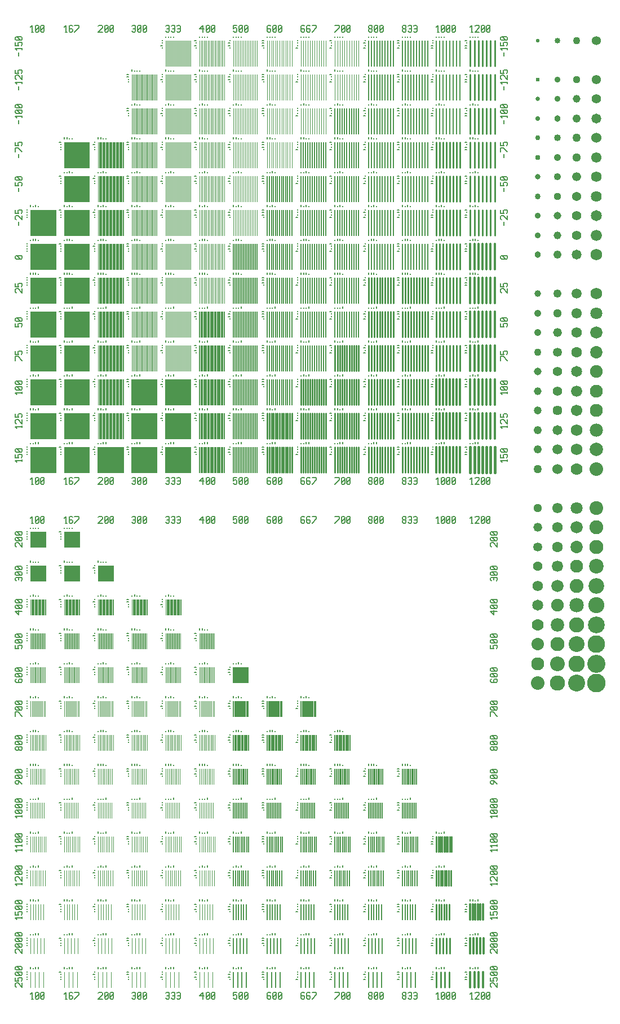
<source format=gbr>
G04 start of page 2 for group 0 idx 0
G04 Title: (unknown), component *
G04 Creator: pcb-bin 1.99q *
G04 CreationDate: Wed Jan 18 21:48:25 2006 UTC *
G04 For: dj *
G04 Format: Gerber/RS-274X *
G04 PCB-Dimensions: 370000 600000 *
G04 PCB-Coordinate-Origin: lower left *
%MOIN*%
%FSLAX24Y24*%
%ADD11C,0.0090*%
%ADD12C,0.0080*%
%ADD13C,0.0120*%
%ADD14C,0.0135*%
%ADD15C,0.0125*%
%ADD16C,0.0130*%
%ADD17C,0.0095*%
%ADD18C,0.0100*%
%ADD19C,0.0105*%
%ADD20C,0.0110*%
%ADD21C,0.0115*%
%ADD22C,0.0083*%
%ADD23C,0.0055*%
%ADD24C,0.0070*%
%ADD25C,0.0085*%
%ADD26C,0.0097*%
%ADD27C,0.0065*%
%ADD28C,0.0060*%
%ADD29C,0.0075*%
%ADD30C,0.0042*%
%ADD31C,0.0047*%
%ADD32C,0.0082*%
%ADD33C,0.0087*%
%ADD34C,0.0092*%
%ADD35C,0.0052*%
%ADD36C,0.0057*%
%ADD37C,0.0062*%
%ADD38C,0.0067*%
%ADD39C,0.0072*%
%ADD40C,0.0077*%
%ADD41C,0.0050*%
%ADD42C,0.0040*%
%ADD43C,0.0045*%
%ADD44C,0.0108*%
%ADD45C,0.0088*%
%ADD46C,0.0093*%
%ADD47C,0.0098*%
%ADD48C,0.0103*%
%ADD49C,0.0113*%
%ADD50C,0.0053*%
%ADD51C,0.0058*%
%ADD52C,0.0063*%
%ADD53C,0.0068*%
%ADD54C,0.0073*%
%ADD55C,0.0078*%
%ADD56C,0.0020*%
%ADD57C,0.0025*%
%ADD58C,0.0027*%
%ADD59C,0.0032*%
%ADD60C,0.0030*%
%ADD61C,0.0035*%
%ADD62C,0.0037*%
%ADD63C,0.0010*%
%ADD64C,0.0015*%
%ADD65C,0.0017*%
%ADD66C,0.0022*%
%ADD67C,0.0048*%
%ADD68C,0.0043*%
%ADD69C,0.0002*%
%ADD70C,0.0007*%
%ADD71C,0.0005*%
%ADD72C,0.0012*%
%ADD73C,0.0003*%
%ADD74C,0.0008*%
%ADD75C,0.0013*%
%ADD76C,0.0018*%
%ADD77C,0.0023*%
%ADD78C,0.0038*%
%ADD79C,0.0028*%
%ADD80C,0.0033*%
%ADD81C,0.0140*%
%ADD82C,0.0145*%
%ADD83C,0.0150*%
%ADD84C,0.0360*%
%ADD85C,0.0460*%
%ADD86C,0.0900*%
%ADD87C,0.1000*%
%ADD88C,0.1100*%
%ADD89C,0.0560*%
%ADD90C,0.0660*%
%ADD91C,0.0380*%
%ADD92C,0.0480*%
%ADD93C,0.0580*%
%ADD94C,0.0680*%
%ADD95C,0.0392*%
%ADD96C,0.0492*%
%ADD97C,0.0770*%
%ADD98C,0.0870*%
%ADD99C,0.0970*%
%ADD100C,0.1070*%
%ADD101C,0.0800*%
%ADD102C,0.0592*%
%ADD103C,0.0692*%
%ADD104C,0.0410*%
%ADD105C,0.0510*%
%ADD106C,0.0610*%
%ADD107C,0.0710*%
%ADD108C,0.0420*%
%ADD109C,0.0520*%
%ADD110C,0.0620*%
%ADD111C,0.0720*%
%ADD112C,0.0430*%
%ADD113C,0.0530*%
%ADD114C,0.0630*%
%ADD115C,0.0730*%
%ADD116C,0.0450*%
%ADD117C,0.0550*%
%ADD118C,0.0650*%
%ADD119C,0.0750*%
%ADD120C,0.0850*%
%ADD121C,0.0950*%
%ADD122C,0.0695*%
%ADD123C,0.0795*%
%ADD124C,0.0895*%
%ADD125C,0.0995*%
%ADD126C,0.0735*%
%ADD127C,0.0835*%
%ADD128C,0.0935*%
%ADD129C,0.1035*%
%ADD130C,0.0280*%
%ADD131C,0.0300*%
%ADD132C,0.0400*%
%ADD133C,0.0500*%
%ADD134C,0.0600*%
%ADD135C,0.0435*%
%ADD136C,0.0535*%
%ADD137C,0.0235*%
%ADD138C,0.0335*%
%ADD139C,0.0245*%
%ADD140C,0.0345*%
%ADD141C,0.0445*%
%ADD142C,0.0545*%
%ADD143C,0.0260*%
%ADD144C,0.0310*%
%ADD145C,0.0325*%
%ADD146C,0.0425*%
%ADD147C,0.0525*%
%ADD148C,0.0625*%
%ADD149C,0.0340*%
%ADD150C,0.0440*%
%ADD151C,0.0540*%
%ADD152C,0.0640*%
%ADD153C,0.0350*%
%ADD154C,0.0760*%
%ADD155C,0.0470*%
%ADD156C,0.0570*%
%ADD157C,0.0670*%
%ADD158C,0.0780*%
%ADD159C,0.0490*%
%ADD160C,0.0590*%
%ADD161C,0.0690*%
%ADD162C,0.0790*%
%ADD163C,0.0700*%
%ADD164C,0.0810*%
%ADD165C,0.0820*%
%ADD166C,0.0830*%
%ADD167C,0.0565*%
%ADD168C,0.0665*%
%ADD169C,0.0765*%
%ADD170C,0.0865*%
%ADD171C,0.0920*%
%ADD172C,0.0292*%
%ADD173C,0.0320*%
%ADD174C,0.0330*%
%ADD175C,0.0595*%
%ADD176C,0.0635*%
%ADD177C,0.0160*%
%ADD178C,0.0180*%
%ADD179C,0.0200*%
%ADD180C,0.0210*%
%ADD181C,0.0225*%
%ADD182C,0.0240*%
%ADD183C,0.0250*%
%ADD184C,0.0370*%
%ADD185C,0.0390*%
%ADD186C,0.0465*%
G54D11*X27400Y50000D02*Y48500D01*
G54D12*X25800Y50000D03*
Y49850D03*
Y49700D02*X25700D01*
X25800Y49550D02*X25700D01*
G54D13*X28480Y46000D02*Y44500D01*
X28720Y46000D02*Y44500D01*
X28960Y46000D02*Y44500D01*
X29200Y46000D02*Y44500D01*
X28000Y46000D02*Y44500D01*
X28240Y46000D02*Y44500D01*
G54D14*Y40000D02*Y38500D01*
X28480Y40000D02*Y38500D01*
X28720Y40000D02*Y38500D01*
G54D15*X29200Y44000D02*Y42500D01*
G54D16*Y42000D02*Y40500D01*
G54D14*X28960Y40000D02*Y38500D01*
G54D12*X27800Y41700D02*X27700D01*
X27800Y41550D02*X27700D01*
X28000Y42200D03*
X28150D03*
X28300D03*
X28450D02*Y42300D01*
G54D14*X28000Y40000D02*Y38500D01*
X29200Y40000D02*Y38500D01*
G54D13*X28250Y3000D02*Y2100D01*
G54D12*X28000Y3200D02*Y3300D01*
X28150Y3200D03*
G54D13*X28500Y3000D02*Y2100D01*
X28750Y3000D02*Y2100D01*
X28000Y3000D02*Y2100D01*
G54D12*X27800Y3000D02*X27700D01*
X27800Y2850D03*
Y2700D02*X27700D01*
X27800Y2550D02*X27700D01*
X28300Y3200D02*Y3300D01*
X28450Y3200D02*Y3300D01*
G54D17*X27400Y48000D02*Y46500D01*
G54D12*X25800Y48000D03*
Y47850D03*
Y47700D02*X25700D01*
X25800Y47550D02*X25700D01*
X26000Y48200D02*Y48300D01*
X26150Y48200D03*
X26300D02*Y48300D01*
X26450Y48200D03*
G54D18*X27400Y46000D02*Y44500D01*
G54D12*X25800Y46000D03*
Y45850D03*
Y45700D02*X25700D01*
X25800Y45550D02*X25700D01*
X26000Y46200D03*
X26150D02*Y46300D01*
X26300Y46200D02*Y46300D01*
X26450Y46200D03*
G54D19*X27400Y44000D02*Y42500D01*
G54D15*X28000Y44000D02*Y42500D01*
X28240Y44000D02*Y42500D01*
X28480Y44000D02*Y42500D01*
X28720Y44000D02*Y42500D01*
X28960Y44000D02*Y42500D01*
G54D12*X25800Y44000D03*
Y43850D03*
Y43700D02*X25700D01*
X25800Y43550D02*X25700D01*
X26000Y44200D02*Y44300D01*
X26150Y44200D02*Y44300D01*
X26300Y44200D02*Y44300D01*
X26450Y44200D03*
G54D20*X27400Y42000D02*Y40500D01*
G54D12*X26450Y42200D02*Y42300D01*
G54D16*X28000Y42000D02*Y40500D01*
G54D12*X25800Y42000D03*
Y41850D03*
Y41700D02*X25700D01*
X25800Y41550D02*X25700D01*
X26000Y42200D03*
X26150D03*
X26300D03*
G54D16*X28240Y42000D02*Y40500D01*
X28480Y42000D02*Y40500D01*
X28720Y42000D02*Y40500D01*
X28960Y42000D02*Y40500D01*
G54D21*X27400Y40000D02*Y38500D01*
G54D12*X25800Y40000D03*
Y39850D03*
Y39700D02*X25700D01*
X25800Y39550D02*X25700D01*
X26000Y40200D02*Y40300D01*
X26150Y40200D03*
X26300D03*
X26450D02*Y40300D01*
G54D11*X28000Y58000D02*Y56500D01*
X28240Y58000D02*Y56500D01*
X28480Y58000D02*Y56500D01*
G54D12*X28150Y58200D03*
X28300D03*
X28450D03*
X28000Y56200D02*Y56300D01*
Y54200D03*
Y52200D02*Y52300D01*
Y50200D03*
X28150Y56200D03*
Y54200D02*Y54300D01*
Y52200D02*Y52300D01*
Y50200D03*
X28300Y56200D03*
Y54200D03*
Y52200D03*
Y50200D02*Y50300D01*
X28450Y56200D03*
Y54200D03*
Y52200D03*
Y50200D03*
G54D20*X29200Y50000D02*Y48500D01*
G54D17*X28240Y56000D02*Y54500D01*
X28480Y56000D02*Y54500D01*
X28720Y56000D02*Y54500D01*
X28960Y56000D02*Y54500D01*
X29200Y56000D02*Y54500D01*
G54D18*X28000Y54000D02*Y52500D01*
X28240Y54000D02*Y52500D01*
X28720Y54000D02*Y52500D01*
X28960Y54000D02*Y52500D01*
X28480Y54000D02*Y52500D01*
X29200Y54000D02*Y52500D01*
G54D19*X28000Y52000D02*Y50500D01*
X28240Y52000D02*Y50500D01*
X28480Y52000D02*Y50500D01*
X28720Y52000D02*Y50500D01*
X28960Y52000D02*Y50500D01*
X29200Y52000D02*Y50500D01*
G54D20*X28000Y50000D02*Y48500D01*
X28240Y50000D02*Y48500D01*
X28480Y50000D02*Y48500D01*
X28720Y50000D02*Y48500D01*
X28960Y50000D02*Y48500D01*
G54D11*X28720Y58000D02*Y56500D01*
X28960Y58000D02*Y56500D01*
X29200Y58000D02*Y56500D01*
X29440Y58000D02*Y56500D01*
G54D12*X27800Y55700D02*X27700D01*
X27800Y55550D02*X27700D01*
X27800Y58000D02*X27700D01*
X27800Y57850D03*
Y57700D02*X27700D01*
X27800Y57550D02*X27700D01*
X27800Y56000D02*X27700D01*
X27800Y55850D03*
X28000Y58200D03*
G54D17*Y56000D02*Y54500D01*
X29440Y56000D02*Y54500D01*
G54D18*Y54000D02*Y52500D01*
G54D12*X27800Y54000D02*X27700D01*
X27800Y53850D03*
Y53700D02*X27700D01*
X27800Y53550D02*X27700D01*
G54D19*X29440Y52000D02*Y50500D01*
G54D12*X27800Y52000D02*X27700D01*
X27800Y51850D03*
Y51700D02*X27700D01*
X27800Y51550D02*X27700D01*
G54D20*X29440Y50000D02*Y48500D01*
G54D12*X27800Y50000D02*X27700D01*
X27800Y49850D03*
Y49700D02*X27700D01*
X27800Y49550D02*X27700D01*
G54D21*X28000Y48000D02*Y46500D01*
X28240Y48000D02*Y46500D01*
X28480Y48000D02*Y46500D01*
X28720Y48000D02*Y46500D01*
X28960Y48000D02*Y46500D01*
X29200Y48000D02*Y46500D01*
G54D12*X28000Y48200D02*Y48300D01*
X28150Y48200D03*
X28300D02*Y48300D01*
X28450Y48200D03*
G54D21*X29440Y48000D02*Y46500D01*
G54D12*X27800Y48000D02*X27700D01*
X27800Y47850D03*
Y47700D02*X27700D01*
X27800Y47550D02*X27700D01*
G54D13*X29440Y46000D02*Y44500D01*
G54D12*X27800Y46000D02*X27700D01*
X27800Y45850D03*
Y45700D02*X27700D01*
X27800Y45550D02*X27700D01*
X28000Y46200D03*
X28150D02*Y46300D01*
X28300Y46200D02*Y46300D01*
X28450Y46200D03*
G54D15*X29440Y44000D02*Y42500D01*
G54D12*X27800Y44000D02*X27700D01*
X27800Y43850D03*
Y43700D02*X27700D01*
X27800Y43550D02*X27700D01*
X28000Y44200D02*Y44300D01*
X28150Y44200D02*Y44300D01*
X28300Y44200D02*Y44300D01*
X28450Y44200D03*
G54D16*X29440Y42000D02*Y40500D01*
G54D12*X27800Y42000D02*X27700D01*
X27800Y41850D03*
X22000Y3000D02*Y2100D01*
X22250Y3000D02*Y2100D01*
X22000Y3200D02*Y3300D01*
X22150Y3200D03*
X22300D02*Y3300D01*
X22500Y3000D02*Y2100D01*
X22450Y3200D02*Y3300D01*
X22750Y3000D02*Y2100D01*
X21800Y3000D03*
Y2850D02*X21700D01*
X21800Y2700D03*
Y2550D02*X21700D01*
G54D22*X24000Y7000D02*Y6100D01*
X24150Y7000D02*Y6100D01*
X24300Y7000D02*Y6100D01*
G54D12*X24000Y7200D02*Y7300D01*
X24150Y7200D02*Y7300D01*
X24300Y7200D03*
G54D22*X24450Y7000D02*Y6100D01*
X24600Y7000D02*Y6100D01*
X24750Y7000D02*Y6100D01*
G54D12*X23800Y7000D02*X23700D01*
X23800Y6850D02*X23700D01*
X23800Y6700D03*
Y6550D02*X23700D01*
X24450Y7200D02*Y7300D01*
G54D22*X24000Y5000D02*Y4100D01*
G54D12*X23800Y5000D02*X23700D01*
X23800Y4850D02*X23700D01*
X23800Y4700D03*
Y4550D02*X23700D01*
G54D22*X24200Y5000D02*Y4100D01*
X24400Y5000D02*Y4100D01*
X24600Y5000D02*Y4100D01*
X24800Y5000D02*Y4100D01*
G54D12*X24150Y5200D03*
X24000D03*
X24300D02*Y5300D01*
X24450Y5200D02*Y5300D01*
X23800Y3000D02*X23700D01*
X23800Y2850D02*X23700D01*
X23800Y2700D03*
Y2550D02*X23700D01*
G54D22*X24000Y15000D02*Y14100D01*
X24090Y15000D02*Y14100D01*
X24180Y15000D02*Y14100D01*
G54D12*X24000Y15200D02*Y15300D01*
X24150Y15200D02*Y15300D01*
G54D22*X24270Y15000D02*Y14100D01*
X24360Y15000D02*Y14100D01*
X24450Y15000D02*Y14100D01*
X24540Y15000D02*Y14100D01*
X24630Y15000D02*Y14100D01*
X24720Y15000D02*Y14100D01*
X24810Y15000D02*Y14100D01*
G54D12*X23800Y15000D02*X23700D01*
X23800Y14850D02*X23700D01*
X23800Y14700D03*
Y14550D02*X23700D01*
X24300Y15200D02*Y15300D01*
X24450Y15200D03*
G54D22*X24000Y13000D02*Y12100D01*
X24100Y13000D02*Y12100D01*
X24200Y13000D02*Y12100D01*
G54D12*X24000Y13200D03*
X24150D03*
X24450D02*Y13300D01*
G54D22*X24300Y13000D02*Y12100D01*
X24400Y13000D02*Y12100D01*
X24500Y13000D02*Y12100D01*
X24600Y13000D02*Y12100D01*
X24700Y13000D02*Y12100D01*
X24800Y13000D02*Y12100D01*
G54D12*X23800Y13000D02*X23700D01*
X23800Y12850D02*X23700D01*
X23800Y12700D03*
Y12550D02*X23700D01*
X24300Y13200D03*
G54D22*X24000Y11000D02*Y10100D01*
X24110Y11000D02*Y10100D01*
X24220Y11000D02*Y10100D01*
G54D12*X24000Y11200D02*Y11300D01*
X24150Y11200D03*
G54D22*X24330Y11000D02*Y10100D01*
X24440Y11000D02*Y10100D01*
X24550Y11000D02*Y10100D01*
X24660Y11000D02*Y10100D01*
X24770Y11000D02*Y10100D01*
X24880Y11000D02*Y10100D01*
G54D12*X23800Y11000D02*X23700D01*
X23800Y10850D02*X23700D01*
X23800Y10700D03*
Y10550D02*X23700D01*
X24300Y11200D03*
X24450D02*Y11300D01*
G54D22*X24000Y9000D02*Y8100D01*
X24120Y9000D02*Y8100D01*
X24240Y9000D02*Y8100D01*
G54D12*X24000Y9200D03*
X24150D02*Y9300D01*
G54D22*X24360Y9000D02*Y8100D01*
X24480Y9000D02*Y8100D01*
X24600Y9000D02*Y8100D01*
X24720Y9000D02*Y8100D01*
X24840Y9000D02*Y8100D01*
G54D12*X23800Y9000D02*X23700D01*
X23800Y8850D02*X23700D01*
X23800Y8700D03*
Y8550D02*X23700D01*
X24300Y9200D03*
X24450D02*Y9300D01*
G54D22*X24000Y3000D02*Y2100D01*
X24250Y3000D02*Y2100D01*
G54D12*X24000Y3200D02*Y3300D01*
X24150Y3200D03*
X24300D02*Y3300D01*
G54D22*X24500Y3000D02*Y2100D01*
G54D12*X24450Y3200D02*Y3300D01*
G54D22*X24750Y3000D02*Y2100D01*
G54D18*X26000Y3000D02*Y2100D01*
X26250Y3000D02*Y2100D01*
G54D12*X25800Y2700D02*X25700D01*
X25800Y2550D02*X25700D01*
G54D18*X26500Y3000D02*Y2100D01*
X26750Y3000D02*Y2100D01*
G54D12*X25800Y3000D03*
Y2850D03*
X26000Y3200D02*Y3300D01*
X26150Y3200D03*
X26300D02*Y3300D01*
X26450Y3200D02*Y3300D01*
G54D18*X26000Y11000D02*Y10100D01*
X26110Y11000D02*Y10100D01*
X26220Y11000D02*Y10100D01*
G54D12*X26150Y11200D03*
X26450D02*Y11300D01*
G54D18*X26660Y11000D02*Y10100D01*
X26770Y11000D02*Y10100D01*
X26880Y11000D02*Y10100D01*
G54D12*X25800Y11000D03*
Y10850D03*
Y10700D02*X25700D01*
X25800Y10550D02*X25700D01*
G54D18*X26330Y11000D02*Y10100D01*
X26440Y11000D02*Y10100D01*
X26550Y11000D02*Y10100D01*
G54D12*X26300Y11200D03*
X26000D02*Y11300D01*
G54D18*Y7000D02*Y6100D01*
G54D12*Y7200D02*Y7300D01*
G54D18*X26120Y9000D02*Y8100D01*
X26240Y9000D02*Y8100D01*
G54D12*X26150Y7200D02*Y7300D01*
X26300Y7200D03*
X26450D02*Y7300D01*
G54D18*X26600Y9000D02*Y8100D01*
X26720Y9000D02*Y8100D01*
X26000Y9000D02*Y8100D01*
X26840Y9000D02*Y8100D01*
G54D12*X25800Y9000D03*
Y8850D03*
Y8700D02*X25700D01*
X25800Y8550D02*X25700D01*
X26000Y9200D03*
X26150D02*Y9300D01*
X26300Y9200D03*
X26450D02*Y9300D01*
X25800Y6550D02*X25700D01*
G54D18*X26360Y9000D02*Y8100D01*
X26480Y9000D02*Y8100D01*
X26800Y5000D02*Y4100D01*
G54D12*X26450Y5200D02*Y5300D01*
G54D18*X26150Y7000D02*Y6100D01*
X26300Y7000D02*Y6100D01*
G54D12*X25800Y7000D03*
Y6850D03*
Y6700D02*X25700D01*
G54D18*X26450Y7000D02*Y6100D01*
X26600Y7000D02*Y6100D01*
X26750Y7000D02*Y6100D01*
X26000Y5000D02*Y4100D01*
X26200Y5000D02*Y4100D01*
X26400Y5000D02*Y4100D01*
X26600Y5000D02*Y4100D01*
G54D12*X25800Y5000D03*
X26000Y5200D03*
X26150D03*
X26300D02*Y5300D01*
X25800Y4850D03*
Y4700D02*X25700D01*
X25800Y4550D02*X25700D01*
G54D13*X28000Y7000D02*Y6100D01*
X28150Y7000D02*Y6100D01*
G54D12*X27800Y6700D02*X27700D01*
X27800Y6550D02*X27700D01*
G54D13*X28300Y7000D02*Y6100D01*
X28450Y7000D02*Y6100D01*
X28600Y7000D02*Y6100D01*
X28750Y7000D02*Y6100D01*
G54D12*X27800Y7000D02*X27700D01*
X27800Y6850D03*
X28150Y7200D02*Y7300D01*
X28300Y7200D03*
X28450D02*Y7300D01*
X28000Y7200D02*Y7300D01*
G54D13*Y5000D02*Y4100D01*
G54D12*Y5200D03*
G54D13*X28200Y5000D02*Y4100D01*
X28400Y5000D02*Y4100D01*
X28600Y5000D02*Y4100D01*
X28800Y5000D02*Y4100D01*
G54D12*X27800Y5000D02*X27700D01*
X27800Y4850D03*
Y4700D02*X27700D01*
X27800Y4550D02*X27700D01*
X28150Y5200D03*
X28300D02*Y5300D01*
X28450Y5200D02*Y5300D01*
G54D23*X15400Y44000D02*Y42500D01*
G54D24*X17320Y42000D02*Y40500D01*
G54D25*Y36000D02*Y34500D01*
G54D26*X18133Y34000D02*Y32500D01*
G54D12*X13800Y44000D03*
Y43850D02*X13700D01*
X13800Y43700D02*X13700D01*
X13800Y43550D03*
X14000Y44200D02*Y44300D01*
X14150Y44200D02*Y44300D01*
X14300Y44200D02*Y44300D01*
X14450Y44200D03*
G54D27*X16000Y44000D02*Y42500D01*
X16120Y44000D02*Y42500D01*
X16240Y44000D02*Y42500D01*
X16360Y44000D02*Y42500D01*
X16480Y44000D02*Y42500D01*
X16600Y44000D02*Y42500D01*
X16720Y44000D02*Y42500D01*
X16840Y44000D02*Y42500D01*
X16960Y44000D02*Y42500D01*
X17080Y44000D02*Y42500D01*
X17200Y44000D02*Y42500D01*
X17320Y44000D02*Y42500D01*
G54D28*X16000Y46000D02*Y44500D01*
X16120Y46000D02*Y44500D01*
X16240Y46000D02*Y44500D01*
G54D12*X15800Y45700D02*X15700D01*
X15800Y45550D03*
G54D28*X16720Y46000D02*Y44500D01*
X16840Y46000D02*Y44500D01*
X16960Y46000D02*Y44500D01*
X17080Y46000D02*Y44500D01*
X17200Y46000D02*Y44500D01*
X17320Y46000D02*Y44500D01*
X16360Y46000D02*Y44500D01*
X16480Y46000D02*Y44500D01*
X16600Y46000D02*Y44500D01*
G54D29*X17320Y40000D02*Y38500D01*
G54D12*Y38000D02*Y36500D01*
G54D25*X16000Y36000D02*Y34500D01*
X16120Y36000D02*Y34500D01*
X16240Y36000D02*Y34500D01*
X16360Y36000D02*Y34500D01*
X16480Y36000D02*Y34500D01*
X16600Y36000D02*Y34500D01*
X16720Y36000D02*Y34500D01*
X16840Y36000D02*Y34500D01*
X16960Y36000D02*Y34500D01*
X17080Y36000D02*Y34500D01*
X17200Y36000D02*Y34500D01*
G54D28*X14000Y42000D02*Y40500D01*
X14100Y42000D02*Y40500D01*
X14200Y42000D02*Y40500D01*
G54D12*X14000Y42200D03*
X14150D03*
X14450D02*Y42300D01*
G54D28*X14300Y42000D02*Y40500D01*
X14400Y42000D02*Y40500D01*
X14500Y42000D02*Y40500D01*
X14600Y42000D02*Y40500D01*
X14700Y42000D02*Y40500D01*
X14800Y42000D02*Y40500D01*
X14900Y42000D02*Y40500D01*
X15000Y42000D02*Y40500D01*
X15100Y42000D02*Y40500D01*
X15200Y42000D02*Y40500D01*
X15300Y42000D02*Y40500D01*
G54D12*X14300Y42200D03*
X14000Y40200D02*Y40300D01*
X14150Y40200D03*
X14300D03*
X14450D02*Y40300D01*
G54D28*X15400Y42000D02*Y40500D01*
G54D12*X13800Y42000D03*
Y41850D02*X13700D01*
X13800Y41700D02*X13700D01*
X13800Y41550D03*
G54D24*X17200Y42000D02*Y40500D01*
X16000Y42000D02*Y40500D01*
X16120Y42000D02*Y40500D01*
X16240Y42000D02*Y40500D01*
X16360Y42000D02*Y40500D01*
X16480Y42000D02*Y40500D01*
X16600Y42000D02*Y40500D01*
X16720Y42000D02*Y40500D01*
X16840Y42000D02*Y40500D01*
X16960Y42000D02*Y40500D01*
X17080Y42000D02*Y40500D01*
G54D27*X15400Y40000D02*Y38500D01*
G54D12*X13800Y40000D03*
Y39850D02*X13700D01*
X13800Y39700D02*X13700D01*
X13800Y39550D03*
G54D29*X17200Y40000D02*Y38500D01*
X16000Y40000D02*Y38500D01*
X16120Y40000D02*Y38500D01*
X16240Y40000D02*Y38500D01*
X16360Y40000D02*Y38500D01*
X16480Y40000D02*Y38500D01*
X16600Y40000D02*Y38500D01*
X16720Y40000D02*Y38500D01*
X16840Y40000D02*Y38500D01*
X16960Y40000D02*Y38500D01*
X17080Y40000D02*Y38500D01*
G54D24*X15400Y38000D02*Y36500D01*
G54D12*X16720Y38000D02*Y36500D01*
X16840Y38000D02*Y36500D01*
X16960Y38000D02*Y36500D01*
X17080Y38000D02*Y36500D01*
X17200Y38000D02*Y36500D01*
X13800Y38000D03*
Y37850D02*X13700D01*
X13800Y37700D02*X13700D01*
X13800Y37550D03*
X14000Y38200D03*
X14150D02*Y38300D01*
X14300Y38200D03*
X14450D02*Y38300D01*
X16000Y38000D02*Y36500D01*
X16120Y38000D02*Y36500D01*
X16240Y38000D02*Y36500D01*
X16360Y38000D02*Y36500D01*
X16480Y38000D02*Y36500D01*
X16600Y38000D02*Y36500D01*
G54D29*X15400Y36000D02*Y34500D01*
G54D12*X13800Y36000D03*
Y35850D02*X13700D01*
X13800Y35700D02*X13700D01*
X13800Y35550D03*
X14000Y36200D02*Y36300D01*
X14150Y36200D02*Y36300D01*
X14300Y36200D03*
X14450D02*Y36300D01*
X14000Y34000D02*Y32500D01*
X14100Y34000D02*Y32500D01*
X14200Y34000D02*Y32500D01*
X14000Y34200D03*
X14150D03*
X13800Y34000D03*
Y33850D02*X13700D01*
X13800Y33700D02*X13700D01*
X13800Y33550D03*
X14300Y34000D02*Y32500D01*
X14400Y34000D02*Y32500D01*
X14500Y34000D02*Y32500D01*
X14300Y34200D02*Y34300D01*
X14450Y34200D02*Y34300D01*
X14600Y34000D02*Y32500D01*
X14700Y34000D02*Y32500D01*
X14800Y34000D02*Y32500D01*
X14900Y34000D02*Y32500D01*
X15000Y34000D02*Y32500D01*
X15100Y34000D02*Y32500D01*
X15200Y34000D02*Y32500D01*
X15300Y34000D02*Y32500D01*
X15400Y34000D02*Y32500D01*
G54D27*X17440Y44000D02*Y42500D01*
G54D12*X15800Y44000D02*X15700D01*
X15800Y43850D02*X15700D01*
X15800Y43700D02*X15700D01*
X15800Y43550D03*
X16000Y44200D02*Y44300D01*
X16150Y44200D02*Y44300D01*
X16300Y44200D02*Y44300D01*
X16450Y44200D03*
G54D24*X17440Y42000D02*Y40500D01*
G54D12*X16450Y42200D02*Y42300D01*
X15800Y42000D02*X15700D01*
X15800Y41850D02*X15700D01*
X15800Y41700D02*X15700D01*
X15800Y41550D03*
X16000Y42200D03*
X16150D03*
X16300D03*
G54D29*X17440Y40000D02*Y38500D01*
G54D12*X15800Y40000D02*X15700D01*
X15800Y39850D02*X15700D01*
X15800Y39700D02*X15700D01*
X15800Y39550D03*
X16000Y40200D02*Y40300D01*
X16150Y40200D03*
X16300D03*
X16450D02*Y40300D01*
X17440Y38000D02*Y36500D01*
X15800Y38000D02*X15700D01*
X15800Y37850D02*X15700D01*
X15800Y37700D02*X15700D01*
X15800Y37550D03*
X16000Y38200D03*
X16150D02*Y38300D01*
X16300Y38200D03*
X16450D02*Y38300D01*
G54D25*X17440Y36000D02*Y34500D01*
G54D12*X15800Y36000D02*X15700D01*
X15800Y35850D02*X15700D01*
X15800Y35700D02*X15700D01*
X15800Y35550D03*
X16000Y36200D02*Y36300D01*
X16150Y36200D02*Y36300D01*
X16300Y36200D03*
X16450D02*Y36300D01*
G54D11*X16000Y34000D02*Y32500D01*
X16120Y34000D02*Y32500D01*
X16240Y34000D02*Y32500D01*
X17320Y34000D02*Y32500D01*
X16360Y34000D02*Y32500D01*
X16480Y34000D02*Y32500D01*
X16600Y34000D02*Y32500D01*
X16720Y34000D02*Y32500D01*
X16840Y34000D02*Y32500D01*
X16960Y34000D02*Y32500D01*
X17080Y34000D02*Y32500D01*
X17200Y34000D02*Y32500D01*
X17440Y34000D02*Y32500D01*
G54D12*X16300Y34200D02*Y34300D01*
X16450Y34200D02*Y34300D01*
G54D26*X19334Y34000D02*Y32500D01*
G54D12*X15800Y34000D02*X15700D01*
X15800Y33850D02*X15700D01*
X15800Y33700D02*X15700D01*
X15800Y33550D03*
X16000Y34200D03*
X16150D03*
G54D26*X18266Y34000D02*Y32500D01*
X18400Y34000D02*Y32500D01*
X18533Y34000D02*Y32500D01*
X18667Y34000D02*Y32500D01*
X18800Y34000D02*Y32500D01*
X18933Y34000D02*Y32500D01*
X19067Y34000D02*Y32500D01*
X19200Y34000D02*Y32500D01*
G54D30*X19467Y56000D02*Y54500D01*
G54D12*X17800Y55850D03*
Y55700D03*
Y55550D02*X17700D01*
X17800Y54000D03*
X18000Y54200D03*
X18150D02*Y54300D01*
X18300Y54200D03*
X18450D03*
G54D31*X18000Y54000D02*Y52500D01*
X18133Y54000D02*Y52500D01*
X18266Y54000D02*Y52500D01*
G54D12*X17800Y53550D02*X17700D01*
G54D31*X18400Y54000D02*Y52500D01*
X18533Y54000D02*Y52500D01*
X18667Y54000D02*Y52500D01*
X18800Y54000D02*Y52500D01*
X18933Y54000D02*Y52500D01*
X19067Y54000D02*Y52500D01*
X19200Y54000D02*Y52500D01*
X19334Y54000D02*Y52500D01*
G54D32*X18000Y40000D02*Y38500D01*
X18133Y40000D02*Y38500D01*
X18266Y40000D02*Y38500D01*
X19334Y40000D02*Y38500D01*
X18400Y40000D02*Y38500D01*
X18533Y40000D02*Y38500D01*
X18667Y40000D02*Y38500D01*
X18800Y40000D02*Y38500D01*
X18933Y40000D02*Y38500D01*
X19067Y40000D02*Y38500D01*
X19200Y40000D02*Y38500D01*
G54D33*X18000Y38000D02*Y36500D01*
X18133Y38000D02*Y36500D01*
X18266Y38000D02*Y36500D01*
G54D12*X18000Y36200D02*Y36300D01*
X18150Y36200D02*Y36300D01*
G54D33*X18400Y38000D02*Y36500D01*
X18533Y38000D02*Y36500D01*
X18667Y38000D02*Y36500D01*
X18800Y38000D02*Y36500D01*
X18933Y38000D02*Y36500D01*
X19067Y38000D02*Y36500D01*
X19200Y38000D02*Y36500D01*
X19334Y38000D02*Y36500D01*
G54D12*X18300Y36200D03*
X18450D02*Y36300D01*
G54D34*X18000Y36000D02*Y34500D01*
X18133Y36000D02*Y34500D01*
X18266Y36000D02*Y34500D01*
X19334Y36000D02*Y34500D01*
G54D12*X17800Y35700D03*
Y35550D02*X17700D01*
G54D34*X18400Y36000D02*Y34500D01*
X18533Y36000D02*Y34500D01*
X18667Y36000D02*Y34500D01*
X18800Y36000D02*Y34500D01*
X18933Y36000D02*Y34500D01*
X19067Y36000D02*Y34500D01*
X19200Y36000D02*Y34500D01*
G54D31*X19467Y54000D02*Y52500D01*
G54D12*X17800Y53850D03*
Y53700D03*
Y52000D03*
X18000Y52200D02*Y52300D01*
X18150Y52200D02*Y52300D01*
X18300Y52200D03*
X18450D03*
G54D35*X18000Y52000D02*Y50500D01*
X18133Y52000D02*Y50500D01*
X18266Y52000D02*Y50500D01*
X18400Y52000D02*Y50500D01*
X18533Y52000D02*Y50500D01*
X18667Y52000D02*Y50500D01*
X18800Y52000D02*Y50500D01*
X18933Y52000D02*Y50500D01*
X19067Y52000D02*Y50500D01*
X19200Y52000D02*Y50500D01*
X19334Y52000D02*Y50500D01*
G54D36*X18000Y50000D02*Y48500D01*
X18133Y50000D02*Y48500D01*
X18266Y50000D02*Y48500D01*
X18400Y50000D02*Y48500D01*
G54D12*X18300Y50200D02*Y50300D01*
G54D36*X18533Y50000D02*Y48500D01*
X18667Y50000D02*Y48500D01*
X18800Y50000D02*Y48500D01*
X18933Y50000D02*Y48500D01*
X19067Y50000D02*Y48500D01*
X19200Y50000D02*Y48500D01*
X19334Y50000D02*Y48500D01*
G54D12*X17800Y50000D03*
X18000Y50200D03*
X18150D03*
X18450D03*
G54D35*X19467Y52000D02*Y50500D01*
G54D12*X17800Y51850D03*
Y51700D03*
Y51550D02*X17700D01*
G54D36*X19467Y50000D02*Y48500D01*
G54D12*X17800Y49850D03*
Y49700D03*
Y49550D02*X17700D01*
G54D37*X19467Y48000D02*Y46500D01*
G54D12*X17800Y48000D03*
Y47850D03*
Y47550D02*X17700D01*
G54D37*X18000Y48000D02*Y46500D01*
X18133Y48000D02*Y46500D01*
X18266Y48000D02*Y46500D01*
X18400Y48000D02*Y46500D01*
X18533Y48000D02*Y46500D01*
X18667Y48000D02*Y46500D01*
X18800Y48000D02*Y46500D01*
X18933Y48000D02*Y46500D01*
X19067Y48000D02*Y46500D01*
X19200Y48000D02*Y46500D01*
X19334Y48000D02*Y46500D01*
G54D12*X17800Y47700D03*
X18000Y48200D02*Y48300D01*
X18150Y48200D03*
X18300D02*Y48300D01*
X18450Y48200D03*
G54D38*X18000Y46000D02*Y44500D01*
X18133Y46000D02*Y44500D01*
X18266Y46000D02*Y44500D01*
X18400Y46000D02*Y44500D01*
X18533Y46000D02*Y44500D01*
X18667Y46000D02*Y44500D01*
X18800Y46000D02*Y44500D01*
X18933Y46000D02*Y44500D01*
X19067Y46000D02*Y44500D01*
X19200Y46000D02*Y44500D01*
X19334Y46000D02*Y44500D01*
G54D39*X18000Y44000D02*Y42500D01*
X18133Y44000D02*Y42500D01*
X18266Y44000D02*Y42500D01*
X18400Y44000D02*Y42500D01*
X18533Y44000D02*Y42500D01*
X18667Y44000D02*Y42500D01*
X18800Y44000D02*Y42500D01*
X18933Y44000D02*Y42500D01*
X19067Y44000D02*Y42500D01*
X19200Y44000D02*Y42500D01*
X19334Y44000D02*Y42500D01*
G54D40*X18000Y42000D02*Y40500D01*
X18133Y42000D02*Y40500D01*
X18266Y42000D02*Y40500D01*
X18400Y42000D02*Y40500D01*
X18533Y42000D02*Y40500D01*
X18667Y42000D02*Y40500D01*
X18800Y42000D02*Y40500D01*
X18933Y42000D02*Y40500D01*
X19067Y42000D02*Y40500D01*
X19200Y42000D02*Y40500D01*
X19334Y42000D02*Y40500D01*
G54D38*X19467Y46000D02*Y44500D01*
G54D12*X17800Y46000D03*
Y45850D03*
Y45700D03*
Y45550D02*X17700D01*
X18000Y46200D03*
X18150D02*Y46300D01*
X18300Y46200D02*Y46300D01*
X18450Y46200D03*
G54D39*X19467Y44000D02*Y42500D01*
G54D12*X17800Y44000D03*
Y43850D03*
Y43700D03*
Y43550D02*X17700D01*
X18000Y44200D02*Y44300D01*
X18150Y44200D02*Y44300D01*
X18300Y44200D02*Y44300D01*
X18450Y44200D03*
G54D40*X19467Y42000D02*Y40500D01*
G54D12*X18450Y42200D02*Y42300D01*
X17800Y42000D03*
Y41850D03*
Y41700D03*
Y41550D02*X17700D01*
X18000Y42200D03*
X18150D03*
X18300D03*
G54D32*X19467Y40000D02*Y38500D01*
G54D12*X17800Y40000D03*
Y39850D03*
Y39700D03*
Y39550D02*X17700D01*
X18000Y40200D02*Y40300D01*
X18150Y40200D03*
X18300D03*
X18450D02*Y40300D01*
G54D33*X19467Y38000D02*Y36500D01*
G54D12*X17800Y38000D03*
Y37850D03*
Y37700D03*
Y37550D02*X17700D01*
X18000Y38200D03*
X18150D02*Y38300D01*
X18300Y38200D03*
X18450D02*Y38300D01*
G54D34*X19467Y36000D02*Y34500D01*
G54D12*X17800Y36000D03*
Y35850D03*
G54D26*X19467Y34000D02*Y32500D01*
G54D12*X19800Y33700D03*
Y33550D02*X19700D01*
G54D26*X18000Y34000D02*Y32500D01*
G54D12*X17800Y34000D03*
Y33850D03*
Y33700D03*
Y33550D02*X17700D01*
X18000Y34200D03*
X18150D03*
X18300D02*Y34300D01*
X18450Y34200D02*Y34300D01*
X20000Y34200D03*
X20150D03*
X20300D02*Y34300D01*
X20450Y34200D02*Y34300D01*
G54D11*X21260Y38000D02*Y36500D01*
G54D17*X20000Y36000D02*Y34500D01*
X20140Y36000D02*Y34500D01*
X20280Y36000D02*Y34500D01*
X20420Y36000D02*Y34500D01*
X20560Y36000D02*Y34500D01*
X20700Y36000D02*Y34500D01*
X20840Y36000D02*Y34500D01*
X20980Y36000D02*Y34500D01*
X21120Y36000D02*Y34500D01*
X21260Y36000D02*Y34500D01*
G54D27*X20000Y48000D02*Y46500D01*
X20140Y48000D02*Y46500D01*
X20280Y48000D02*Y46500D01*
X20420Y48000D02*Y46500D01*
X20560Y48000D02*Y46500D01*
X20700Y48000D02*Y46500D01*
X20840Y48000D02*Y46500D01*
X20980Y48000D02*Y46500D01*
X21120Y48000D02*Y46500D01*
X21260Y48000D02*Y46500D01*
G54D24*X20000Y46000D02*Y44500D01*
X20140Y46000D02*Y44500D01*
X20280Y46000D02*Y44500D01*
X20980Y46000D02*Y44500D01*
X21120Y46000D02*Y44500D01*
X20420Y46000D02*Y44500D01*
X20560Y46000D02*Y44500D01*
X20700Y46000D02*Y44500D01*
X20840Y46000D02*Y44500D01*
X21260Y46000D02*Y44500D01*
G54D12*X20980Y42000D02*Y40500D01*
X21120Y42000D02*Y40500D01*
G54D29*X20000Y44000D02*Y42500D01*
X20140Y44000D02*Y42500D01*
X20280Y44000D02*Y42500D01*
X20420Y44000D02*Y42500D01*
X20560Y44000D02*Y42500D01*
X20700Y44000D02*Y42500D01*
X20840Y44000D02*Y42500D01*
X20980Y44000D02*Y42500D01*
X21120Y44000D02*Y42500D01*
X21260Y44000D02*Y42500D01*
G54D12*X19800Y43700D03*
Y43550D02*X19700D01*
X20000Y44200D02*Y44300D01*
X20150Y44200D02*Y44300D01*
X20300Y44200D02*Y44300D01*
X20450Y44200D03*
X20000Y42000D02*Y40500D01*
X20140Y42000D02*Y40500D01*
X20280Y42000D02*Y40500D01*
X20420Y42000D02*Y40500D01*
G54D25*Y40000D02*Y38500D01*
G54D12*X20560Y42000D02*Y40500D01*
G54D25*Y40000D02*Y38500D01*
X20700Y40000D02*Y38500D01*
X20840Y40000D02*Y38500D01*
X20980Y40000D02*Y38500D01*
X21120Y40000D02*Y38500D01*
G54D12*X20700Y42000D02*Y40500D01*
X20840Y42000D02*Y40500D01*
X21260Y42000D02*Y40500D01*
G54D25*X20000Y40000D02*Y38500D01*
X20140Y40000D02*Y38500D01*
X20280Y40000D02*Y38500D01*
X21260Y40000D02*Y38500D01*
G54D11*X20000Y38000D02*Y36500D01*
X20140Y38000D02*Y36500D01*
X20280Y38000D02*Y36500D01*
X20420Y38000D02*Y36500D01*
X20560Y38000D02*Y36500D01*
X20700Y38000D02*Y36500D01*
X20840Y38000D02*Y36500D01*
X20980Y38000D02*Y36500D01*
X21120Y38000D02*Y36500D01*
G54D41*X21400Y54000D02*Y52500D01*
G54D12*X19800Y53850D03*
Y53700D03*
Y53550D02*X19700D01*
X19800Y52000D02*X19700D01*
X20000Y52200D02*Y52300D01*
X20150Y52200D02*Y52300D01*
X20300Y52200D03*
X20450D03*
G54D23*X20000Y52000D02*Y50500D01*
X20140Y52000D02*Y50500D01*
X20280Y52000D02*Y50500D01*
G54D12*X19800Y51550D02*X19700D01*
G54D23*X20420Y52000D02*Y50500D01*
X20560Y52000D02*Y50500D01*
X20700Y52000D02*Y50500D01*
X20840Y52000D02*Y50500D01*
X20980Y52000D02*Y50500D01*
X21120Y52000D02*Y50500D01*
X21260Y52000D02*Y50500D01*
G54D12*X22000Y46000D02*Y44500D01*
X22160Y46000D02*Y44500D01*
X22320Y46000D02*Y44500D01*
X22000Y44200D02*Y44300D01*
X22150Y44200D02*Y44300D01*
X22300Y44200D02*Y44300D01*
X22480Y46000D02*Y44500D01*
X22640Y46000D02*Y44500D01*
X22800Y46000D02*Y44500D01*
X22960Y46000D02*Y44500D01*
X23120Y46000D02*Y44500D01*
X23280Y46000D02*Y44500D01*
X22450Y44200D03*
G54D25*X22000Y44000D02*Y42500D01*
X22160Y44000D02*Y42500D01*
X22320Y44000D02*Y42500D01*
G54D12*X21800Y43700D03*
Y43550D02*X21700D01*
G54D25*X22480Y44000D02*Y42500D01*
X22640Y44000D02*Y42500D01*
X22800Y44000D02*Y42500D01*
X22960Y44000D02*Y42500D01*
X23120Y44000D02*Y42500D01*
X23280Y44000D02*Y42500D01*
G54D23*X21400Y52000D02*Y50500D01*
G54D12*X19800Y51850D03*
Y51700D03*
X20000Y48200D02*Y48300D01*
X20150Y48200D03*
X20300D02*Y48300D01*
X20450Y48200D03*
G54D28*X20000Y50000D02*Y48500D01*
X20140Y50000D02*Y48500D01*
X20280Y50000D02*Y48500D01*
X20420Y50000D02*Y48500D01*
G54D12*X20300Y50200D02*Y50300D01*
X20450Y50200D03*
G54D28*X20560Y50000D02*Y48500D01*
X20700Y50000D02*Y48500D01*
X20840Y50000D02*Y48500D01*
X20980Y50000D02*Y48500D01*
X21120Y50000D02*Y48500D01*
X21260Y50000D02*Y48500D01*
G54D12*X19800Y49700D03*
X20000Y50200D03*
X20150D03*
G54D28*X21400Y50000D02*Y48500D01*
G54D12*X19800Y50000D02*X19700D01*
X19800Y49850D03*
Y49550D02*X19700D01*
G54D27*X21400Y48000D02*Y46500D01*
G54D12*X19800Y48000D02*X19700D01*
X19800Y47850D03*
Y47700D03*
Y47550D02*X19700D01*
G54D24*X21400Y46000D02*Y44500D01*
G54D12*X19800Y46000D02*X19700D01*
X19800Y45850D03*
Y45700D03*
Y45550D02*X19700D01*
X20000Y46200D03*
X20150D02*Y46300D01*
X20300Y46200D02*Y46300D01*
X20450Y46200D03*
G54D29*X21400Y44000D02*Y42500D01*
G54D12*X19800Y44000D02*X19700D01*
X19800Y43850D03*
G54D42*X20000Y58000D02*Y56500D01*
X20140Y58000D02*Y56500D01*
X20280Y58000D02*Y56500D01*
G54D12*X20150Y58200D03*
X20300D03*
X22000D03*
X22150D03*
X22300D03*
X22450D03*
G54D41*X20000Y54000D02*Y52500D01*
X20140Y54000D02*Y52500D01*
X20280Y54000D02*Y52500D01*
G54D12*X20000Y54200D03*
X20150D02*Y54300D01*
G54D41*X20420Y54000D02*Y52500D01*
X20560Y54000D02*Y52500D01*
X20700Y54000D02*Y52500D01*
X20840Y54000D02*Y52500D01*
X20980Y54000D02*Y52500D01*
X21120Y54000D02*Y52500D01*
G54D12*X20300Y54200D03*
X20450D03*
G54D41*X21260Y54000D02*Y52500D01*
G54D12*X19800Y54000D02*X19700D01*
X22450Y54200D03*
X21800Y53700D03*
Y53550D02*X21700D01*
X22000Y54200D03*
X22150D02*Y54300D01*
X22300Y54200D03*
G54D43*X20140Y56000D02*Y54500D01*
X20280Y56000D02*Y54500D01*
X20420Y56000D02*Y54500D01*
X20560Y56000D02*Y54500D01*
X20700Y56000D02*Y54500D01*
X20840Y56000D02*Y54500D01*
X20980Y56000D02*Y54500D01*
X21120Y56000D02*Y54500D01*
X21260Y56000D02*Y54500D01*
G54D12*X20150Y56200D03*
X20300D03*
X20450D03*
G54D42*X20420Y58000D02*Y56500D01*
X20560Y58000D02*Y56500D01*
X20700Y58000D02*Y56500D01*
G54D12*X20450Y58200D03*
G54D42*X20840Y58000D02*Y56500D01*
X20980Y58000D02*Y56500D01*
X21120Y58000D02*Y56500D01*
X21260Y58000D02*Y56500D01*
X21400Y58000D02*Y56500D01*
G54D12*X19800Y55850D03*
Y55700D03*
Y55550D02*X19700D01*
X20000Y56200D02*Y56300D01*
X19800Y58000D02*X19700D01*
X19800Y57850D03*
Y57700D03*
Y57550D02*X19700D01*
X19800Y56000D02*X19700D01*
X20000Y58200D03*
G54D43*Y56000D02*Y54500D01*
X21400Y56000D02*Y54500D01*
G54D12*Y42000D02*Y40500D01*
X20450Y42200D02*Y42300D01*
X19800Y42000D02*X19700D01*
X19800Y41850D03*
Y41700D03*
Y41550D02*X19700D01*
X20000Y42200D03*
X20150D03*
X20300D03*
G54D25*X21400Y40000D02*Y38500D01*
G54D12*X19800Y40000D02*X19700D01*
X19800Y39850D03*
Y39700D03*
Y39550D02*X19700D01*
X20000Y40200D02*Y40300D01*
X20150Y40200D03*
X20300D03*
X20450D02*Y40300D01*
G54D11*X21400Y38000D02*Y36500D01*
G54D12*X19800Y38000D02*X19700D01*
X19800Y37850D03*
Y37700D03*
Y37550D02*X19700D01*
X20000Y38200D03*
X20150D02*Y38300D01*
X20300Y38200D03*
X20450D02*Y38300D01*
G54D17*X21400Y36000D02*Y34500D01*
G54D12*X19800Y36000D02*X19700D01*
X19800Y35850D03*
Y35700D03*
Y35550D02*X19700D01*
X20000Y36200D02*Y36300D01*
X20150Y36200D02*Y36300D01*
X20300Y36200D03*
X20450D02*Y36300D01*
G54D18*X20000Y34000D02*Y32500D01*
X20140Y34000D02*Y32500D01*
X20280Y34000D02*Y32500D01*
X20980Y34000D02*Y32500D01*
X21120Y34000D02*Y32500D01*
X21260Y34000D02*Y32500D01*
X20420Y34000D02*Y32500D01*
X20560Y34000D02*Y32500D01*
X20700Y34000D02*Y32500D01*
X20840Y34000D02*Y32500D01*
X21400Y34000D02*Y32500D01*
G54D12*X19800Y34000D02*X19700D01*
X19800Y33850D03*
G54D41*X22000Y58000D02*Y56500D01*
X22160Y58000D02*Y56500D01*
X22320Y58000D02*Y56500D01*
G54D12*X22000Y56200D02*Y56300D01*
G54D23*Y56000D02*Y54500D01*
X22160Y56000D02*Y54500D01*
X22320Y56000D02*Y54500D01*
X22480Y56000D02*Y54500D01*
X22640Y56000D02*Y54500D01*
X22800Y56000D02*Y54500D01*
X22960Y56000D02*Y54500D01*
X23120Y56000D02*Y54500D01*
X23280Y56000D02*Y54500D01*
G54D12*X22150Y56200D03*
X22300D03*
X22450D03*
G54D28*X22320Y54000D02*Y52500D01*
X22480Y54000D02*Y52500D01*
X22640Y54000D02*Y52500D01*
X22800Y54000D02*Y52500D01*
X22960Y54000D02*Y52500D01*
X23120Y54000D02*Y52500D01*
X22000Y54000D02*Y52500D01*
X22160Y54000D02*Y52500D01*
X23280Y54000D02*Y52500D01*
G54D27*X22320Y52000D02*Y50500D01*
G54D12*X22000Y52200D02*Y52300D01*
X22150Y52200D02*Y52300D01*
X22300Y52200D03*
G54D27*X22480Y52000D02*Y50500D01*
X22640Y52000D02*Y50500D01*
X22800Y52000D02*Y50500D01*
X22960Y52000D02*Y50500D01*
X23120Y52000D02*Y50500D01*
X22000Y52000D02*Y50500D01*
X22160Y52000D02*Y50500D01*
X23280Y52000D02*Y50500D01*
G54D12*X22450Y52200D03*
G54D41*X22480Y58000D02*Y56500D01*
X22640Y58000D02*Y56500D01*
X22800Y58000D02*Y56500D01*
X22960Y58000D02*Y56500D01*
X23120Y58000D02*Y56500D01*
X23280Y58000D02*Y56500D01*
X23440Y58000D02*Y56500D01*
G54D12*X21800Y58000D03*
Y57850D02*X21700D01*
X21800Y57700D03*
Y57550D02*X21700D01*
G54D23*X23440Y56000D02*Y54500D01*
G54D12*X21800Y56000D03*
Y55850D02*X21700D01*
X21800Y55700D03*
Y55550D02*X21700D01*
G54D28*X23440Y54000D02*Y52500D01*
G54D12*X21800Y54000D03*
Y53850D02*X21700D01*
X21800Y52000D03*
G54D27*X23440D02*Y50500D01*
G54D12*X21800Y51850D02*X21700D01*
X21800Y51700D03*
Y51550D02*X21700D01*
X21800Y50000D03*
X22000Y50200D03*
X22150D03*
X22300D02*Y50300D01*
X22450Y50200D03*
G54D24*X22000Y50000D02*Y48500D01*
X22160Y50000D02*Y48500D01*
X22320Y50000D02*Y48500D01*
G54D12*X21800Y49550D02*X21700D01*
G54D24*X22480Y50000D02*Y48500D01*
X22640Y50000D02*Y48500D01*
X22800Y50000D02*Y48500D01*
X22960Y50000D02*Y48500D01*
X23120Y50000D02*Y48500D01*
X23280Y50000D02*Y48500D01*
G54D11*X22000Y42000D02*Y40500D01*
X22160Y42000D02*Y40500D01*
X22320Y42000D02*Y40500D01*
G54D17*X23280Y40000D02*Y38500D01*
G54D11*X22480Y42000D02*Y40500D01*
X22640Y42000D02*Y40500D01*
X22800Y42000D02*Y40500D01*
X22960Y42000D02*Y40500D01*
X23120Y42000D02*Y40500D01*
X23280Y42000D02*Y40500D01*
G54D17*X22000Y40000D02*Y38500D01*
X22160Y40000D02*Y38500D01*
X22320Y40000D02*Y38500D01*
X22480Y40000D02*Y38500D01*
X22640Y40000D02*Y38500D01*
X22800Y40000D02*Y38500D01*
X22960Y40000D02*Y38500D01*
X23120Y40000D02*Y38500D01*
G54D18*X22000Y38000D02*Y36500D01*
X22160Y38000D02*Y36500D01*
X22320Y38000D02*Y36500D01*
G54D19*X23280Y36000D02*Y34500D01*
G54D18*X22480Y38000D02*Y36500D01*
X22640Y38000D02*Y36500D01*
X22800Y38000D02*Y36500D01*
X22960Y38000D02*Y36500D01*
X23120Y38000D02*Y36500D01*
X23280Y38000D02*Y36500D01*
G54D19*X22000Y36000D02*Y34500D01*
X22160Y36000D02*Y34500D01*
X22320Y36000D02*Y34500D01*
X22480Y36000D02*Y34500D01*
X22640Y36000D02*Y34500D01*
X22800Y36000D02*Y34500D01*
X22960Y36000D02*Y34500D01*
X23120Y36000D02*Y34500D01*
G54D24*X23440Y50000D02*Y48500D01*
G54D12*X21800Y49850D02*X21700D01*
X21800Y49700D03*
G54D29*X22000Y48000D02*Y46500D01*
X22160Y48000D02*Y46500D01*
X22320Y48000D02*Y46500D01*
G54D12*X22000Y48200D02*Y48300D01*
X22150Y48200D03*
X22300D02*Y48300D01*
G54D29*X22480Y48000D02*Y46500D01*
X22640Y48000D02*Y46500D01*
X22800Y48000D02*Y46500D01*
X22960Y48000D02*Y46500D01*
X23120Y48000D02*Y46500D01*
X23280Y48000D02*Y46500D01*
G54D12*X22450Y48200D03*
G54D29*X23440Y48000D02*Y46500D01*
G54D12*X21800Y48000D03*
Y47850D02*X21700D01*
X21800Y47700D03*
Y47550D02*X21700D01*
X23440Y46000D02*Y44500D01*
X21800Y46000D03*
Y45850D02*X21700D01*
X21800Y45700D03*
Y45550D02*X21700D01*
X22000Y46200D03*
X22150D02*Y46300D01*
X22300Y46200D02*Y46300D01*
X22450Y46200D03*
G54D25*X23440Y44000D02*Y42500D01*
G54D12*X21800Y44000D03*
Y43850D02*X21700D01*
G54D11*X23440Y42000D02*Y40500D01*
G54D12*X22450Y42200D02*Y42300D01*
G54D20*X27000Y42000D02*Y40500D01*
X27200Y42000D02*Y40500D01*
G54D12*X21800Y42000D03*
Y41850D02*X21700D01*
X21800Y41700D03*
Y41550D02*X21700D01*
X22000Y42200D03*
X22150D03*
X22300D03*
G54D20*X26000Y42000D02*Y40500D01*
X26200Y42000D02*Y40500D01*
X26400Y42000D02*Y40500D01*
X26600Y42000D02*Y40500D01*
X26800Y42000D02*Y40500D01*
G54D21*X27200Y40000D02*Y38500D01*
G54D13*Y38000D02*Y36500D01*
G54D15*Y36000D02*Y34500D01*
G54D17*X23440Y40000D02*Y38500D01*
G54D12*X21800Y40000D03*
Y39850D02*X21700D01*
X21800Y39700D03*
Y39550D02*X21700D01*
X22000Y40200D02*Y40300D01*
X22150Y40200D03*
X22300D03*
X22450D02*Y40300D01*
G54D21*X26000Y40000D02*Y38500D01*
X26200Y40000D02*Y38500D01*
X26400Y40000D02*Y38500D01*
X26600Y40000D02*Y38500D01*
X26800Y40000D02*Y38500D01*
X27000Y40000D02*Y38500D01*
G54D18*X23440Y38000D02*Y36500D01*
G54D12*X21800Y38000D03*
Y37850D02*X21700D01*
X21800Y37700D03*
Y37550D02*X21700D01*
X22000Y38200D03*
X22150D02*Y38300D01*
X22300Y38200D03*
X22450D02*Y38300D01*
G54D13*X26000Y38000D02*Y36500D01*
X26200Y38000D02*Y36500D01*
X26400Y38000D02*Y36500D01*
X26600Y38000D02*Y36500D01*
X26800Y38000D02*Y36500D01*
X27000Y38000D02*Y36500D01*
G54D19*X23440Y36000D02*Y34500D01*
G54D12*X21800Y36000D03*
Y35850D02*X21700D01*
X21800Y35700D03*
Y35550D02*X21700D01*
X22000Y36200D02*Y36300D01*
X22150Y36200D02*Y36300D01*
X22300Y36200D03*
X22450D02*Y36300D01*
G54D15*X26000Y36000D02*Y34500D01*
X26200Y36000D02*Y34500D01*
X26400Y36000D02*Y34500D01*
X26600Y36000D02*Y34500D01*
X26800Y36000D02*Y34500D01*
X27000Y36000D02*Y34500D01*
G54D20*X22000Y34000D02*Y32500D01*
X22160Y34000D02*Y32500D01*
X22320Y34000D02*Y32500D01*
G54D12*X22000Y34200D03*
X22150D03*
X22300D02*Y34300D01*
G54D20*X22480Y34000D02*Y32500D01*
X22640Y34000D02*Y32500D01*
X22800Y34000D02*Y32500D01*
X22960Y34000D02*Y32500D01*
X23120Y34000D02*Y32500D01*
X23280Y34000D02*Y32500D01*
G54D12*X22450Y34200D02*Y34300D01*
G54D20*X23440Y34000D02*Y32500D01*
G54D12*X21800Y34000D03*
Y33850D02*X21700D01*
X21800Y33700D03*
Y33550D02*X21700D01*
G54D22*X24000Y46000D02*Y44500D01*
X24166Y46000D02*Y44500D01*
G54D44*X25332Y36000D02*Y34500D01*
G54D22*X24333Y46000D02*Y44500D01*
X24499Y46000D02*Y44500D01*
X24666Y46000D02*Y44500D01*
X24833Y46000D02*Y44500D01*
X24999Y46000D02*Y44500D01*
X25166Y46000D02*Y44500D01*
X25332Y46000D02*Y44500D01*
G54D45*X24000Y44000D02*Y42500D01*
X24166Y44000D02*Y42500D01*
X24333Y44000D02*Y42500D01*
X24499Y44000D02*Y42500D01*
X24666Y44000D02*Y42500D01*
X24833Y44000D02*Y42500D01*
X24999Y44000D02*Y42500D01*
X25166Y44000D02*Y42500D01*
X25332Y44000D02*Y42500D01*
G54D12*X23800Y43700D03*
Y43550D02*X23700D01*
X24000Y44200D02*Y44300D01*
X24150Y44200D02*Y44300D01*
X24300Y44200D02*Y44300D01*
X24450Y44200D03*
G54D46*X24000Y42000D02*Y40500D01*
X24166Y42000D02*Y40500D01*
X24333Y42000D02*Y40500D01*
X24499Y42000D02*Y40500D01*
X24666Y42000D02*Y40500D01*
X24833Y42000D02*Y40500D01*
X24999Y42000D02*Y40500D01*
X25166Y42000D02*Y40500D01*
X25332Y42000D02*Y40500D01*
G54D47*X24000Y40000D02*Y38500D01*
X24166Y40000D02*Y38500D01*
X24333Y40000D02*Y38500D01*
X24499Y40000D02*Y38500D01*
X24666Y40000D02*Y38500D01*
X24833Y40000D02*Y38500D01*
X24999Y40000D02*Y38500D01*
X25166Y40000D02*Y38500D01*
X25332Y40000D02*Y38500D01*
G54D48*X24000Y38000D02*Y36500D01*
X24166Y38000D02*Y36500D01*
X24333Y38000D02*Y36500D01*
X24499Y38000D02*Y36500D01*
X24666Y38000D02*Y36500D01*
X24833Y38000D02*Y36500D01*
X24999Y38000D02*Y36500D01*
X25166Y38000D02*Y36500D01*
X25332Y38000D02*Y36500D01*
G54D44*X24000Y36000D02*Y34500D01*
X24166Y36000D02*Y34500D01*
X24333Y36000D02*Y34500D01*
X24499Y36000D02*Y34500D01*
X24666Y36000D02*Y34500D01*
X24833Y36000D02*Y34500D01*
X24999Y36000D02*Y34500D01*
X25166Y36000D02*Y34500D01*
G54D46*X25499Y42000D02*Y40500D01*
G54D12*X24450Y42200D02*Y42300D01*
X23800Y42000D02*X23700D01*
X23800Y41850D02*X23700D01*
X23800Y41700D03*
Y41550D02*X23700D01*
X24000Y42200D03*
X24150D03*
X24300D03*
G54D47*X25499Y40000D02*Y38500D01*
G54D12*X23800Y40000D02*X23700D01*
X23800Y39850D02*X23700D01*
X23800Y39700D03*
Y39550D02*X23700D01*
X24000Y40200D02*Y40300D01*
X24150Y40200D03*
X24300D03*
X24450D02*Y40300D01*
G54D48*X25499Y38000D02*Y36500D01*
G54D12*X23800Y38000D02*X23700D01*
X23800Y37850D02*X23700D01*
X23800Y37700D03*
Y37550D02*X23700D01*
X24000Y38200D03*
X24150D02*Y38300D01*
X24300Y38200D03*
X24450D02*Y38300D01*
G54D44*X25499Y36000D02*Y34500D01*
G54D12*X23800Y36000D02*X23700D01*
X23800Y35850D02*X23700D01*
X23800Y35700D03*
Y35550D02*X23700D01*
X24000Y36200D02*Y36300D01*
X24150Y36200D02*Y36300D01*
X24300Y36200D03*
X24450D02*Y36300D01*
G54D49*X24000Y34000D02*Y32500D01*
X24166Y34000D02*Y32500D01*
X24333Y34000D02*Y32500D01*
G54D12*X24000Y34200D03*
X24150D03*
X24300D02*Y34300D01*
G54D49*X24499Y34000D02*Y32500D01*
X24666Y34000D02*Y32500D01*
X24833Y34000D02*Y32500D01*
X24999Y34000D02*Y32500D01*
X25166Y34000D02*Y32500D01*
X25332Y34000D02*Y32500D01*
G54D12*X24450Y34200D02*Y34300D01*
G54D49*X25499Y34000D02*Y32500D01*
G54D12*X23800Y34000D02*X23700D01*
X23800Y33850D02*X23700D01*
X23800Y33700D03*
Y33550D02*X23700D01*
G54D50*X24000Y58000D02*Y56500D01*
X24166Y58000D02*Y56500D01*
X24333Y58000D02*Y56500D01*
G54D12*X24150Y58200D03*
X24300D03*
X24150Y56200D03*
X24300D03*
X24450D03*
X26000Y58200D03*
X26150D03*
X26300D03*
X26450D03*
G54D51*X24166Y56000D02*Y54500D01*
X24333Y56000D02*Y54500D01*
X24499Y56000D02*Y54500D01*
X24666Y56000D02*Y54500D01*
X24833Y56000D02*Y54500D01*
X24999Y56000D02*Y54500D01*
X25166Y56000D02*Y54500D01*
X25332Y56000D02*Y54500D01*
G54D52*X24000Y54000D02*Y52500D01*
X24166Y54000D02*Y52500D01*
X24333Y54000D02*Y52500D01*
X24499Y54000D02*Y52500D01*
X24666Y54000D02*Y52500D01*
X24833Y54000D02*Y52500D01*
X24999Y54000D02*Y52500D01*
X25166Y54000D02*Y52500D01*
X25332Y54000D02*Y52500D01*
G54D12*X24000Y54200D03*
X24300D03*
X24450D03*
X24150D02*Y54300D01*
G54D53*X24000Y52000D02*Y50500D01*
X24166Y52000D02*Y50500D01*
G54D12*X24000Y52200D02*Y52300D01*
X26300Y52200D03*
X26450D03*
G54D53*X24333Y52000D02*Y50500D01*
X24499Y52000D02*Y50500D01*
X24666Y52000D02*Y50500D01*
X24833Y52000D02*Y50500D01*
X24999Y52000D02*Y50500D01*
X25166Y52000D02*Y50500D01*
X25332Y52000D02*Y50500D01*
G54D12*X24150Y52200D02*Y52300D01*
X24300Y52200D03*
X24450D03*
X25800Y51550D02*X25700D01*
X25800Y51700D02*X25700D01*
X26000Y52200D02*Y52300D01*
X26150Y52200D02*Y52300D01*
G54D50*X24499Y58000D02*Y56500D01*
X24666Y58000D02*Y56500D01*
X24833Y58000D02*Y56500D01*
G54D12*X24450Y58200D03*
G54D50*X24999Y58000D02*Y56500D01*
X25166Y58000D02*Y56500D01*
X25332Y58000D02*Y56500D01*
X25499Y58000D02*Y56500D01*
G54D12*X23800Y55700D03*
Y55550D02*X23700D01*
X24000Y56200D02*Y56300D01*
X23800Y58000D02*X23700D01*
X23800Y57850D02*X23700D01*
X23800Y57700D03*
Y57550D02*X23700D01*
X23800Y56000D02*X23700D01*
X23800Y55850D02*X23700D01*
X24000Y58200D03*
G54D51*Y56000D02*Y54500D01*
X25499Y56000D02*Y54500D01*
G54D52*Y54000D02*Y52500D01*
G54D12*X23800Y54000D02*X23700D01*
X23800Y53850D02*X23700D01*
X23800Y53700D03*
Y53550D02*X23700D01*
X23800Y52000D02*X23700D01*
G54D53*X25499D02*Y50500D01*
G54D12*X23800Y51850D02*X23700D01*
X23800Y51700D03*
Y51550D02*X23700D01*
G54D54*X24000Y50000D02*Y48500D01*
X24166Y50000D02*Y48500D01*
X24333Y50000D02*Y48500D01*
G54D12*X24300Y50200D02*Y50300D01*
G54D54*X24499Y50000D02*Y48500D01*
G54D12*X24450Y50200D03*
G54D54*X24666Y50000D02*Y48500D01*
X24833Y50000D02*Y48500D01*
X24999Y50000D02*Y48500D01*
X25166Y50000D02*Y48500D01*
X25332Y50000D02*Y48500D01*
G54D12*X23800Y50000D02*X23700D01*
X23800Y49550D02*X23700D01*
X24000Y50200D03*
X24150D03*
G54D54*X25499Y50000D02*Y48500D01*
G54D12*X23800Y49850D02*X23700D01*
X23800Y49700D03*
G54D55*X24000Y48000D02*Y46500D01*
X24166Y48000D02*Y46500D01*
X24333Y48000D02*Y46500D01*
G54D12*X24000Y48200D02*Y48300D01*
X24150Y48200D03*
X24300D02*Y48300D01*
G54D55*X24499Y48000D02*Y46500D01*
X24666Y48000D02*Y46500D01*
X24833Y48000D02*Y46500D01*
X24999Y48000D02*Y46500D01*
X25166Y48000D02*Y46500D01*
X25332Y48000D02*Y46500D01*
G54D12*X24450Y48200D03*
G54D55*X25499Y48000D02*Y46500D01*
G54D12*X23800Y48000D02*X23700D01*
X23800Y47850D02*X23700D01*
X23800Y47700D03*
Y47550D02*X23700D01*
G54D22*X25499Y46000D02*Y44500D01*
G54D12*X23800Y46000D02*X23700D01*
X23800Y45850D02*X23700D01*
X23800Y45700D03*
Y45550D02*X23700D01*
X24000Y46200D03*
X24150D02*Y46300D01*
X24300Y46200D02*Y46300D01*
X24450Y46200D03*
G54D45*X25499Y44000D02*Y42500D01*
G54D12*X23800Y44000D02*X23700D01*
X23800Y43850D02*X23700D01*
G54D24*X26000Y58000D02*Y56500D01*
X26200Y58000D02*Y56500D01*
X26400Y58000D02*Y56500D01*
G54D12*X26000Y56200D02*Y56300D01*
X26150Y56200D03*
X26300D03*
G54D29*X26000Y56000D02*Y54500D01*
X26200Y56000D02*Y54500D01*
X26400Y56000D02*Y54500D01*
X26600Y56000D02*Y54500D01*
G54D12*X26450Y56200D03*
G54D29*X26800Y56000D02*Y54500D01*
X27000Y56000D02*Y54500D01*
X27200Y56000D02*Y54500D01*
G54D12*X26000Y54000D02*Y52500D01*
X26200Y54000D02*Y52500D01*
X26400Y54000D02*Y52500D01*
X26600Y54000D02*Y52500D01*
X26800Y54000D02*Y52500D01*
X27000Y54000D02*Y52500D01*
X27200Y54000D02*Y52500D01*
X26000Y54200D03*
X26300D03*
X26450D03*
X26150D02*Y54300D01*
G54D24*X26600Y58000D02*Y56500D01*
X26800Y58000D02*Y56500D01*
X27000Y58000D02*Y56500D01*
X27200Y58000D02*Y56500D01*
X27400Y58000D02*Y56500D01*
G54D12*X25800Y58000D03*
Y57850D03*
Y57700D02*X25700D01*
X25800Y57550D02*X25700D01*
G54D29*X27400Y56000D02*Y54500D01*
G54D12*X25800Y56000D03*
Y55850D03*
Y55700D02*X25700D01*
X25800Y55550D02*X25700D01*
X27400Y54000D02*Y52500D01*
X25800Y54000D03*
Y53850D03*
Y53700D02*X25700D01*
X25800Y53550D02*X25700D01*
G54D25*X27400Y52000D02*Y50500D01*
G54D12*X25800Y52000D03*
Y51850D03*
G54D25*X26000Y52000D02*Y50500D01*
X26800Y52000D02*Y50500D01*
X27000Y52000D02*Y50500D01*
G54D19*X27200Y44000D02*Y42500D01*
G54D25*X26200Y52000D02*Y50500D01*
X26400Y52000D02*Y50500D01*
X26600Y52000D02*Y50500D01*
X27200Y52000D02*Y50500D01*
G54D11*X26000Y50000D02*Y48500D01*
X26200Y50000D02*Y48500D01*
X26400Y50000D02*Y48500D01*
X26600Y50000D02*Y48500D01*
X26800Y50000D02*Y48500D01*
X27000Y50000D02*Y48500D01*
X27200Y50000D02*Y48500D01*
G54D12*X26000Y50200D03*
X26150D03*
X26300D02*Y50300D01*
X26450Y50200D03*
G54D17*X26000Y48000D02*Y46500D01*
X26800Y48000D02*Y46500D01*
X27000Y48000D02*Y46500D01*
X26200Y48000D02*Y46500D01*
X26400Y48000D02*Y46500D01*
X26600Y48000D02*Y46500D01*
X27200Y48000D02*Y46500D01*
G54D18*X26000Y46000D02*Y44500D01*
X26200Y46000D02*Y44500D01*
X26400Y46000D02*Y44500D01*
X26600Y46000D02*Y44500D01*
X26800Y46000D02*Y44500D01*
X27000Y46000D02*Y44500D01*
X27200Y46000D02*Y44500D01*
G54D19*X26000Y44000D02*Y42500D01*
X26800Y44000D02*Y42500D01*
X27000Y44000D02*Y42500D01*
X26200Y44000D02*Y42500D01*
X26400Y44000D02*Y42500D01*
X26600Y44000D02*Y42500D01*
G54D56*X2000Y42000D02*Y40500D01*
X2020Y42000D02*Y40500D01*
G54D43*X9380Y40000D02*Y38500D01*
G54D41*Y38000D02*Y36500D01*
G54D23*Y36000D02*Y34500D01*
G54D56*X2040Y42000D02*Y40500D01*
X2060Y42000D02*Y40500D01*
X2080Y42000D02*Y40500D01*
X2100Y42000D02*Y40500D01*
X2120Y42000D02*Y40500D01*
X2140Y42000D02*Y40500D01*
X2160Y42000D02*Y40500D01*
X2180Y42000D02*Y40500D01*
X2200Y42000D02*Y40500D01*
X2220Y42000D02*Y40500D01*
X2240Y42000D02*Y40500D01*
X2260Y42000D02*Y40500D01*
X2280Y42000D02*Y40500D01*
X2300Y42000D02*Y40500D01*
X2320Y42000D02*Y40500D01*
X2340Y42000D02*Y40500D01*
X2360Y42000D02*Y40500D01*
X2380Y42000D02*Y40500D01*
X2400Y42000D02*Y40500D01*
X2420Y42000D02*Y40500D01*
X2440Y42000D02*Y40500D01*
X2460Y42000D02*Y40500D01*
X2480Y42000D02*Y40500D01*
X2500Y42000D02*Y40500D01*
X2520Y42000D02*Y40500D01*
X2540Y42000D02*Y40500D01*
X2560Y42000D02*Y40500D01*
X2580Y42000D02*Y40500D01*
X2600Y42000D02*Y40500D01*
X2620Y42000D02*Y40500D01*
X2640Y42000D02*Y40500D01*
X2660Y42000D02*Y40500D01*
X2680Y42000D02*Y40500D01*
X2700Y42000D02*Y40500D01*
X2720Y42000D02*Y40500D01*
X2740Y42000D02*Y40500D01*
X2760Y42000D02*Y40500D01*
X2780Y42000D02*Y40500D01*
X2800Y42000D02*Y40500D01*
G54D42*X8840Y42000D02*Y40500D01*
X8900Y42000D02*Y40500D01*
X8960Y42000D02*Y40500D01*
X9020Y42000D02*Y40500D01*
X9080Y42000D02*Y40500D01*
X9140Y42000D02*Y40500D01*
X9200Y42000D02*Y40500D01*
X9260Y42000D02*Y40500D01*
X9320Y42000D02*Y40500D01*
X9380Y42000D02*Y40500D01*
G54D43*X8840Y40000D02*Y38500D01*
X8900Y40000D02*Y38500D01*
X8960Y40000D02*Y38500D01*
X9020Y40000D02*Y38500D01*
X9080Y40000D02*Y38500D01*
X9140Y40000D02*Y38500D01*
X9200Y40000D02*Y38500D01*
X9260Y40000D02*Y38500D01*
X9320Y40000D02*Y38500D01*
G54D12*X1800Y42000D03*
X2450Y42200D02*Y42300D01*
X1800Y41850D03*
Y41700D03*
Y41550D03*
G54D56*X3480Y42000D02*Y40500D01*
G54D12*X2000Y42200D03*
X2150D03*
X2300D03*
G54D57*X2000Y40000D02*Y38500D01*
X2020Y40000D02*Y38500D01*
G54D12*X1800Y40000D03*
Y39850D03*
Y39700D03*
Y39550D03*
G54D57*X2040Y40000D02*Y38500D01*
X2060Y40000D02*Y38500D01*
X2080Y40000D02*Y38500D01*
X2100Y40000D02*Y38500D01*
X2120Y40000D02*Y38500D01*
X2140Y40000D02*Y38500D01*
X2160Y40000D02*Y38500D01*
X2180Y40000D02*Y38500D01*
X2200Y40000D02*Y38500D01*
X2220Y40000D02*Y38500D01*
X2240Y40000D02*Y38500D01*
X2260Y40000D02*Y38500D01*
X3280Y40000D02*Y38500D01*
X3300Y40000D02*Y38500D01*
X3320Y40000D02*Y38500D01*
X3340Y40000D02*Y38500D01*
X3360Y40000D02*Y38500D01*
X3380Y40000D02*Y38500D01*
X3400Y40000D02*Y38500D01*
X3420Y40000D02*Y38500D01*
X3440Y40000D02*Y38500D01*
X3460Y40000D02*Y38500D01*
X2280Y40000D02*Y38500D01*
X2300Y40000D02*Y38500D01*
X2320Y40000D02*Y38500D01*
X2340Y40000D02*Y38500D01*
X2360Y40000D02*Y38500D01*
X2380Y40000D02*Y38500D01*
X2400Y40000D02*Y38500D01*
X2420Y40000D02*Y38500D01*
X2440Y40000D02*Y38500D01*
X2460Y40000D02*Y38500D01*
X2480Y40000D02*Y38500D01*
X2500Y40000D02*Y38500D01*
X2520Y40000D02*Y38500D01*
X2540Y40000D02*Y38500D01*
X2560Y40000D02*Y38500D01*
X2580Y40000D02*Y38500D01*
X2600Y40000D02*Y38500D01*
X2620Y40000D02*Y38500D01*
X2640Y40000D02*Y38500D01*
X2660Y40000D02*Y38500D01*
X2680Y40000D02*Y38500D01*
X2700Y40000D02*Y38500D01*
X2720Y40000D02*Y38500D01*
X2740Y40000D02*Y38500D01*
X2760Y40000D02*Y38500D01*
X2780Y40000D02*Y38500D01*
X2800Y40000D02*Y38500D01*
X2820Y40000D02*Y38500D01*
X2840Y40000D02*Y38500D01*
X2860Y40000D02*Y38500D01*
X2880Y40000D02*Y38500D01*
X2900Y40000D02*Y38500D01*
X2920Y40000D02*Y38500D01*
X2940Y40000D02*Y38500D01*
X2960Y40000D02*Y38500D01*
X2980Y40000D02*Y38500D01*
X3000Y40000D02*Y38500D01*
X3020Y40000D02*Y38500D01*
X3040Y40000D02*Y38500D01*
X3060Y40000D02*Y38500D01*
X3080Y40000D02*Y38500D01*
X3100Y40000D02*Y38500D01*
X3120Y40000D02*Y38500D01*
X3140Y40000D02*Y38500D01*
X3160Y40000D02*Y38500D01*
X3180Y40000D02*Y38500D01*
X3200Y40000D02*Y38500D01*
X3220Y40000D02*Y38500D01*
X3240Y40000D02*Y38500D01*
X3260Y40000D02*Y38500D01*
X3480Y40000D02*Y38500D01*
G54D12*X2000Y40200D02*Y40300D01*
X2150Y40200D03*
X2300D03*
X2450D02*Y40300D01*
G54D56*X2820Y42000D02*Y40500D01*
X2840Y42000D02*Y40500D01*
X2860Y42000D02*Y40500D01*
X2880Y42000D02*Y40500D01*
X2900Y42000D02*Y40500D01*
X2920Y42000D02*Y40500D01*
X2940Y42000D02*Y40500D01*
X2960Y42000D02*Y40500D01*
X2980Y42000D02*Y40500D01*
X3000Y42000D02*Y40500D01*
X3020Y42000D02*Y40500D01*
X3040Y42000D02*Y40500D01*
X3060Y42000D02*Y40500D01*
X3080Y42000D02*Y40500D01*
X3100Y42000D02*Y40500D01*
X3120Y42000D02*Y40500D01*
X3140Y42000D02*Y40500D01*
X3160Y42000D02*Y40500D01*
X3180Y42000D02*Y40500D01*
X3200Y42000D02*Y40500D01*
X3220Y42000D02*Y40500D01*
X3240Y42000D02*Y40500D01*
X3260Y42000D02*Y40500D01*
X3280Y42000D02*Y40500D01*
X3300Y42000D02*Y40500D01*
X3320Y42000D02*Y40500D01*
X3340Y42000D02*Y40500D01*
X3360Y42000D02*Y40500D01*
X3380Y42000D02*Y40500D01*
X3400Y42000D02*Y40500D01*
X3420Y42000D02*Y40500D01*
X3440Y42000D02*Y40500D01*
X3460Y42000D02*Y40500D01*
G54D58*X4000Y42000D02*Y40500D01*
X4033Y42000D02*Y40500D01*
X4066Y42000D02*Y40500D01*
X4100Y42000D02*Y40500D01*
X4133Y42000D02*Y40500D01*
X4167Y42000D02*Y40500D01*
X4200Y42000D02*Y40500D01*
X4233Y42000D02*Y40500D01*
X4267Y42000D02*Y40500D01*
X4300Y42000D02*Y40500D01*
X4334Y42000D02*Y40500D01*
X4367Y42000D02*Y40500D01*
X4400Y42000D02*Y40500D01*
X4434Y42000D02*Y40500D01*
X4467Y42000D02*Y40500D01*
X4501Y42000D02*Y40500D01*
X4534Y42000D02*Y40500D01*
X4567Y42000D02*Y40500D01*
X4601Y42000D02*Y40500D01*
X4634Y42000D02*Y40500D01*
X4668Y42000D02*Y40500D01*
X4701Y42000D02*Y40500D01*
X4734Y42000D02*Y40500D01*
X4768Y42000D02*Y40500D01*
X4801Y42000D02*Y40500D01*
X4835Y42000D02*Y40500D01*
X4868Y42000D02*Y40500D01*
X4901Y42000D02*Y40500D01*
X4935Y42000D02*Y40500D01*
X4968Y42000D02*Y40500D01*
X5002Y42000D02*Y40500D01*
X5035Y42000D02*Y40500D01*
X5068Y42000D02*Y40500D01*
X5102Y42000D02*Y40500D01*
X5135Y42000D02*Y40500D01*
X5169Y42000D02*Y40500D01*
X5202Y42000D02*Y40500D01*
X5235Y42000D02*Y40500D01*
X5269Y42000D02*Y40500D01*
X5302Y42000D02*Y40500D01*
X5336Y42000D02*Y40500D01*
X5369Y42000D02*Y40500D01*
X5402Y42000D02*Y40500D01*
X5436Y42000D02*Y40500D01*
G54D59*X4000Y40000D02*Y38500D01*
X4033Y40000D02*Y38500D01*
X4066Y40000D02*Y38500D01*
X4100Y40000D02*Y38500D01*
X4133Y40000D02*Y38500D01*
X4167Y40000D02*Y38500D01*
X4200Y40000D02*Y38500D01*
X4233Y40000D02*Y38500D01*
X4267Y40000D02*Y38500D01*
X4300Y40000D02*Y38500D01*
X4334Y40000D02*Y38500D01*
X4367Y40000D02*Y38500D01*
X4400Y40000D02*Y38500D01*
X4434Y40000D02*Y38500D01*
X4467Y40000D02*Y38500D01*
X4501Y40000D02*Y38500D01*
X4534Y40000D02*Y38500D01*
X4567Y40000D02*Y38500D01*
X4601Y40000D02*Y38500D01*
X4634Y40000D02*Y38500D01*
X4668Y40000D02*Y38500D01*
X4701Y40000D02*Y38500D01*
X4734Y40000D02*Y38500D01*
X5336Y40000D02*Y38500D01*
X5369Y40000D02*Y38500D01*
X5402Y40000D02*Y38500D01*
X4768Y40000D02*Y38500D01*
X4801Y40000D02*Y38500D01*
X4835Y40000D02*Y38500D01*
X4868Y40000D02*Y38500D01*
X4901Y40000D02*Y38500D01*
X4935Y40000D02*Y38500D01*
X4968Y40000D02*Y38500D01*
X5002Y40000D02*Y38500D01*
X5035Y40000D02*Y38500D01*
X5068Y40000D02*Y38500D01*
X5102Y40000D02*Y38500D01*
X5135Y40000D02*Y38500D01*
X5169Y40000D02*Y38500D01*
X5202Y40000D02*Y38500D01*
X5235Y40000D02*Y38500D01*
X5269Y40000D02*Y38500D01*
X5302Y40000D02*Y38500D01*
G54D60*X2000Y38000D02*Y36500D01*
X2020Y38000D02*Y36500D01*
X2040Y38000D02*Y36500D01*
G54D30*X5402Y36000D02*Y34500D01*
G54D60*X2060Y38000D02*Y36500D01*
X2080Y38000D02*Y36500D01*
X2100Y38000D02*Y36500D01*
X2120Y38000D02*Y36500D01*
X2140Y38000D02*Y36500D01*
X2160Y38000D02*Y36500D01*
X2180Y38000D02*Y36500D01*
X2200Y38000D02*Y36500D01*
G54D12*X1800Y38000D03*
Y37850D03*
Y37700D03*
Y37550D03*
G54D60*X2220Y38000D02*Y36500D01*
X2240Y38000D02*Y36500D01*
X2260Y38000D02*Y36500D01*
X2280Y38000D02*Y36500D01*
X2300Y38000D02*Y36500D01*
X2320Y38000D02*Y36500D01*
X2340Y38000D02*Y36500D01*
X2360Y38000D02*Y36500D01*
X2380Y38000D02*Y36500D01*
X2400Y38000D02*Y36500D01*
X2420Y38000D02*Y36500D01*
X2440Y38000D02*Y36500D01*
X2460Y38000D02*Y36500D01*
X2480Y38000D02*Y36500D01*
X2500Y38000D02*Y36500D01*
X2520Y38000D02*Y36500D01*
X2540Y38000D02*Y36500D01*
X2560Y38000D02*Y36500D01*
X2580Y38000D02*Y36500D01*
X2600Y38000D02*Y36500D01*
X2620Y38000D02*Y36500D01*
X2640Y38000D02*Y36500D01*
X2660Y38000D02*Y36500D01*
X2680Y38000D02*Y36500D01*
X2700Y38000D02*Y36500D01*
X2720Y38000D02*Y36500D01*
X2740Y38000D02*Y36500D01*
X2760Y38000D02*Y36500D01*
X2780Y38000D02*Y36500D01*
X2800Y38000D02*Y36500D01*
X2820Y38000D02*Y36500D01*
X2840Y38000D02*Y36500D01*
X2860Y38000D02*Y36500D01*
X2880Y38000D02*Y36500D01*
X2900Y38000D02*Y36500D01*
X2920Y38000D02*Y36500D01*
X2940Y38000D02*Y36500D01*
X2960Y38000D02*Y36500D01*
X2980Y38000D02*Y36500D01*
X3000Y38000D02*Y36500D01*
X3020Y38000D02*Y36500D01*
X3040Y38000D02*Y36500D01*
X3060Y38000D02*Y36500D01*
X3080Y38000D02*Y36500D01*
X3100Y38000D02*Y36500D01*
X3120Y38000D02*Y36500D01*
X3140Y38000D02*Y36500D01*
X3160Y38000D02*Y36500D01*
X3480Y38000D02*Y36500D01*
G54D12*X2000Y38200D03*
X2150D02*Y38300D01*
X2300Y38200D03*
X2450D02*Y38300D01*
G54D61*X2000Y36000D02*Y34500D01*
X2020Y36000D02*Y34500D01*
X2040Y36000D02*Y34500D01*
X3420Y36000D02*Y34500D01*
X3440Y36000D02*Y34500D01*
X3460Y36000D02*Y34500D01*
X2060Y36000D02*Y34500D01*
X2080Y36000D02*Y34500D01*
X2100Y36000D02*Y34500D01*
X2120Y36000D02*Y34500D01*
X2140Y36000D02*Y34500D01*
X2160Y36000D02*Y34500D01*
X2180Y36000D02*Y34500D01*
X2200Y36000D02*Y34500D01*
X3180Y36000D02*Y34500D01*
X3200Y36000D02*Y34500D01*
X3220Y36000D02*Y34500D01*
X3240Y36000D02*Y34500D01*
X3260Y36000D02*Y34500D01*
X3280Y36000D02*Y34500D01*
X3300Y36000D02*Y34500D01*
X3320Y36000D02*Y34500D01*
X3340Y36000D02*Y34500D01*
X3360Y36000D02*Y34500D01*
X3380Y36000D02*Y34500D01*
X3400Y36000D02*Y34500D01*
X2220Y36000D02*Y34500D01*
X2240Y36000D02*Y34500D01*
X2260Y36000D02*Y34500D01*
X2280Y36000D02*Y34500D01*
X2300Y36000D02*Y34500D01*
X2320Y36000D02*Y34500D01*
X2340Y36000D02*Y34500D01*
X2360Y36000D02*Y34500D01*
X2380Y36000D02*Y34500D01*
X2400Y36000D02*Y34500D01*
X2420Y36000D02*Y34500D01*
X2440Y36000D02*Y34500D01*
X2460Y36000D02*Y34500D01*
X2480Y36000D02*Y34500D01*
X2500Y36000D02*Y34500D01*
X2520Y36000D02*Y34500D01*
X2540Y36000D02*Y34500D01*
X2560Y36000D02*Y34500D01*
X2580Y36000D02*Y34500D01*
X2600Y36000D02*Y34500D01*
X2620Y36000D02*Y34500D01*
X2640Y36000D02*Y34500D01*
X2660Y36000D02*Y34500D01*
X2680Y36000D02*Y34500D01*
X2700Y36000D02*Y34500D01*
X2720Y36000D02*Y34500D01*
X2740Y36000D02*Y34500D01*
X2760Y36000D02*Y34500D01*
X2780Y36000D02*Y34500D01*
X2800Y36000D02*Y34500D01*
X2820Y36000D02*Y34500D01*
X2840Y36000D02*Y34500D01*
X2860Y36000D02*Y34500D01*
X2880Y36000D02*Y34500D01*
X2900Y36000D02*Y34500D01*
X2920Y36000D02*Y34500D01*
X2940Y36000D02*Y34500D01*
X2960Y36000D02*Y34500D01*
X2980Y36000D02*Y34500D01*
X3000Y36000D02*Y34500D01*
X3020Y36000D02*Y34500D01*
X3040Y36000D02*Y34500D01*
X3060Y36000D02*Y34500D01*
X3080Y36000D02*Y34500D01*
X3100Y36000D02*Y34500D01*
X3120Y36000D02*Y34500D01*
X3140Y36000D02*Y34500D01*
X3160Y36000D02*Y34500D01*
G54D60*X3180Y38000D02*Y36500D01*
X3200Y38000D02*Y36500D01*
X3220Y38000D02*Y36500D01*
X3240Y38000D02*Y36500D01*
X3260Y38000D02*Y36500D01*
X3280Y38000D02*Y36500D01*
X3300Y38000D02*Y36500D01*
X3320Y38000D02*Y36500D01*
X3340Y38000D02*Y36500D01*
X3360Y38000D02*Y36500D01*
X3380Y38000D02*Y36500D01*
X3400Y38000D02*Y36500D01*
X3420Y38000D02*Y36500D01*
X3440Y38000D02*Y36500D01*
X3460Y38000D02*Y36500D01*
G54D62*X4000Y38000D02*Y36500D01*
X4033Y38000D02*Y36500D01*
X4066Y38000D02*Y36500D01*
X4100Y38000D02*Y36500D01*
X4133Y38000D02*Y36500D01*
X4167Y38000D02*Y36500D01*
X4200Y38000D02*Y36500D01*
X4233Y38000D02*Y36500D01*
X4267Y38000D02*Y36500D01*
X4300Y38000D02*Y36500D01*
X4334Y38000D02*Y36500D01*
X4367Y38000D02*Y36500D01*
X4400Y38000D02*Y36500D01*
X4434Y38000D02*Y36500D01*
X4467Y38000D02*Y36500D01*
X4501Y38000D02*Y36500D01*
X4534Y38000D02*Y36500D01*
X4567Y38000D02*Y36500D01*
X4601Y38000D02*Y36500D01*
X4634Y38000D02*Y36500D01*
X4668Y38000D02*Y36500D01*
X4701Y38000D02*Y36500D01*
X4734Y38000D02*Y36500D01*
X4768Y38000D02*Y36500D01*
X4801Y38000D02*Y36500D01*
X4835Y38000D02*Y36500D01*
X4868Y38000D02*Y36500D01*
X4901Y38000D02*Y36500D01*
X4935Y38000D02*Y36500D01*
X4968Y38000D02*Y36500D01*
X5002Y38000D02*Y36500D01*
X5035Y38000D02*Y36500D01*
X5068Y38000D02*Y36500D01*
X5102Y38000D02*Y36500D01*
X5135Y38000D02*Y36500D01*
X5169Y38000D02*Y36500D01*
X5202Y38000D02*Y36500D01*
X5235Y38000D02*Y36500D01*
X5269Y38000D02*Y36500D01*
X5302Y38000D02*Y36500D01*
X5336Y38000D02*Y36500D01*
X5369Y38000D02*Y36500D01*
X5402Y38000D02*Y36500D01*
G54D30*X4000Y36000D02*Y34500D01*
X4033Y36000D02*Y34500D01*
X4066Y36000D02*Y34500D01*
X4100Y36000D02*Y34500D01*
X4133Y36000D02*Y34500D01*
X4167Y36000D02*Y34500D01*
X4200Y36000D02*Y34500D01*
X4233Y36000D02*Y34500D01*
X4267Y36000D02*Y34500D01*
X4300Y36000D02*Y34500D01*
X4334Y36000D02*Y34500D01*
X4367Y36000D02*Y34500D01*
X4400Y36000D02*Y34500D01*
X4434Y36000D02*Y34500D01*
X4467Y36000D02*Y34500D01*
X4501Y36000D02*Y34500D01*
X4534Y36000D02*Y34500D01*
X4567Y36000D02*Y34500D01*
X4601Y36000D02*Y34500D01*
X4634Y36000D02*Y34500D01*
X4668Y36000D02*Y34500D01*
X4701Y36000D02*Y34500D01*
X5302Y36000D02*Y34500D01*
X5336Y36000D02*Y34500D01*
X5369Y36000D02*Y34500D01*
X4734Y36000D02*Y34500D01*
X4768Y36000D02*Y34500D01*
X4801Y36000D02*Y34500D01*
X4835Y36000D02*Y34500D01*
X4868Y36000D02*Y34500D01*
X4901Y36000D02*Y34500D01*
X4935Y36000D02*Y34500D01*
X4968Y36000D02*Y34500D01*
X5002Y36000D02*Y34500D01*
X5035Y36000D02*Y34500D01*
X5068Y36000D02*Y34500D01*
X5102Y36000D02*Y34500D01*
X5135Y36000D02*Y34500D01*
X5169Y36000D02*Y34500D01*
X5202Y36000D02*Y34500D01*
X5235Y36000D02*Y34500D01*
X5269Y36000D02*Y34500D01*
G54D61*X3480Y36000D02*Y34500D01*
G54D12*X1800Y36000D03*
Y35850D03*
Y35700D03*
Y35550D03*
X2000Y36200D02*Y36300D01*
X2150Y36200D02*Y36300D01*
X2300Y36200D03*
X2450D02*Y36300D01*
G54D42*X2000Y34000D02*Y32500D01*
X2020Y34000D02*Y32500D01*
X2040Y34000D02*Y32500D01*
X2060Y34000D02*Y32500D01*
X2080Y34000D02*Y32500D01*
X2100Y34000D02*Y32500D01*
X2120Y34000D02*Y32500D01*
X2140Y34000D02*Y32500D01*
X2160Y34000D02*Y32500D01*
X2180Y34000D02*Y32500D01*
X2200Y34000D02*Y32500D01*
G54D12*X1800Y34000D03*
Y33850D03*
Y33700D03*
Y33550D03*
G54D42*X2220Y34000D02*Y32500D01*
X2240Y34000D02*Y32500D01*
X2260Y34000D02*Y32500D01*
X2280Y34000D02*Y32500D01*
X2300Y34000D02*Y32500D01*
X2320Y34000D02*Y32500D01*
X2340Y34000D02*Y32500D01*
X2360Y34000D02*Y32500D01*
X2380Y34000D02*Y32500D01*
X2400Y34000D02*Y32500D01*
X2420Y34000D02*Y32500D01*
X2440Y34000D02*Y32500D01*
X2460Y34000D02*Y32500D01*
X2480Y34000D02*Y32500D01*
X2500Y34000D02*Y32500D01*
X2520Y34000D02*Y32500D01*
X2540Y34000D02*Y32500D01*
X2560Y34000D02*Y32500D01*
X2580Y34000D02*Y32500D01*
X2600Y34000D02*Y32500D01*
X2620Y34000D02*Y32500D01*
X2640Y34000D02*Y32500D01*
X2660Y34000D02*Y32500D01*
X2680Y34000D02*Y32500D01*
X2700Y34000D02*Y32500D01*
X2720Y34000D02*Y32500D01*
X2740Y34000D02*Y32500D01*
X2760Y34000D02*Y32500D01*
X2780Y34000D02*Y32500D01*
X2800Y34000D02*Y32500D01*
X2820Y34000D02*Y32500D01*
X2840Y34000D02*Y32500D01*
X2860Y34000D02*Y32500D01*
X2880Y34000D02*Y32500D01*
X2900Y34000D02*Y32500D01*
X2920Y34000D02*Y32500D01*
X2940Y34000D02*Y32500D01*
X2960Y34000D02*Y32500D01*
X2980Y34000D02*Y32500D01*
X3000Y34000D02*Y32500D01*
X3020Y34000D02*Y32500D01*
X3040Y34000D02*Y32500D01*
X3060Y34000D02*Y32500D01*
X3080Y34000D02*Y32500D01*
X3100Y34000D02*Y32500D01*
X3120Y34000D02*Y32500D01*
X3140Y34000D02*Y32500D01*
X3160Y34000D02*Y32500D01*
X3180Y34000D02*Y32500D01*
X3200Y34000D02*Y32500D01*
X3220Y34000D02*Y32500D01*
X3240Y34000D02*Y32500D01*
X3260Y34000D02*Y32500D01*
X3280Y34000D02*Y32500D01*
X3300Y34000D02*Y32500D01*
X3320Y34000D02*Y32500D01*
X3340Y34000D02*Y32500D01*
X3360Y34000D02*Y32500D01*
X3380Y34000D02*Y32500D01*
X3400Y34000D02*Y32500D01*
X3420Y34000D02*Y32500D01*
X3440Y34000D02*Y32500D01*
X3460Y34000D02*Y32500D01*
X3480Y34000D02*Y32500D01*
G54D12*X2000Y34200D03*
X2150D03*
X2300D02*Y34300D01*
X2450Y34200D02*Y34300D01*
G54D59*X5436Y40000D02*Y38500D01*
G54D23*X9320Y36000D02*Y34500D01*
G54D62*X5436Y38000D02*Y36500D01*
G54D12*X3800Y37700D03*
Y37550D03*
X4000Y38200D03*
X4150D02*Y38300D01*
X4300Y38200D03*
X4450D02*Y38300D01*
G54D30*X5436Y36000D02*Y34500D01*
G54D42*X8240Y42000D02*Y40500D01*
X8300Y42000D02*Y40500D01*
X8360Y42000D02*Y40500D01*
X8420Y42000D02*Y40500D01*
X8480Y42000D02*Y40500D01*
X8540Y42000D02*Y40500D01*
X8600Y42000D02*Y40500D01*
X8660Y42000D02*Y40500D01*
X8720Y42000D02*Y40500D01*
X8780Y42000D02*Y40500D01*
X8000Y42000D02*Y40500D01*
X8060Y42000D02*Y40500D01*
X8120Y42000D02*Y40500D01*
X8180Y42000D02*Y40500D01*
G54D43*X8000Y40000D02*Y38500D01*
X8060Y40000D02*Y38500D01*
X8120Y40000D02*Y38500D01*
X8180Y40000D02*Y38500D01*
X8240Y40000D02*Y38500D01*
X8300Y40000D02*Y38500D01*
X8360Y40000D02*Y38500D01*
X8420Y40000D02*Y38500D01*
X8480Y40000D02*Y38500D01*
X8540Y40000D02*Y38500D01*
X8600Y40000D02*Y38500D01*
X8660Y40000D02*Y38500D01*
X8720Y40000D02*Y38500D01*
X8780Y40000D02*Y38500D01*
G54D41*X8000Y38000D02*Y36500D01*
X8060Y38000D02*Y36500D01*
X8120Y38000D02*Y36500D01*
X8180Y38000D02*Y36500D01*
X8240Y38000D02*Y36500D01*
X8300Y38000D02*Y36500D01*
X8360Y38000D02*Y36500D01*
X8420Y38000D02*Y36500D01*
X8480Y38000D02*Y36500D01*
X8540Y38000D02*Y36500D01*
X8600Y38000D02*Y36500D01*
X8660Y38000D02*Y36500D01*
X8720Y38000D02*Y36500D01*
X8780Y38000D02*Y36500D01*
X8840Y38000D02*Y36500D01*
X8900Y38000D02*Y36500D01*
X8960Y38000D02*Y36500D01*
X9020Y38000D02*Y36500D01*
X9080Y38000D02*Y36500D01*
X9140Y38000D02*Y36500D01*
X9200Y38000D02*Y36500D01*
X9260Y38000D02*Y36500D01*
X9320Y38000D02*Y36500D01*
G54D23*X8000Y36000D02*Y34500D01*
X8060Y36000D02*Y34500D01*
X8120Y36000D02*Y34500D01*
X9140Y36000D02*Y34500D01*
X9200Y36000D02*Y34500D01*
X9260Y36000D02*Y34500D01*
X8180Y36000D02*Y34500D01*
X8240Y36000D02*Y34500D01*
X8300Y36000D02*Y34500D01*
X8360Y36000D02*Y34500D01*
X8420Y36000D02*Y34500D01*
X8480Y36000D02*Y34500D01*
X8540Y36000D02*Y34500D01*
X8600Y36000D02*Y34500D01*
X8660Y36000D02*Y34500D01*
X8720Y36000D02*Y34500D01*
X8780Y36000D02*Y34500D01*
X8840Y36000D02*Y34500D01*
X8900Y36000D02*Y34500D01*
X8960Y36000D02*Y34500D01*
X9020Y36000D02*Y34500D01*
X9080Y36000D02*Y34500D01*
G54D63*X2000Y46000D02*Y44500D01*
X2020Y46000D02*Y44500D01*
X2040Y46000D02*Y44500D01*
G54D12*X2000Y46200D03*
X2150D02*Y46300D01*
G54D63*X2060Y46000D02*Y44500D01*
X2080Y46000D02*Y44500D01*
X2100Y46000D02*Y44500D01*
X2120Y46000D02*Y44500D01*
X2140Y46000D02*Y44500D01*
X2160Y46000D02*Y44500D01*
X2180Y46000D02*Y44500D01*
X2200Y46000D02*Y44500D01*
G54D12*X1800Y46000D03*
Y45850D03*
Y45700D03*
Y45550D03*
G54D63*X2220Y46000D02*Y44500D01*
X2240Y46000D02*Y44500D01*
X2260Y46000D02*Y44500D01*
X2280Y46000D02*Y44500D01*
G54D12*X2300Y46200D02*Y46300D01*
G54D63*Y46000D02*Y44500D01*
X2320Y46000D02*Y44500D01*
X2340Y46000D02*Y44500D01*
X2360Y46000D02*Y44500D01*
X2380Y46000D02*Y44500D01*
X2400Y46000D02*Y44500D01*
X2420Y46000D02*Y44500D01*
X2440Y46000D02*Y44500D01*
X2460Y46000D02*Y44500D01*
X2480Y46000D02*Y44500D01*
X2500Y46000D02*Y44500D01*
X2520Y46000D02*Y44500D01*
G54D12*X2450Y46200D03*
G54D63*X2540Y46000D02*Y44500D01*
X2560Y46000D02*Y44500D01*
X2580Y46000D02*Y44500D01*
X2600Y46000D02*Y44500D01*
X2620Y46000D02*Y44500D01*
X2640Y46000D02*Y44500D01*
X2660Y46000D02*Y44500D01*
X2680Y46000D02*Y44500D01*
X2700Y46000D02*Y44500D01*
X2720Y46000D02*Y44500D01*
X2740Y46000D02*Y44500D01*
X2760Y46000D02*Y44500D01*
X2780Y46000D02*Y44500D01*
X2800Y46000D02*Y44500D01*
X2820Y46000D02*Y44500D01*
X2840Y46000D02*Y44500D01*
X2860Y46000D02*Y44500D01*
X2880Y46000D02*Y44500D01*
X2900Y46000D02*Y44500D01*
X2920Y46000D02*Y44500D01*
X2940Y46000D02*Y44500D01*
X2960Y46000D02*Y44500D01*
X2980Y46000D02*Y44500D01*
X3000Y46000D02*Y44500D01*
X3020Y46000D02*Y44500D01*
X3040Y46000D02*Y44500D01*
X3060Y46000D02*Y44500D01*
X3080Y46000D02*Y44500D01*
X3100Y46000D02*Y44500D01*
X3120Y46000D02*Y44500D01*
X3140Y46000D02*Y44500D01*
X3160Y46000D02*Y44500D01*
X3180Y46000D02*Y44500D01*
X3200Y46000D02*Y44500D01*
X3220Y46000D02*Y44500D01*
X3240Y46000D02*Y44500D01*
X3260Y46000D02*Y44500D01*
X3280Y46000D02*Y44500D01*
X3300Y46000D02*Y44500D01*
X3320Y46000D02*Y44500D01*
X3340Y46000D02*Y44500D01*
X3360Y46000D02*Y44500D01*
X3380Y46000D02*Y44500D01*
X3400Y46000D02*Y44500D01*
X3420Y46000D02*Y44500D01*
X3440Y46000D02*Y44500D01*
X3460Y46000D02*Y44500D01*
X3480Y46000D02*Y44500D01*
G54D64*X2000Y44000D02*Y42500D01*
X2020Y44000D02*Y42500D01*
X2040Y44000D02*Y42500D01*
X2060Y44000D02*Y42500D01*
X2080Y44000D02*Y42500D01*
X2100Y44000D02*Y42500D01*
X2120Y44000D02*Y42500D01*
X2140Y44000D02*Y42500D01*
X2160Y44000D02*Y42500D01*
X2180Y44000D02*Y42500D01*
X2200Y44000D02*Y42500D01*
X2220Y44000D02*Y42500D01*
X2240Y44000D02*Y42500D01*
X2260Y44000D02*Y42500D01*
X2280Y44000D02*Y42500D01*
X2300Y44000D02*Y42500D01*
X2320Y44000D02*Y42500D01*
X2340Y44000D02*Y42500D01*
X2360Y44000D02*Y42500D01*
X2380Y44000D02*Y42500D01*
X2400Y44000D02*Y42500D01*
X2420Y44000D02*Y42500D01*
X2440Y44000D02*Y42500D01*
X2460Y44000D02*Y42500D01*
X2480Y44000D02*Y42500D01*
X2500Y44000D02*Y42500D01*
X2520Y44000D02*Y42500D01*
X2540Y44000D02*Y42500D01*
X2560Y44000D02*Y42500D01*
X2580Y44000D02*Y42500D01*
X2600Y44000D02*Y42500D01*
X2620Y44000D02*Y42500D01*
X2640Y44000D02*Y42500D01*
X2660Y44000D02*Y42500D01*
X2680Y44000D02*Y42500D01*
X2700Y44000D02*Y42500D01*
X2720Y44000D02*Y42500D01*
X2740Y44000D02*Y42500D01*
X2760Y44000D02*Y42500D01*
X2780Y44000D02*Y42500D01*
X2800Y44000D02*Y42500D01*
X2820Y44000D02*Y42500D01*
X2840Y44000D02*Y42500D01*
X2860Y44000D02*Y42500D01*
X2880Y44000D02*Y42500D01*
X2900Y44000D02*Y42500D01*
X2920Y44000D02*Y42500D01*
X2940Y44000D02*Y42500D01*
X2960Y44000D02*Y42500D01*
X2980Y44000D02*Y42500D01*
X3000Y44000D02*Y42500D01*
X3020Y44000D02*Y42500D01*
X3040Y44000D02*Y42500D01*
X3060Y44000D02*Y42500D01*
X3080Y44000D02*Y42500D01*
X3100Y44000D02*Y42500D01*
X3120Y44000D02*Y42500D01*
X3140Y44000D02*Y42500D01*
X3160Y44000D02*Y42500D01*
X3180Y44000D02*Y42500D01*
X3200Y44000D02*Y42500D01*
X3220Y44000D02*Y42500D01*
X3240Y44000D02*Y42500D01*
X3260Y44000D02*Y42500D01*
X3280Y44000D02*Y42500D01*
X3300Y44000D02*Y42500D01*
X3320Y44000D02*Y42500D01*
X3340Y44000D02*Y42500D01*
X3360Y44000D02*Y42500D01*
X3380Y44000D02*Y42500D01*
X3400Y44000D02*Y42500D01*
X3420Y44000D02*Y42500D01*
X3440Y44000D02*Y42500D01*
X3460Y44000D02*Y42500D01*
G54D12*X1800Y44000D03*
Y43850D03*
Y43700D03*
Y43550D03*
G54D64*X3480Y44000D02*Y42500D01*
G54D12*X2000Y44200D02*Y44300D01*
X2150Y44200D02*Y44300D01*
X2300Y44200D02*Y44300D01*
X2450Y44200D03*
G54D65*X5469Y46000D02*Y44500D01*
G54D12*X3800Y46000D02*X3700D01*
X3800Y45850D03*
Y45700D03*
Y45550D03*
X4000Y46200D03*
X4150D02*Y46300D01*
X4300Y46200D02*Y46300D01*
X4450Y46200D03*
G54D66*X4000Y44000D02*Y42500D01*
X4033Y44000D02*Y42500D01*
X4066Y44000D02*Y42500D01*
X4100Y44000D02*Y42500D01*
X4133Y44000D02*Y42500D01*
X4167Y44000D02*Y42500D01*
X4200Y44000D02*Y42500D01*
X4233Y44000D02*Y42500D01*
X4267Y44000D02*Y42500D01*
X4300Y44000D02*Y42500D01*
X4334Y44000D02*Y42500D01*
X4367Y44000D02*Y42500D01*
X4400Y44000D02*Y42500D01*
X4434Y44000D02*Y42500D01*
X4467Y44000D02*Y42500D01*
X4501Y44000D02*Y42500D01*
X4534Y44000D02*Y42500D01*
X4567Y44000D02*Y42500D01*
X4601Y44000D02*Y42500D01*
X4634Y44000D02*Y42500D01*
X4668Y44000D02*Y42500D01*
X4701Y44000D02*Y42500D01*
X4734Y44000D02*Y42500D01*
X4768Y44000D02*Y42500D01*
X5369Y44000D02*Y42500D01*
X5402Y44000D02*Y42500D01*
X5436Y44000D02*Y42500D01*
X4801Y44000D02*Y42500D01*
X4835Y44000D02*Y42500D01*
X4868Y44000D02*Y42500D01*
X4901Y44000D02*Y42500D01*
X4935Y44000D02*Y42500D01*
X4968Y44000D02*Y42500D01*
X5002Y44000D02*Y42500D01*
X5035Y44000D02*Y42500D01*
X5068Y44000D02*Y42500D01*
X5102Y44000D02*Y42500D01*
X5135Y44000D02*Y42500D01*
X5169Y44000D02*Y42500D01*
X5202Y44000D02*Y42500D01*
X5235Y44000D02*Y42500D01*
X5269Y44000D02*Y42500D01*
X5302Y44000D02*Y42500D01*
X5336Y44000D02*Y42500D01*
X5469Y44000D02*Y42500D01*
G54D12*X3800Y44000D02*X3700D01*
X3800Y43850D03*
Y43700D03*
Y43550D03*
X4000Y44200D02*Y44300D01*
X4150Y44200D02*Y44300D01*
X4300Y44200D02*Y44300D01*
X4450Y44200D03*
G54D58*X5469Y42000D02*Y40500D01*
G54D12*X4450Y42200D02*Y42300D01*
X3800Y42000D02*X3700D01*
X3800Y41850D03*
Y41700D03*
Y41550D03*
X4000Y42200D03*
X4150D03*
X4300D03*
G54D59*X5469Y40000D02*Y38500D01*
G54D12*X3800Y40000D02*X3700D01*
X3800Y39850D03*
Y39700D03*
Y39550D03*
X4000Y40200D02*Y40300D01*
X4150Y40200D03*
X4300D03*
X4450D02*Y40300D01*
G54D62*X5469Y38000D02*Y36500D01*
G54D12*X3800Y38000D02*X3700D01*
X3800Y37850D03*
Y36000D02*X3700D01*
X3800Y35850D03*
Y35700D03*
Y35550D03*
X4000Y36200D02*Y36300D01*
X4150Y36200D02*Y36300D01*
X4300Y36200D03*
X4450D02*Y36300D01*
G54D43*X7440Y36000D02*Y34500D01*
G54D30*X5469Y36000D02*Y34500D01*
G54D31*X4000Y34000D02*Y32500D01*
X4033Y34000D02*Y32500D01*
X4066Y34000D02*Y32500D01*
G54D12*X4000Y34200D03*
X4150D03*
G54D31*X4100Y34000D02*Y32500D01*
X4133Y34000D02*Y32500D01*
X4167Y34000D02*Y32500D01*
X4200Y34000D02*Y32500D01*
X4233Y34000D02*Y32500D01*
X4267Y34000D02*Y32500D01*
X4300Y34000D02*Y32500D01*
X4334Y34000D02*Y32500D01*
X5436Y34000D02*Y32500D01*
G54D12*X4300Y34200D02*Y34300D01*
X4450Y34200D02*Y34300D01*
G54D31*X4367Y34000D02*Y32500D01*
X4400Y34000D02*Y32500D01*
X4434Y34000D02*Y32500D01*
X4467Y34000D02*Y32500D01*
X4501Y34000D02*Y32500D01*
X4534Y34000D02*Y32500D01*
X4567Y34000D02*Y32500D01*
X4601Y34000D02*Y32500D01*
X4634Y34000D02*Y32500D01*
X4668Y34000D02*Y32500D01*
X4701Y34000D02*Y32500D01*
X4734Y34000D02*Y32500D01*
X4768Y34000D02*Y32500D01*
X4801Y34000D02*Y32500D01*
X4835Y34000D02*Y32500D01*
X4868Y34000D02*Y32500D01*
X4901Y34000D02*Y32500D01*
X4935Y34000D02*Y32500D01*
X4968Y34000D02*Y32500D01*
X5002Y34000D02*Y32500D01*
X5035Y34000D02*Y32500D01*
X5068Y34000D02*Y32500D01*
X5102Y34000D02*Y32500D01*
X5135Y34000D02*Y32500D01*
X5169Y34000D02*Y32500D01*
X5202Y34000D02*Y32500D01*
X5235Y34000D02*Y32500D01*
X5269Y34000D02*Y32500D01*
X5302Y34000D02*Y32500D01*
X5336Y34000D02*Y32500D01*
X5369Y34000D02*Y32500D01*
X5402Y34000D02*Y32500D01*
X5469Y34000D02*Y32500D01*
G54D12*X3800Y34000D02*X3700D01*
X3800Y33850D03*
Y33700D03*
Y33550D03*
G54D57*X7440Y44000D02*Y42500D01*
G54D60*X6000Y42000D02*Y40500D01*
X6040Y42000D02*Y40500D01*
X6080Y42000D02*Y40500D01*
X6120Y42000D02*Y40500D01*
X6160Y42000D02*Y40500D01*
X6200Y42000D02*Y40500D01*
X6240Y42000D02*Y40500D01*
X6280Y42000D02*Y40500D01*
X6320Y42000D02*Y40500D01*
X7280Y42000D02*Y40500D01*
X7320Y42000D02*Y40500D01*
X7360Y42000D02*Y40500D01*
X7400Y42000D02*Y40500D01*
X6360Y42000D02*Y40500D01*
X6400Y42000D02*Y40500D01*
X6440Y42000D02*Y40500D01*
X6480Y42000D02*Y40500D01*
X6520Y42000D02*Y40500D01*
X6560Y42000D02*Y40500D01*
X6600Y42000D02*Y40500D01*
X6640Y42000D02*Y40500D01*
X6680Y42000D02*Y40500D01*
X6720Y42000D02*Y40500D01*
X6760Y42000D02*Y40500D01*
X6800Y42000D02*Y40500D01*
X6840Y42000D02*Y40500D01*
X6880Y42000D02*Y40500D01*
X6920Y42000D02*Y40500D01*
X6960Y42000D02*Y40500D01*
X7000Y42000D02*Y40500D01*
X7040Y42000D02*Y40500D01*
X7080Y42000D02*Y40500D01*
X7120Y42000D02*Y40500D01*
X7160Y42000D02*Y40500D01*
X7200Y42000D02*Y40500D01*
X7240Y42000D02*Y40500D01*
X7440Y42000D02*Y40500D01*
G54D61*X6000Y40000D02*Y38500D01*
X6040Y40000D02*Y38500D01*
X6080Y40000D02*Y38500D01*
X6120Y40000D02*Y38500D01*
X6160Y40000D02*Y38500D01*
X6200Y40000D02*Y38500D01*
X6240Y40000D02*Y38500D01*
X6280Y40000D02*Y38500D01*
X6320Y40000D02*Y38500D01*
X7280Y40000D02*Y38500D01*
X7320Y40000D02*Y38500D01*
X7360Y40000D02*Y38500D01*
X7400Y40000D02*Y38500D01*
X6360Y40000D02*Y38500D01*
X6400Y40000D02*Y38500D01*
X6440Y40000D02*Y38500D01*
X6480Y40000D02*Y38500D01*
X6520Y40000D02*Y38500D01*
X6560Y40000D02*Y38500D01*
X6600Y40000D02*Y38500D01*
X6640Y40000D02*Y38500D01*
X6680Y40000D02*Y38500D01*
X6720Y40000D02*Y38500D01*
X6760Y40000D02*Y38500D01*
X6800Y40000D02*Y38500D01*
X6840Y40000D02*Y38500D01*
X6880Y40000D02*Y38500D01*
X6920Y40000D02*Y38500D01*
X6960Y40000D02*Y38500D01*
X7000Y40000D02*Y38500D01*
X7040Y40000D02*Y38500D01*
X7080Y40000D02*Y38500D01*
X7120Y40000D02*Y38500D01*
X7160Y40000D02*Y38500D01*
X7200Y40000D02*Y38500D01*
X7240Y40000D02*Y38500D01*
X7440Y40000D02*Y38500D01*
G54D42*Y38000D02*Y36500D01*
X6000Y38000D02*Y36500D01*
X6040Y38000D02*Y36500D01*
X6080Y38000D02*Y36500D01*
G54D43*X7400Y36000D02*Y34500D01*
G54D42*X6120Y38000D02*Y36500D01*
X6160Y38000D02*Y36500D01*
X6200Y38000D02*Y36500D01*
X6240Y38000D02*Y36500D01*
X6280Y38000D02*Y36500D01*
X6320Y38000D02*Y36500D01*
X7280Y38000D02*Y36500D01*
X7320Y38000D02*Y36500D01*
X7360Y38000D02*Y36500D01*
X7400Y38000D02*Y36500D01*
X6360Y38000D02*Y36500D01*
X6400Y38000D02*Y36500D01*
X6440Y38000D02*Y36500D01*
X6480Y38000D02*Y36500D01*
X6520Y38000D02*Y36500D01*
X6560Y38000D02*Y36500D01*
X6600Y38000D02*Y36500D01*
X6640Y38000D02*Y36500D01*
X6680Y38000D02*Y36500D01*
X6720Y38000D02*Y36500D01*
X6760Y38000D02*Y36500D01*
X6800Y38000D02*Y36500D01*
X6840Y38000D02*Y36500D01*
X6880Y38000D02*Y36500D01*
X6920Y38000D02*Y36500D01*
X6960Y38000D02*Y36500D01*
X7000Y38000D02*Y36500D01*
X7040Y38000D02*Y36500D01*
X7080Y38000D02*Y36500D01*
X7120Y38000D02*Y36500D01*
X7160Y38000D02*Y36500D01*
X7200Y38000D02*Y36500D01*
X7240Y38000D02*Y36500D01*
G54D43*X6000Y36000D02*Y34500D01*
X6040Y36000D02*Y34500D01*
X6080Y36000D02*Y34500D01*
X6120Y36000D02*Y34500D01*
X6160Y36000D02*Y34500D01*
X6200Y36000D02*Y34500D01*
X6240Y36000D02*Y34500D01*
X6280Y36000D02*Y34500D01*
X6320Y36000D02*Y34500D01*
X6360Y36000D02*Y34500D01*
X6400Y36000D02*Y34500D01*
X6440Y36000D02*Y34500D01*
X6480Y36000D02*Y34500D01*
X6520Y36000D02*Y34500D01*
X6560Y36000D02*Y34500D01*
X6600Y36000D02*Y34500D01*
X6640Y36000D02*Y34500D01*
X6680Y36000D02*Y34500D01*
X6720Y36000D02*Y34500D01*
X6760Y36000D02*Y34500D01*
X6800Y36000D02*Y34500D01*
X6840Y36000D02*Y34500D01*
X7360Y36000D02*Y34500D01*
X6880Y36000D02*Y34500D01*
X6920Y36000D02*Y34500D01*
X6960Y36000D02*Y34500D01*
X7000Y36000D02*Y34500D01*
X7040Y36000D02*Y34500D01*
X7080Y36000D02*Y34500D01*
X7120Y36000D02*Y34500D01*
X7160Y36000D02*Y34500D01*
X7200Y36000D02*Y34500D01*
X7240Y36000D02*Y34500D01*
X7280Y36000D02*Y34500D01*
X7320Y36000D02*Y34500D01*
G54D56*X6000Y46000D02*Y44500D01*
X6040Y46000D02*Y44500D01*
X6080Y46000D02*Y44500D01*
G54D65*X4300Y46000D02*Y44500D01*
X4334Y46000D02*Y44500D01*
X4367Y46000D02*Y44500D01*
X4400Y46000D02*Y44500D01*
X4434Y46000D02*Y44500D01*
X4467Y46000D02*Y44500D01*
X4501Y46000D02*Y44500D01*
X4534Y46000D02*Y44500D01*
X4567Y46000D02*Y44500D01*
X4601Y46000D02*Y44500D01*
X4634Y46000D02*Y44500D01*
X4668Y46000D02*Y44500D01*
X4701Y46000D02*Y44500D01*
X4734Y46000D02*Y44500D01*
X4768Y46000D02*Y44500D01*
X4801Y46000D02*Y44500D01*
X4835Y46000D02*Y44500D01*
X4868Y46000D02*Y44500D01*
X4901Y46000D02*Y44500D01*
X4935Y46000D02*Y44500D01*
X4968Y46000D02*Y44500D01*
X5002Y46000D02*Y44500D01*
X5035Y46000D02*Y44500D01*
X5068Y46000D02*Y44500D01*
X5102Y46000D02*Y44500D01*
X5436Y46000D02*Y44500D01*
X5135Y46000D02*Y44500D01*
X5169Y46000D02*Y44500D01*
X5202Y46000D02*Y44500D01*
X5235Y46000D02*Y44500D01*
X5269Y46000D02*Y44500D01*
X5302Y46000D02*Y44500D01*
X5336Y46000D02*Y44500D01*
X5369Y46000D02*Y44500D01*
X5402Y46000D02*Y44500D01*
G54D56*X6120Y46000D02*Y44500D01*
X6160Y46000D02*Y44500D01*
X6200Y46000D02*Y44500D01*
X6240Y46000D02*Y44500D01*
X6280Y46000D02*Y44500D01*
X6320Y46000D02*Y44500D01*
X6360Y46000D02*Y44500D01*
X6400Y46000D02*Y44500D01*
X6440Y46000D02*Y44500D01*
X6480Y46000D02*Y44500D01*
X6520Y46000D02*Y44500D01*
X6560Y46000D02*Y44500D01*
X6600Y46000D02*Y44500D01*
X6640Y46000D02*Y44500D01*
X6680Y46000D02*Y44500D01*
X6720Y46000D02*Y44500D01*
X6760Y46000D02*Y44500D01*
X6800Y46000D02*Y44500D01*
X6840Y46000D02*Y44500D01*
X6880Y46000D02*Y44500D01*
X6920Y46000D02*Y44500D01*
X6960Y46000D02*Y44500D01*
X7000Y46000D02*Y44500D01*
X7040Y46000D02*Y44500D01*
X7080Y46000D02*Y44500D01*
X7120Y46000D02*Y44500D01*
X7160Y46000D02*Y44500D01*
X7200Y46000D02*Y44500D01*
X7240Y46000D02*Y44500D01*
X7280Y46000D02*Y44500D01*
X7320Y46000D02*Y44500D01*
X7360Y46000D02*Y44500D01*
X7400Y46000D02*Y44500D01*
X7440Y46000D02*Y44500D01*
G54D57*X6000Y44000D02*Y42500D01*
X6040Y44000D02*Y42500D01*
X6080Y44000D02*Y42500D01*
X6120Y44000D02*Y42500D01*
X6160Y44000D02*Y42500D01*
X6200Y44000D02*Y42500D01*
X6240Y44000D02*Y42500D01*
X6280Y44000D02*Y42500D01*
X6320Y44000D02*Y42500D01*
X6360Y44000D02*Y42500D01*
X6400Y44000D02*Y42500D01*
X6440Y44000D02*Y42500D01*
X6480Y44000D02*Y42500D01*
X6520Y44000D02*Y42500D01*
X6560Y44000D02*Y42500D01*
X6600Y44000D02*Y42500D01*
X6640Y44000D02*Y42500D01*
X6680Y44000D02*Y42500D01*
X6720Y44000D02*Y42500D01*
X6760Y44000D02*Y42500D01*
X6800Y44000D02*Y42500D01*
X6840Y44000D02*Y42500D01*
X6880Y44000D02*Y42500D01*
X6920Y44000D02*Y42500D01*
X6960Y44000D02*Y42500D01*
X7000Y44000D02*Y42500D01*
X7040Y44000D02*Y42500D01*
X7080Y44000D02*Y42500D01*
X7120Y44000D02*Y42500D01*
X7160Y44000D02*Y42500D01*
X7200Y44000D02*Y42500D01*
X7240Y44000D02*Y42500D01*
X7280Y44000D02*Y42500D01*
X7320Y44000D02*Y42500D01*
X7360Y44000D02*Y42500D01*
X7400Y44000D02*Y42500D01*
G54D60*X7480Y42000D02*Y40500D01*
G54D12*X6450Y42200D02*Y42300D01*
X5800Y42000D03*
Y41850D02*X5700D01*
X5800Y41700D03*
Y41550D03*
X6000Y42200D03*
X6150D03*
X6300D03*
G54D61*X7480Y40000D02*Y38500D01*
G54D12*X5800Y40000D03*
Y39850D02*X5700D01*
X5800Y39700D03*
Y39550D03*
X6000Y40200D02*Y40300D01*
X6150Y40200D03*
X6300D03*
X6450D02*Y40300D01*
G54D42*X7480Y38000D02*Y36500D01*
G54D12*X5800Y38000D03*
Y37850D02*X5700D01*
X5800Y37700D03*
Y37550D03*
X6000Y38200D03*
X6150D02*Y38300D01*
X6300Y38200D03*
X6450D02*Y38300D01*
G54D43*X7480Y36000D02*Y34500D01*
G54D12*X5800Y36000D03*
Y35850D02*X5700D01*
X5800Y35700D03*
Y35550D03*
X6000Y36200D02*Y36300D01*
X6150Y36200D02*Y36300D01*
X6300Y36200D03*
X6450D02*Y36300D01*
G54D41*X6000Y34000D02*Y32500D01*
X6040Y34000D02*Y32500D01*
X6080Y34000D02*Y32500D01*
G54D12*X6000Y34200D03*
X6150D03*
X6300D02*Y34300D01*
G54D41*X6120Y34000D02*Y32500D01*
X6160Y34000D02*Y32500D01*
X6200Y34000D02*Y32500D01*
X6240Y34000D02*Y32500D01*
X6280Y34000D02*Y32500D01*
X6320Y34000D02*Y32500D01*
X6360Y34000D02*Y32500D01*
X6400Y34000D02*Y32500D01*
G54D12*X6450Y34200D02*Y34300D01*
G54D41*X7080Y34000D02*Y32500D01*
X7120Y34000D02*Y32500D01*
X7160Y34000D02*Y32500D01*
X7200Y34000D02*Y32500D01*
X7240Y34000D02*Y32500D01*
X7280Y34000D02*Y32500D01*
X7320Y34000D02*Y32500D01*
X7360Y34000D02*Y32500D01*
X7400Y34000D02*Y32500D01*
X7440Y34000D02*Y32500D01*
X6440Y34000D02*Y32500D01*
X6480Y34000D02*Y32500D01*
X6520Y34000D02*Y32500D01*
X6560Y34000D02*Y32500D01*
X6600Y34000D02*Y32500D01*
X6640Y34000D02*Y32500D01*
X6680Y34000D02*Y32500D01*
X6720Y34000D02*Y32500D01*
X6760Y34000D02*Y32500D01*
X6800Y34000D02*Y32500D01*
X6840Y34000D02*Y32500D01*
X6880Y34000D02*Y32500D01*
X6920Y34000D02*Y32500D01*
X6960Y34000D02*Y32500D01*
X7000Y34000D02*Y32500D01*
X7040Y34000D02*Y32500D01*
X7480Y34000D02*Y32500D01*
G54D12*X5800Y34000D03*
Y33850D02*X5700D01*
X5800Y33700D03*
Y33550D03*
G54D42*X9440Y42000D02*Y40500D01*
G54D12*X8450Y42200D02*Y42300D01*
G54D29*X15300Y36000D02*Y34500D01*
G54D12*X7800Y42000D02*X7700D01*
X7800Y41850D02*X7700D01*
X7800Y41700D03*
Y41550D03*
X8000Y42200D03*
X8150D03*
X8300D03*
G54D50*X11398Y38000D02*Y36500D01*
G54D51*Y36000D02*Y34500D01*
G54D27*X14300Y40000D02*Y38500D01*
X14400Y40000D02*Y38500D01*
X14500Y40000D02*Y38500D01*
X14600Y40000D02*Y38500D01*
X14700Y40000D02*Y38500D01*
G54D24*X15200Y38000D02*Y36500D01*
G54D27*X14800Y40000D02*Y38500D01*
X14900Y40000D02*Y38500D01*
X15000Y40000D02*Y38500D01*
X15100Y40000D02*Y38500D01*
X15200Y40000D02*Y38500D01*
X14000Y40000D02*Y38500D01*
X14100Y40000D02*Y38500D01*
X14200Y40000D02*Y38500D01*
G54D24*X14000Y38000D02*Y36500D01*
X14100Y38000D02*Y36500D01*
X14200Y38000D02*Y36500D01*
X14300Y38000D02*Y36500D01*
X14400Y38000D02*Y36500D01*
X14500Y38000D02*Y36500D01*
X14600Y38000D02*Y36500D01*
X14700Y38000D02*Y36500D01*
X14800Y38000D02*Y36500D01*
X14900Y38000D02*Y36500D01*
X15000Y38000D02*Y36500D01*
X15100Y38000D02*Y36500D01*
G54D27*X15300Y40000D02*Y38500D01*
G54D24*Y38000D02*Y36500D01*
G54D29*X14000Y36000D02*Y34500D01*
X14100Y36000D02*Y34500D01*
X14200Y36000D02*Y34500D01*
X14300Y36000D02*Y34500D01*
X14400Y36000D02*Y34500D01*
X14500Y36000D02*Y34500D01*
X14600Y36000D02*Y34500D01*
X14700Y36000D02*Y34500D01*
X14800Y36000D02*Y34500D01*
X14900Y36000D02*Y34500D01*
X15000Y36000D02*Y34500D01*
X15100Y36000D02*Y34500D01*
X15200Y36000D02*Y34500D01*
G54D43*X9440Y40000D02*Y38500D01*
G54D12*X7800Y40000D02*X7700D01*
X7800Y39850D02*X7700D01*
X7800Y39700D03*
Y39550D03*
X8000Y40200D02*Y40300D01*
X8150Y40200D03*
X8300D03*
X8450D02*Y40300D01*
G54D41*X9440Y38000D02*Y36500D01*
G54D12*X7800Y38000D02*X7700D01*
X7800Y37850D02*X7700D01*
X7800Y37700D03*
Y37550D03*
X8000Y38200D03*
X8150D02*Y38300D01*
X8300Y38200D03*
X8450D02*Y38300D01*
X7800Y36000D02*X7700D01*
X7800Y35850D02*X7700D01*
X7800Y35700D03*
Y35550D03*
X8000Y36200D02*Y36300D01*
X8150Y36200D02*Y36300D01*
X8300Y36200D03*
X8450D02*Y36300D01*
G54D51*X11198Y36000D02*Y34500D01*
X11265Y36000D02*Y34500D01*
X11332Y36000D02*Y34500D01*
G54D23*X9440Y36000D02*Y34500D01*
G54D51*X10000Y36000D02*Y34500D01*
X10066Y36000D02*Y34500D01*
X10133Y36000D02*Y34500D01*
X10199Y36000D02*Y34500D01*
X10266Y36000D02*Y34500D01*
X10333Y36000D02*Y34500D01*
X10399Y36000D02*Y34500D01*
X10466Y36000D02*Y34500D01*
X10532Y36000D02*Y34500D01*
X10599Y36000D02*Y34500D01*
X10666Y36000D02*Y34500D01*
X10732Y36000D02*Y34500D01*
X10799Y36000D02*Y34500D01*
X10865Y36000D02*Y34500D01*
X10932Y36000D02*Y34500D01*
X10999Y36000D02*Y34500D01*
X11065Y36000D02*Y34500D01*
X11132Y36000D02*Y34500D01*
G54D28*X8000Y34000D02*Y32500D01*
X8060Y34000D02*Y32500D01*
X8120Y34000D02*Y32500D01*
X9380Y34000D02*Y32500D01*
X8180Y34000D02*Y32500D01*
X8240Y34000D02*Y32500D01*
X8300Y34000D02*Y32500D01*
X8360Y34000D02*Y32500D01*
X8420Y34000D02*Y32500D01*
X8480Y34000D02*Y32500D01*
X8540Y34000D02*Y32500D01*
X8600Y34000D02*Y32500D01*
X8660Y34000D02*Y32500D01*
X8720Y34000D02*Y32500D01*
X8780Y34000D02*Y32500D01*
X8840Y34000D02*Y32500D01*
X8900Y34000D02*Y32500D01*
X8960Y34000D02*Y32500D01*
X9020Y34000D02*Y32500D01*
X9080Y34000D02*Y32500D01*
X9140Y34000D02*Y32500D01*
X9200Y34000D02*Y32500D01*
X9260Y34000D02*Y32500D01*
X9320Y34000D02*Y32500D01*
X9440Y34000D02*Y32500D01*
G54D12*X8300Y34200D02*Y34300D01*
X8450Y34200D02*Y34300D01*
X7800Y34000D02*X7700D01*
X7800Y33850D02*X7700D01*
X7800Y33700D03*
Y33550D03*
X8000Y34200D03*
X8150D03*
G54D67*X10000Y40000D02*Y38500D01*
X10066Y40000D02*Y38500D01*
X10133Y40000D02*Y38500D01*
X10199Y40000D02*Y38500D01*
X10266Y40000D02*Y38500D01*
X10333Y40000D02*Y38500D01*
X10399Y40000D02*Y38500D01*
X10466Y40000D02*Y38500D01*
X10532Y40000D02*Y38500D01*
X10599Y40000D02*Y38500D01*
X11398Y40000D02*Y38500D01*
X10666Y40000D02*Y38500D01*
X10732Y40000D02*Y38500D01*
X10799Y40000D02*Y38500D01*
X10865Y40000D02*Y38500D01*
X10932Y40000D02*Y38500D01*
X10999Y40000D02*Y38500D01*
X11065Y40000D02*Y38500D01*
X11132Y40000D02*Y38500D01*
X11198Y40000D02*Y38500D01*
X11265Y40000D02*Y38500D01*
X11332Y40000D02*Y38500D01*
G54D50*X10000Y38000D02*Y36500D01*
X10066Y38000D02*Y36500D01*
X10133Y38000D02*Y36500D01*
X10199Y38000D02*Y36500D01*
X10266Y38000D02*Y36500D01*
X10333Y38000D02*Y36500D01*
X10399Y38000D02*Y36500D01*
X10466Y38000D02*Y36500D01*
X10532Y38000D02*Y36500D01*
X10599Y38000D02*Y36500D01*
X10666Y38000D02*Y36500D01*
X10732Y38000D02*Y36500D01*
X10799Y38000D02*Y36500D01*
X10865Y38000D02*Y36500D01*
X10932Y38000D02*Y36500D01*
X10999Y38000D02*Y36500D01*
X11065Y38000D02*Y36500D01*
X11132Y38000D02*Y36500D01*
X11198Y38000D02*Y36500D01*
X11265Y38000D02*Y36500D01*
X11332Y38000D02*Y36500D01*
G54D68*X11465Y42000D02*Y40500D01*
G54D12*X10450Y42200D02*Y42300D01*
X9800Y42000D03*
Y41850D03*
Y41700D02*X9700D01*
X9800Y41550D03*
X10000Y42200D03*
X10150D03*
X10300D03*
G54D67*X11465Y40000D02*Y38500D01*
G54D12*X9800Y40000D03*
Y39850D03*
Y39700D02*X9700D01*
X9800Y39550D03*
X10000Y40200D02*Y40300D01*
X10150Y40200D03*
X10300D03*
X10450D02*Y40300D01*
G54D50*X11465Y38000D02*Y36500D01*
G54D12*X9800Y38000D03*
Y37850D03*
Y37700D02*X9700D01*
X9800Y37550D03*
X10000Y38200D03*
X10150D02*Y38300D01*
X10300Y38200D03*
X10450D02*Y38300D01*
G54D51*X11465Y36000D02*Y34500D01*
G54D12*X9800Y36000D03*
Y35850D03*
Y35700D02*X9700D01*
X9800Y35550D03*
X10000Y36200D02*Y36300D01*
X10150Y36200D02*Y36300D01*
X10300Y36200D03*
X10450D02*Y36300D01*
G54D52*X10000Y34000D02*Y32500D01*
X10066Y34000D02*Y32500D01*
X10133Y34000D02*Y32500D01*
G54D12*X10000Y34200D03*
X10150D03*
X10300D02*Y34300D01*
G54D52*X10199Y34000D02*Y32500D01*
X10266Y34000D02*Y32500D01*
X10333Y34000D02*Y32500D01*
X10399Y34000D02*Y32500D01*
X10466Y34000D02*Y32500D01*
X10532Y34000D02*Y32500D01*
X10599Y34000D02*Y32500D01*
X10666Y34000D02*Y32500D01*
G54D12*X10450Y34200D02*Y34300D01*
G54D52*X10732Y34000D02*Y32500D01*
X10799Y34000D02*Y32500D01*
X10865Y34000D02*Y32500D01*
X10932Y34000D02*Y32500D01*
X10999Y34000D02*Y32500D01*
X11065Y34000D02*Y32500D01*
X11132Y34000D02*Y32500D01*
X11198Y34000D02*Y32500D01*
X11265Y34000D02*Y32500D01*
X11332Y34000D02*Y32500D01*
X11398Y34000D02*Y32500D01*
X11465Y34000D02*Y32500D01*
G54D12*X9800Y34000D03*
Y33850D03*
Y33700D02*X9700D01*
X9800Y33550D03*
G54D43*X13440Y44000D02*Y42500D01*
G54D12*X11800Y44000D02*X11700D01*
X11800Y43850D03*
Y43700D02*X11700D01*
X11800Y43550D03*
X12000Y44200D02*Y44300D01*
X12150Y44200D02*Y44300D01*
X12300Y44200D02*Y44300D01*
X12450Y44200D03*
G54D41*X13440Y42000D02*Y40500D01*
G54D12*X11800Y42000D02*X11700D01*
X11800Y41850D03*
G54D23*X12000Y40000D02*Y38500D01*
X12080Y40000D02*Y38500D01*
X12160Y40000D02*Y38500D01*
G54D27*X13360Y36000D02*Y34500D01*
G54D23*X12240Y40000D02*Y38500D01*
X12320Y40000D02*Y38500D01*
X12400Y40000D02*Y38500D01*
X12480Y40000D02*Y38500D01*
X12560Y40000D02*Y38500D01*
X12640Y40000D02*Y38500D01*
X13360Y40000D02*Y38500D01*
X12720Y40000D02*Y38500D01*
X12800Y40000D02*Y38500D01*
X12880Y40000D02*Y38500D01*
X12960Y40000D02*Y38500D01*
X13040Y40000D02*Y38500D01*
X13120Y40000D02*Y38500D01*
X13200Y40000D02*Y38500D01*
X13280Y40000D02*Y38500D01*
G54D28*X12000Y38000D02*Y36500D01*
X12080Y38000D02*Y36500D01*
X12160Y38000D02*Y36500D01*
X12240Y38000D02*Y36500D01*
X12320Y38000D02*Y36500D01*
X12400Y38000D02*Y36500D01*
X12480Y38000D02*Y36500D01*
X12560Y38000D02*Y36500D01*
X12640Y38000D02*Y36500D01*
X13360Y38000D02*Y36500D01*
X12720Y38000D02*Y36500D01*
X12800Y38000D02*Y36500D01*
X12880Y38000D02*Y36500D01*
X12960Y38000D02*Y36500D01*
X13040Y38000D02*Y36500D01*
X13120Y38000D02*Y36500D01*
X13200Y38000D02*Y36500D01*
X13280Y38000D02*Y36500D01*
G54D27*X12000Y36000D02*Y34500D01*
X12080Y36000D02*Y34500D01*
X12160Y36000D02*Y34500D01*
X12240Y36000D02*Y34500D01*
X12320Y36000D02*Y34500D01*
X12400Y36000D02*Y34500D01*
X12480Y36000D02*Y34500D01*
X12560Y36000D02*Y34500D01*
X12640Y36000D02*Y34500D01*
X12720Y36000D02*Y34500D01*
X12800Y36000D02*Y34500D01*
X12880Y36000D02*Y34500D01*
X12960Y36000D02*Y34500D01*
X13040Y36000D02*Y34500D01*
X13120Y36000D02*Y34500D01*
X13200Y36000D02*Y34500D01*
X13280Y36000D02*Y34500D01*
G54D23*X13440Y40000D02*Y38500D01*
G54D12*X11800Y40000D02*X11700D01*
X11800Y39850D03*
Y39700D02*X11700D01*
X11800Y39550D03*
X12000Y40200D02*Y40300D01*
X12150Y40200D03*
X12300D03*
X12450D02*Y40300D01*
G54D28*X13440Y38000D02*Y36500D01*
G54D12*X11800Y38000D02*X11700D01*
X11800Y37850D03*
Y37700D02*X11700D01*
X11800Y37550D03*
X12000Y38200D03*
X12150D02*Y38300D01*
X12300Y38200D03*
X12450D02*Y38300D01*
G54D27*X13440Y36000D02*Y34500D01*
G54D12*X11800Y36000D02*X11700D01*
X11800Y35850D03*
Y35700D02*X11700D01*
X11800Y35550D03*
X12000Y36200D02*Y36300D01*
X12150Y36200D02*Y36300D01*
X12300Y36200D03*
X12450D02*Y36300D01*
G54D24*X12000Y34000D02*Y32500D01*
X12080Y34000D02*Y32500D01*
X12160Y34000D02*Y32500D01*
G54D12*X12000Y34200D03*
X12150D03*
X12300D02*Y34300D01*
G54D24*X12240Y34000D02*Y32500D01*
X12320Y34000D02*Y32500D01*
X12400Y34000D02*Y32500D01*
X12480Y34000D02*Y32500D01*
X12560Y34000D02*Y32500D01*
X12640Y34000D02*Y32500D01*
X12720Y34000D02*Y32500D01*
X12800Y34000D02*Y32500D01*
X12880Y34000D02*Y32500D01*
X12960Y34000D02*Y32500D01*
X13040Y34000D02*Y32500D01*
X13120Y34000D02*Y32500D01*
X13200Y34000D02*Y32500D01*
X13280Y34000D02*Y32500D01*
X13360Y34000D02*Y32500D01*
G54D12*X12450Y34200D02*Y34300D01*
G54D24*X13440Y34000D02*Y32500D01*
G54D12*X11800Y34000D02*X11700D01*
X11800Y33850D03*
Y33700D02*X11700D01*
X11800Y33550D03*
G54D69*X4000Y52000D02*Y50500D01*
X4033Y52000D02*Y50500D01*
X4066Y52000D02*Y50500D01*
X4100Y52000D02*Y50500D01*
X4133Y52000D02*Y50500D01*
G54D12*X6450Y52200D03*
X4150D02*Y52300D01*
X4450Y52200D03*
G54D69*X4167Y52000D02*Y50500D01*
X4200Y52000D02*Y50500D01*
X4233Y52000D02*Y50500D01*
X4267Y52000D02*Y50500D01*
X4300Y52000D02*Y50500D01*
G54D12*X4300Y52200D03*
G54D69*X4334Y52000D02*Y50500D01*
X4367Y52000D02*Y50500D01*
X4400Y52000D02*Y50500D01*
X4434Y52000D02*Y50500D01*
X4467Y52000D02*Y50500D01*
X4501Y52000D02*Y50500D01*
X4534Y52000D02*Y50500D01*
X4567Y52000D02*Y50500D01*
X4601Y52000D02*Y50500D01*
X4634Y52000D02*Y50500D01*
X4668Y52000D02*Y50500D01*
X4701Y52000D02*Y50500D01*
X4734Y52000D02*Y50500D01*
X4768Y52000D02*Y50500D01*
X4801Y52000D02*Y50500D01*
X4835Y52000D02*Y50500D01*
X4868Y52000D02*Y50500D01*
X4901Y52000D02*Y50500D01*
X4935Y52000D02*Y50500D01*
X4968Y52000D02*Y50500D01*
X5002Y52000D02*Y50500D01*
X5035Y52000D02*Y50500D01*
X5068Y52000D02*Y50500D01*
X5102Y52000D02*Y50500D01*
X5135Y52000D02*Y50500D01*
X5169Y52000D02*Y50500D01*
X5202Y52000D02*Y50500D01*
X5235Y52000D02*Y50500D01*
X5269Y52000D02*Y50500D01*
X5302Y52000D02*Y50500D01*
X5336Y52000D02*Y50500D01*
X5369Y52000D02*Y50500D01*
X5402Y52000D02*Y50500D01*
X5436Y52000D02*Y50500D01*
X5469Y52000D02*Y50500D01*
G54D12*X3800Y52000D02*X3700D01*
X3800Y51850D03*
Y51700D03*
Y51550D03*
G54D70*X4066Y50000D02*Y48500D01*
X4100Y50000D02*Y48500D01*
X4133Y50000D02*Y48500D01*
X4167Y50000D02*Y48500D01*
X4200Y50000D02*Y48500D01*
X4233Y50000D02*Y48500D01*
G54D12*X4000Y52200D02*Y52300D01*
G54D70*Y50000D02*Y48500D01*
X4033Y50000D02*Y48500D01*
X5068Y50000D02*Y48500D01*
X5102Y50000D02*Y48500D01*
X5135Y50000D02*Y48500D01*
X5169Y50000D02*Y48500D01*
X5202Y50000D02*Y48500D01*
X5235Y50000D02*Y48500D01*
X5269Y50000D02*Y48500D01*
X5302Y50000D02*Y48500D01*
X5336Y50000D02*Y48500D01*
X5369Y50000D02*Y48500D01*
X5402Y50000D02*Y48500D01*
X5436Y50000D02*Y48500D01*
G54D12*X3800Y50000D02*X3700D01*
X4000Y50200D03*
X4150D03*
X4300D02*Y50300D01*
X4450Y50200D03*
G54D70*X4267Y50000D02*Y48500D01*
X4300Y50000D02*Y48500D01*
X4334Y50000D02*Y48500D01*
X4367Y50000D02*Y48500D01*
X4400Y50000D02*Y48500D01*
X4434Y50000D02*Y48500D01*
X4467Y50000D02*Y48500D01*
X4501Y50000D02*Y48500D01*
X4534Y50000D02*Y48500D01*
X4567Y50000D02*Y48500D01*
X4601Y50000D02*Y48500D01*
X4634Y50000D02*Y48500D01*
X4668Y50000D02*Y48500D01*
X4701Y50000D02*Y48500D01*
X4734Y50000D02*Y48500D01*
X4768Y50000D02*Y48500D01*
X4801Y50000D02*Y48500D01*
X4835Y50000D02*Y48500D01*
X4868Y50000D02*Y48500D01*
X4901Y50000D02*Y48500D01*
X4935Y50000D02*Y48500D01*
X4968Y50000D02*Y48500D01*
X5002Y50000D02*Y48500D01*
X5035Y50000D02*Y48500D01*
G54D71*X6000Y52000D02*Y50500D01*
X6040Y52000D02*Y50500D01*
X6080Y52000D02*Y50500D01*
G54D12*X5800Y52000D03*
X6000Y52200D02*Y52300D01*
G54D71*X6120Y52000D02*Y50500D01*
X6160Y52000D02*Y50500D01*
X6200Y52000D02*Y50500D01*
G54D12*X6150Y52200D02*Y52300D01*
G54D71*X6240Y52000D02*Y50500D01*
X6280Y52000D02*Y50500D01*
X6320Y52000D02*Y50500D01*
G54D12*X6300Y52200D03*
G54D71*X6360Y52000D02*Y50500D01*
X6400Y52000D02*Y50500D01*
X6440Y52000D02*Y50500D01*
X6480Y52000D02*Y50500D01*
X6520Y52000D02*Y50500D01*
X6560Y52000D02*Y50500D01*
X6600Y52000D02*Y50500D01*
X6640Y52000D02*Y50500D01*
X6680Y52000D02*Y50500D01*
X6720Y52000D02*Y50500D01*
X6760Y52000D02*Y50500D01*
X6800Y52000D02*Y50500D01*
X6840Y52000D02*Y50500D01*
X6880Y52000D02*Y50500D01*
X6920Y52000D02*Y50500D01*
X6960Y52000D02*Y50500D01*
X7000Y52000D02*Y50500D01*
X7040Y52000D02*Y50500D01*
X7080Y52000D02*Y50500D01*
X7120Y52000D02*Y50500D01*
X7160Y52000D02*Y50500D01*
X7200Y52000D02*Y50500D01*
X7240Y52000D02*Y50500D01*
X7280Y52000D02*Y50500D01*
X7320Y52000D02*Y50500D01*
X7360Y52000D02*Y50500D01*
X7400Y52000D02*Y50500D01*
X8000Y56000D02*Y54500D01*
X8060Y56000D02*Y54500D01*
X8120Y56000D02*Y54500D01*
X8180Y56000D02*Y54500D01*
X8240Y56000D02*Y54500D01*
X8300Y56000D02*Y54500D01*
X8360Y56000D02*Y54500D01*
X8420Y56000D02*Y54500D01*
X8480Y56000D02*Y54500D01*
X8540Y56000D02*Y54500D01*
X8600Y56000D02*Y54500D01*
X8660Y56000D02*Y54500D01*
X8720Y56000D02*Y54500D01*
X8780Y56000D02*Y54500D01*
X8840Y56000D02*Y54500D01*
X8900Y56000D02*Y54500D01*
X8960Y56000D02*Y54500D01*
X9020Y56000D02*Y54500D01*
X9080Y56000D02*Y54500D01*
X9140Y56000D02*Y54500D01*
X9200Y56000D02*Y54500D01*
X9260Y56000D02*Y54500D01*
X9320Y56000D02*Y54500D01*
X9380Y56000D02*Y54500D01*
G54D12*X3800Y49850D03*
Y49700D03*
Y49550D03*
G54D56*X8240Y50000D02*Y48500D01*
X8300Y50000D02*Y48500D01*
X8360Y50000D02*Y48500D01*
X8420Y50000D02*Y48500D01*
X8480Y50000D02*Y48500D01*
X8540Y50000D02*Y48500D01*
X8600Y50000D02*Y48500D01*
X8660Y50000D02*Y48500D01*
X8720Y50000D02*Y48500D01*
X8780Y50000D02*Y48500D01*
X8840Y50000D02*Y48500D01*
X8900Y50000D02*Y48500D01*
X8960Y50000D02*Y48500D01*
X9020Y50000D02*Y48500D01*
X9080Y50000D02*Y48500D01*
X9140Y50000D02*Y48500D01*
X9200Y50000D02*Y48500D01*
X9260Y50000D02*Y48500D01*
X9320Y50000D02*Y48500D01*
X9380Y50000D02*Y48500D01*
G54D72*X4000Y48000D02*Y46500D01*
X4033Y48000D02*Y46500D01*
X4066Y48000D02*Y46500D01*
G54D12*X4000Y48200D02*Y48300D01*
G54D72*X4100Y48000D02*Y46500D01*
X4133Y48000D02*Y46500D01*
X4167Y48000D02*Y46500D01*
X4200Y48000D02*Y46500D01*
X4233Y48000D02*Y46500D01*
G54D12*X4150Y48200D03*
G54D72*X4267Y48000D02*Y46500D01*
G54D12*X4300Y48200D02*Y48300D01*
G54D72*X4300Y48000D02*Y46500D01*
X4334Y48000D02*Y46500D01*
X4367Y48000D02*Y46500D01*
X4400Y48000D02*Y46500D01*
X4434Y48000D02*Y46500D01*
X4467Y48000D02*Y46500D01*
X4501Y48000D02*Y46500D01*
X4534Y48000D02*Y46500D01*
X4567Y48000D02*Y46500D01*
X4601Y48000D02*Y46500D01*
X4634Y48000D02*Y46500D01*
G54D12*X4450Y48200D03*
G54D72*X4668Y48000D02*Y46500D01*
X4701Y48000D02*Y46500D01*
X4734Y48000D02*Y46500D01*
X4768Y48000D02*Y46500D01*
X4801Y48000D02*Y46500D01*
X4835Y48000D02*Y46500D01*
X4868Y48000D02*Y46500D01*
X4901Y48000D02*Y46500D01*
X4935Y48000D02*Y46500D01*
X4968Y48000D02*Y46500D01*
X5002Y48000D02*Y46500D01*
X5035Y48000D02*Y46500D01*
X5068Y48000D02*Y46500D01*
X5102Y48000D02*Y46500D01*
X5135Y48000D02*Y46500D01*
X5169Y48000D02*Y46500D01*
X5436Y48000D02*Y46500D01*
X5269Y48000D02*Y46500D01*
X5302Y48000D02*Y46500D01*
X5336Y48000D02*Y46500D01*
X5369Y48000D02*Y46500D01*
X5202Y48000D02*Y46500D01*
X5235Y48000D02*Y46500D01*
X5402Y48000D02*Y46500D01*
G54D71*X7440Y52000D02*Y50500D01*
X7480Y52000D02*Y50500D01*
G54D12*X5800Y51850D02*X5700D01*
X5800Y51700D03*
Y51550D03*
G54D63*X7480Y50000D02*Y48500D01*
G54D12*X5800Y49850D02*X5700D01*
X5800Y49700D03*
X6000Y50200D03*
X6150D03*
X6300D02*Y50300D01*
X6450Y50200D03*
G54D70*X5469Y50000D02*Y48500D01*
G54D63*X6000Y50000D02*Y48500D01*
X6040Y50000D02*Y48500D01*
X6080Y50000D02*Y48500D01*
X6120Y50000D02*Y48500D01*
X6160Y50000D02*Y48500D01*
X6200Y50000D02*Y48500D01*
X6240Y50000D02*Y48500D01*
X6280Y50000D02*Y48500D01*
X6320Y50000D02*Y48500D01*
X6360Y50000D02*Y48500D01*
X6400Y50000D02*Y48500D01*
X6440Y50000D02*Y48500D01*
X6480Y50000D02*Y48500D01*
X6520Y50000D02*Y48500D01*
X6560Y50000D02*Y48500D01*
X6600Y50000D02*Y48500D01*
X6640Y50000D02*Y48500D01*
X6680Y50000D02*Y48500D01*
X6720Y50000D02*Y48500D01*
X6760Y50000D02*Y48500D01*
X6800Y50000D02*Y48500D01*
X6840Y50000D02*Y48500D01*
X6880Y50000D02*Y48500D01*
X6920Y50000D02*Y48500D01*
X6960Y50000D02*Y48500D01*
X7000Y50000D02*Y48500D01*
X7040Y50000D02*Y48500D01*
X7080Y50000D02*Y48500D01*
X7120Y50000D02*Y48500D01*
X7160Y50000D02*Y48500D01*
X7200Y50000D02*Y48500D01*
X7240Y50000D02*Y48500D01*
X7280Y50000D02*Y48500D01*
X7320Y50000D02*Y48500D01*
X7360Y50000D02*Y48500D01*
X7400Y50000D02*Y48500D01*
X7440Y50000D02*Y48500D01*
G54D12*X5800Y50000D03*
Y49550D03*
G54D64*X7480Y48000D02*Y46500D01*
G54D12*X5800Y48000D03*
Y47850D02*X5700D01*
G54D64*X6040Y48000D02*Y46500D01*
X6080Y48000D02*Y46500D01*
X6120Y48000D02*Y46500D01*
X6160Y48000D02*Y46500D01*
X6200Y48000D02*Y46500D01*
X6240Y48000D02*Y46500D01*
X6280Y48000D02*Y46500D01*
X6000Y48000D02*Y46500D01*
X6320Y48000D02*Y46500D01*
X6360Y48000D02*Y46500D01*
X6400Y48000D02*Y46500D01*
X6440Y48000D02*Y46500D01*
X6480Y48000D02*Y46500D01*
X6520Y48000D02*Y46500D01*
X6560Y48000D02*Y46500D01*
X6600Y48000D02*Y46500D01*
X6640Y48000D02*Y46500D01*
X6680Y48000D02*Y46500D01*
X6720Y48000D02*Y46500D01*
X6760Y48000D02*Y46500D01*
X6800Y48000D02*Y46500D01*
X6840Y48000D02*Y46500D01*
X6880Y48000D02*Y46500D01*
X6920Y48000D02*Y46500D01*
X6960Y48000D02*Y46500D01*
X7000Y48000D02*Y46500D01*
X7040Y48000D02*Y46500D01*
G54D12*X8150Y50200D03*
G54D64*X7080Y48000D02*Y46500D01*
X7120Y48000D02*Y46500D01*
X7160Y48000D02*Y46500D01*
X7200Y48000D02*Y46500D01*
X7240Y48000D02*Y46500D01*
X7280Y48000D02*Y46500D01*
X7320Y48000D02*Y46500D01*
X7360Y48000D02*Y46500D01*
X7400Y48000D02*Y46500D01*
X7440Y48000D02*Y46500D01*
G54D12*X5800Y47700D03*
Y47550D03*
X6000Y48200D02*Y48300D01*
X6150Y48200D03*
X6300D02*Y48300D01*
X6450Y48200D03*
G54D56*X8000Y50000D02*Y48500D01*
X8060Y50000D02*Y48500D01*
X8120Y50000D02*Y48500D01*
X8180Y50000D02*Y48500D01*
G54D12*X7800Y50000D02*X7700D01*
X8000Y50200D03*
X8300D02*Y50300D01*
X8450Y50200D03*
G54D72*X5469Y48000D02*Y46500D01*
G54D12*X3800Y48000D02*X3700D01*
X3800Y47850D03*
Y47700D03*
Y47550D03*
G54D65*X4033Y46000D02*Y44500D01*
X4066Y46000D02*Y44500D01*
X4100Y46000D02*Y44500D01*
X4133Y46000D02*Y44500D01*
X4167Y46000D02*Y44500D01*
X4200Y46000D02*Y44500D01*
X4233Y46000D02*Y44500D01*
X4000Y46000D02*Y44500D01*
X4267Y46000D02*Y44500D01*
G54D71*X9440Y56000D02*Y54500D01*
G54D12*X7800Y56000D02*X7700D01*
X7800Y55850D02*X7700D01*
X7800Y55700D03*
Y55550D03*
X8150Y56200D03*
X8300D03*
X8450D03*
X8000D02*Y56300D01*
G54D64*X9380Y52000D02*Y50500D01*
G54D12*X8000Y52200D02*Y52300D01*
X8150Y52200D02*Y52300D01*
X8300Y52200D03*
X8450D03*
X8000Y54200D03*
X8150D02*Y54300D01*
X8300Y54200D03*
X8450D03*
G54D63*X8000Y54000D02*Y52500D01*
X8060Y54000D02*Y52500D01*
X8120Y54000D02*Y52500D01*
X8180Y54000D02*Y52500D01*
X8240Y54000D02*Y52500D01*
X8300Y54000D02*Y52500D01*
X8360Y54000D02*Y52500D01*
X8420Y54000D02*Y52500D01*
X8480Y54000D02*Y52500D01*
X8540Y54000D02*Y52500D01*
X8600Y54000D02*Y52500D01*
X8660Y54000D02*Y52500D01*
X8720Y54000D02*Y52500D01*
X8780Y54000D02*Y52500D01*
X8840Y54000D02*Y52500D01*
X8900Y54000D02*Y52500D01*
X8960Y54000D02*Y52500D01*
X9020Y54000D02*Y52500D01*
X9080Y54000D02*Y52500D01*
X9140Y54000D02*Y52500D01*
X9200Y54000D02*Y52500D01*
X9260Y54000D02*Y52500D01*
X9320Y54000D02*Y52500D01*
X9380Y54000D02*Y52500D01*
G54D64*X8000Y52000D02*Y50500D01*
X8060Y52000D02*Y50500D01*
X8120Y52000D02*Y50500D01*
X8180Y52000D02*Y50500D01*
X8240Y52000D02*Y50500D01*
X8360Y52000D02*Y50500D01*
X8420Y52000D02*Y50500D01*
X8480Y52000D02*Y50500D01*
X8300Y52000D02*Y50500D01*
X8780Y52000D02*Y50500D01*
X8540Y52000D02*Y50500D01*
X8600Y52000D02*Y50500D01*
X8660Y52000D02*Y50500D01*
X8720Y52000D02*Y50500D01*
X8840Y52000D02*Y50500D01*
X8900Y52000D02*Y50500D01*
X8960Y52000D02*Y50500D01*
X9020Y52000D02*Y50500D01*
X9080Y52000D02*Y50500D01*
X9140Y52000D02*Y50500D01*
X9200Y52000D02*Y50500D01*
X9260Y52000D02*Y50500D01*
X9320Y52000D02*Y50500D01*
G54D63*X9440Y54000D02*Y52500D01*
G54D12*X7800Y54000D02*X7700D01*
X7800Y53850D02*X7700D01*
X7800Y53700D03*
Y53550D03*
G54D64*X9440Y52000D02*Y50500D01*
G54D12*X7800Y52000D02*X7700D01*
X7800Y51850D02*X7700D01*
X7800Y51700D03*
Y51550D03*
X5800Y46000D03*
Y45850D02*X5700D01*
X5800Y45700D03*
Y45550D03*
X6000Y46200D03*
X6150D02*Y46300D01*
X6300Y46200D02*Y46300D01*
X6450Y46200D03*
X8000D03*
X8150D02*Y46300D01*
X8300Y46200D02*Y46300D01*
X8450Y46200D03*
G54D60*X9320Y46000D02*Y44500D01*
X9380Y46000D02*Y44500D01*
G54D12*X7800Y45700D03*
Y45550D03*
G54D56*X7480Y46000D02*Y44500D01*
G54D60*X8000Y46000D02*Y44500D01*
X8060Y46000D02*Y44500D01*
X8120Y46000D02*Y44500D01*
X8180Y46000D02*Y44500D01*
X8240Y46000D02*Y44500D01*
X8300Y46000D02*Y44500D01*
X8360Y46000D02*Y44500D01*
X8420Y46000D02*Y44500D01*
X8480Y46000D02*Y44500D01*
X8540Y46000D02*Y44500D01*
X8600Y46000D02*Y44500D01*
X8660Y46000D02*Y44500D01*
X8720Y46000D02*Y44500D01*
X8780Y46000D02*Y44500D01*
X8840Y46000D02*Y44500D01*
X8900Y46000D02*Y44500D01*
X8960Y46000D02*Y44500D01*
X9020Y46000D02*Y44500D01*
X9080Y46000D02*Y44500D01*
X9140Y46000D02*Y44500D01*
X9200Y46000D02*Y44500D01*
X9260Y46000D02*Y44500D01*
G54D57*X7480Y44000D02*Y42500D01*
G54D12*X5800Y44000D03*
Y43850D02*X5700D01*
X5800Y43700D03*
Y43550D03*
X6000Y44200D02*Y44300D01*
X6150Y44200D02*Y44300D01*
X6300Y44200D02*Y44300D01*
X6450Y44200D03*
G54D56*X9440Y50000D02*Y48500D01*
G54D12*X7800Y49850D02*X7700D01*
X7800Y49700D03*
Y49550D03*
G54D57*X8000Y48000D02*Y46500D01*
X8060Y48000D02*Y46500D01*
X8120Y48000D02*Y46500D01*
G54D12*X7800Y47550D03*
G54D57*X8180Y48000D02*Y46500D01*
X8240Y48000D02*Y46500D01*
X8300Y48000D02*Y46500D01*
G54D12*X8150Y48200D03*
X7800Y47700D03*
X8000Y48200D02*Y48300D01*
X8300Y48200D02*Y48300D01*
G54D57*X8360Y48000D02*Y46500D01*
X8420Y48000D02*Y46500D01*
X8480Y48000D02*Y46500D01*
G54D12*X8450Y48200D03*
G54D57*X8540Y48000D02*Y46500D01*
X8600Y48000D02*Y46500D01*
X8660Y48000D02*Y46500D01*
X8720Y48000D02*Y46500D01*
X8780Y48000D02*Y46500D01*
X8840Y48000D02*Y46500D01*
X8900Y48000D02*Y46500D01*
X8960Y48000D02*Y46500D01*
X9020Y48000D02*Y46500D01*
X9080Y48000D02*Y46500D01*
X9140Y48000D02*Y46500D01*
X9200Y48000D02*Y46500D01*
X9260Y48000D02*Y46500D01*
X9320Y48000D02*Y46500D01*
X9380Y48000D02*Y46500D01*
X9440Y48000D02*Y46500D01*
G54D12*X7800Y48000D02*X7700D01*
X7800Y47850D02*X7700D01*
G54D60*X9440Y46000D02*Y44500D01*
G54D12*X7800Y46000D02*X7700D01*
X7800Y45850D02*X7700D01*
G54D61*X8000Y44000D02*Y42500D01*
X8060Y44000D02*Y42500D01*
X8120Y44000D02*Y42500D01*
X9380Y44000D02*Y42500D01*
X8180Y44000D02*Y42500D01*
X8240Y44000D02*Y42500D01*
X8300Y44000D02*Y42500D01*
X8360Y44000D02*Y42500D01*
X8420Y44000D02*Y42500D01*
X8480Y44000D02*Y42500D01*
X8540Y44000D02*Y42500D01*
X8600Y44000D02*Y42500D01*
X8660Y44000D02*Y42500D01*
X8720Y44000D02*Y42500D01*
X8780Y44000D02*Y42500D01*
X8840Y44000D02*Y42500D01*
X8900Y44000D02*Y42500D01*
X8960Y44000D02*Y42500D01*
X9020Y44000D02*Y42500D01*
X9080Y44000D02*Y42500D01*
X9140Y44000D02*Y42500D01*
X9200Y44000D02*Y42500D01*
X9260Y44000D02*Y42500D01*
X9320Y44000D02*Y42500D01*
G54D73*X10000Y58000D02*Y56500D01*
X10066Y58000D02*Y56500D01*
X10133Y58000D02*Y56500D01*
X10199Y58000D02*Y56500D01*
X10266Y58000D02*Y56500D01*
X10333Y58000D02*Y56500D01*
X10399Y58000D02*Y56500D01*
X10466Y58000D02*Y56500D01*
X10532Y58000D02*Y56500D01*
X10599Y58000D02*Y56500D01*
X10666Y58000D02*Y56500D01*
X10732Y58000D02*Y56500D01*
X10799Y58000D02*Y56500D01*
X10865Y58000D02*Y56500D01*
X10932Y58000D02*Y56500D01*
G54D12*X9800Y57700D02*X9700D01*
X9800Y57550D03*
X10150Y58200D03*
X10300D03*
X10450D03*
G54D73*X10999Y58000D02*Y56500D01*
X11065Y58000D02*Y56500D01*
X11132Y58000D02*Y56500D01*
X11198Y58000D02*Y56500D01*
X11265Y58000D02*Y56500D01*
X11332Y58000D02*Y56500D01*
X11398Y58000D02*Y56500D01*
X11465Y58000D02*Y56500D01*
G54D12*X9800Y58000D03*
Y57850D03*
X10000Y58200D03*
G54D74*X11398Y56000D02*Y54500D01*
G54D12*X10000Y56200D02*Y56300D01*
X10150Y56200D03*
X10300D03*
X10450D03*
G54D74*X10000Y56000D02*Y54500D01*
X10066Y56000D02*Y54500D01*
X10732Y56000D02*Y54500D01*
X10799Y56000D02*Y54500D01*
X10865Y56000D02*Y54500D01*
X10932Y56000D02*Y54500D01*
X10999Y56000D02*Y54500D01*
X11065Y56000D02*Y54500D01*
X11132Y56000D02*Y54500D01*
X11198Y56000D02*Y54500D01*
X11265Y56000D02*Y54500D01*
X11332Y56000D02*Y54500D01*
X10133Y56000D02*Y54500D01*
X10199Y56000D02*Y54500D01*
X10266Y56000D02*Y54500D01*
X10333Y56000D02*Y54500D01*
X10399Y56000D02*Y54500D01*
X10466Y56000D02*Y54500D01*
X10532Y56000D02*Y54500D01*
X10599Y56000D02*Y54500D01*
X10666Y56000D02*Y54500D01*
X11465Y56000D02*Y54500D01*
G54D12*X9800Y56000D03*
Y55850D03*
Y55700D02*X9700D01*
X9800Y55550D03*
G54D75*X10000Y54000D02*Y52500D01*
X10066Y54000D02*Y52500D01*
G54D12*X9800Y53550D03*
Y52000D03*
Y51550D03*
X10000Y52200D02*Y52300D01*
G54D75*X10133Y54000D02*Y52500D01*
X10199Y54000D02*Y52500D01*
X10266Y54000D02*Y52500D01*
G54D12*X9800Y54000D03*
X10000Y54200D03*
X10150D02*Y54300D01*
X10300Y54200D03*
X10150Y52200D02*Y52300D01*
X10300Y52200D03*
G54D75*X10333Y54000D02*Y52500D01*
X10399Y54000D02*Y52500D01*
X10466Y54000D02*Y52500D01*
X11398Y54000D02*Y52500D01*
G54D12*X10450Y54200D03*
G54D75*X10532Y54000D02*Y52500D01*
X10599Y54000D02*Y52500D01*
X10666Y54000D02*Y52500D01*
X10732Y54000D02*Y52500D01*
X10799Y54000D02*Y52500D01*
X10865Y54000D02*Y52500D01*
X10932Y54000D02*Y52500D01*
X10999Y54000D02*Y52500D01*
X11065Y54000D02*Y52500D01*
X11132Y54000D02*Y52500D01*
X11198Y54000D02*Y52500D01*
X11265Y54000D02*Y52500D01*
X11332Y54000D02*Y52500D01*
X11465Y54000D02*Y52500D01*
G54D12*X9800Y53850D03*
Y53700D02*X9700D01*
G54D76*X11465Y52000D02*Y50500D01*
G54D12*X9800Y51850D03*
Y51700D02*X9700D01*
G54D76*X10000Y52000D02*Y50500D01*
X10066Y52000D02*Y50500D01*
X10133Y52000D02*Y50500D01*
X10199Y52000D02*Y50500D01*
X10266Y52000D02*Y50500D01*
G54D77*X11398Y50000D02*Y48500D01*
G54D12*X9800Y50000D03*
X10000Y50200D03*
X10150D03*
X10300D02*Y50300D01*
X10450Y50200D03*
G54D76*X10333Y52000D02*Y50500D01*
X10399Y52000D02*Y50500D01*
X10466Y52000D02*Y50500D01*
X11398Y52000D02*Y50500D01*
G54D12*X10450Y52200D03*
G54D76*X10532Y52000D02*Y50500D01*
X10599Y52000D02*Y50500D01*
X10666Y52000D02*Y50500D01*
X10732Y52000D02*Y50500D01*
X10799Y52000D02*Y50500D01*
X10865Y52000D02*Y50500D01*
X10932Y52000D02*Y50500D01*
X10999Y52000D02*Y50500D01*
X11065Y52000D02*Y50500D01*
X11132Y52000D02*Y50500D01*
X11198Y52000D02*Y50500D01*
X11265Y52000D02*Y50500D01*
X11332Y52000D02*Y50500D01*
G54D77*X10000Y50000D02*Y48500D01*
X10066Y50000D02*Y48500D01*
X10133Y50000D02*Y48500D01*
X10199Y50000D02*Y48500D01*
X10266Y50000D02*Y48500D01*
X10333Y50000D02*Y48500D01*
X10399Y50000D02*Y48500D01*
X10466Y50000D02*Y48500D01*
X10532Y50000D02*Y48500D01*
X10599Y50000D02*Y48500D01*
X10666Y50000D02*Y48500D01*
X10732Y50000D02*Y48500D01*
X10799Y50000D02*Y48500D01*
X10865Y50000D02*Y48500D01*
X10932Y50000D02*Y48500D01*
X10999Y50000D02*Y48500D01*
X11065Y50000D02*Y48500D01*
X11132Y50000D02*Y48500D01*
X11198Y50000D02*Y48500D01*
X11265Y50000D02*Y48500D01*
X11332Y50000D02*Y48500D01*
G54D63*X12000Y58000D02*Y56500D01*
X12080Y58000D02*Y56500D01*
X12160Y58000D02*Y56500D01*
G54D12*X11800Y58000D02*X11700D01*
X12000Y58200D03*
X12150D03*
G54D63*X12240Y58000D02*Y56500D01*
X12320Y58000D02*Y56500D01*
X12400Y58000D02*Y56500D01*
G54D12*X12300Y58200D03*
X12450D03*
G54D63*X12480Y58000D02*Y56500D01*
X12560Y58000D02*Y56500D01*
X12640Y58000D02*Y56500D01*
X12720Y58000D02*Y56500D01*
X12800Y58000D02*Y56500D01*
X12880Y58000D02*Y56500D01*
X12960Y58000D02*Y56500D01*
X13040Y58000D02*Y56500D01*
X13120Y58000D02*Y56500D01*
X13200Y58000D02*Y56500D01*
X13280Y58000D02*Y56500D01*
X13360Y58000D02*Y56500D01*
G54D12*X7800Y44000D02*X7700D01*
X7800Y43850D02*X7700D01*
X7800Y43700D03*
Y43550D03*
X8000Y44200D02*Y44300D01*
X8150Y44200D02*Y44300D01*
X8300Y44200D02*Y44300D01*
X8450Y44200D03*
G54D41*X13360Y42000D02*Y40500D01*
G54D12*X11800Y41700D02*X11700D01*
X11800Y41550D03*
X12000Y42200D03*
X12150D03*
X12300D03*
X12450D02*Y42300D01*
G54D61*X9440Y44000D02*Y42500D01*
G54D12*X10000Y44200D02*Y44300D01*
G54D78*Y44000D02*Y42500D01*
X10066Y44000D02*Y42500D01*
X10133Y44000D02*Y42500D01*
X10199Y44000D02*Y42500D01*
X10266Y44000D02*Y42500D01*
X10333Y44000D02*Y42500D01*
G54D12*X9800Y43700D02*X9700D01*
X9800Y43550D03*
X10150Y44200D02*Y44300D01*
X10300Y44200D02*Y44300D01*
G54D42*X12960Y46000D02*Y44500D01*
X13040Y46000D02*Y44500D01*
X13120Y46000D02*Y44500D01*
X13200Y46000D02*Y44500D01*
X13280Y46000D02*Y44500D01*
G54D43*Y44000D02*Y42500D01*
G54D42*X13360Y46000D02*Y44500D01*
G54D43*X12960Y44000D02*Y42500D01*
X13040Y44000D02*Y42500D01*
X13120Y44000D02*Y42500D01*
X13200Y44000D02*Y42500D01*
X13360Y44000D02*Y42500D01*
G54D41*X12000Y42000D02*Y40500D01*
X12320Y42000D02*Y40500D01*
X13200Y42000D02*Y40500D01*
X13280Y42000D02*Y40500D01*
X12080Y42000D02*Y40500D01*
X12160Y42000D02*Y40500D01*
X12240Y42000D02*Y40500D01*
X12400Y42000D02*Y40500D01*
X12480Y42000D02*Y40500D01*
X12560Y42000D02*Y40500D01*
X12640Y42000D02*Y40500D01*
X12720Y42000D02*Y40500D01*
X12800Y42000D02*Y40500D01*
X12880Y42000D02*Y40500D01*
X12960Y42000D02*Y40500D01*
X13040Y42000D02*Y40500D01*
X13120Y42000D02*Y40500D01*
G54D77*X11465Y50000D02*Y48500D01*
G54D12*X9800Y49850D03*
Y49700D02*X9700D01*
X9800Y49550D03*
G54D79*X10000Y48000D02*Y46500D01*
X10066Y48000D02*Y46500D01*
X10133Y48000D02*Y46500D01*
G54D12*X9800Y47700D02*X9700D01*
X9800Y47550D03*
X10000Y48200D02*Y48300D01*
G54D79*X10199Y48000D02*Y46500D01*
X10266Y48000D02*Y46500D01*
X10333Y48000D02*Y46500D01*
G54D12*X10150Y48200D03*
X10300D02*Y48300D01*
G54D79*X10399Y48000D02*Y46500D01*
X10466Y48000D02*Y46500D01*
X10532Y48000D02*Y46500D01*
X11398Y48000D02*Y46500D01*
G54D12*X10450Y48200D03*
G54D79*X10599Y48000D02*Y46500D01*
X10666Y48000D02*Y46500D01*
X10732Y48000D02*Y46500D01*
X10799Y48000D02*Y46500D01*
X10865Y48000D02*Y46500D01*
X10932Y48000D02*Y46500D01*
X10999Y48000D02*Y46500D01*
X11065Y48000D02*Y46500D01*
X11132Y48000D02*Y46500D01*
X11198Y48000D02*Y46500D01*
X11265Y48000D02*Y46500D01*
X11332Y48000D02*Y46500D01*
X11465Y48000D02*Y46500D01*
G54D12*X9800Y48000D03*
Y47850D03*
G54D80*X10000Y46000D02*Y44500D01*
X10066Y46000D02*Y44500D01*
X10133Y46000D02*Y44500D01*
X10199Y46000D02*Y44500D01*
G54D12*X9800Y45550D03*
X10450Y46200D03*
G54D80*X10266Y46000D02*Y44500D01*
X10333Y46000D02*Y44500D01*
X10399Y46000D02*Y44500D01*
G54D12*X10000Y46200D03*
X10150D02*Y46300D01*
X10300Y46200D02*Y46300D01*
G54D80*X10466Y46000D02*Y44500D01*
X10532Y46000D02*Y44500D01*
X10599Y46000D02*Y44500D01*
X11398Y46000D02*Y44500D01*
X10666Y46000D02*Y44500D01*
X10732Y46000D02*Y44500D01*
X10799Y46000D02*Y44500D01*
X10865Y46000D02*Y44500D01*
X10932Y46000D02*Y44500D01*
X10999Y46000D02*Y44500D01*
X11065Y46000D02*Y44500D01*
X11132Y46000D02*Y44500D01*
X11198Y46000D02*Y44500D01*
X11265Y46000D02*Y44500D01*
X11332Y46000D02*Y44500D01*
X11465Y46000D02*Y44500D01*
G54D12*X9800Y46000D03*
Y45850D03*
Y45700D02*X9700D01*
G54D78*X11465Y44000D02*Y42500D01*
G54D12*X9800Y44000D03*
Y43850D03*
G54D68*X10000Y42000D02*Y40500D01*
X10066Y42000D02*Y40500D01*
X10133Y42000D02*Y40500D01*
X10199Y42000D02*Y40500D01*
X10266Y42000D02*Y40500D01*
X10333Y42000D02*Y40500D01*
X10399Y42000D02*Y40500D01*
X10466Y42000D02*Y40500D01*
X10532Y42000D02*Y40500D01*
X10599Y42000D02*Y40500D01*
X11398Y42000D02*Y40500D01*
X10666Y42000D02*Y40500D01*
X10732Y42000D02*Y40500D01*
X10799Y42000D02*Y40500D01*
X10865Y42000D02*Y40500D01*
X10932Y42000D02*Y40500D01*
X10999Y42000D02*Y40500D01*
X11065Y42000D02*Y40500D01*
X11132Y42000D02*Y40500D01*
X11198Y42000D02*Y40500D01*
X11265Y42000D02*Y40500D01*
X11332Y42000D02*Y40500D01*
G54D78*X11198Y44000D02*Y42500D01*
X11265Y44000D02*Y42500D01*
X11332Y44000D02*Y42500D01*
X11398Y44000D02*Y42500D01*
G54D43*X12000Y44000D02*Y42500D01*
X12080Y44000D02*Y42500D01*
X12160Y44000D02*Y42500D01*
X12240Y44000D02*Y42500D01*
X12320Y44000D02*Y42500D01*
X12400Y44000D02*Y42500D01*
X12480Y44000D02*Y42500D01*
X12560Y44000D02*Y42500D01*
X12640Y44000D02*Y42500D01*
X12720Y44000D02*Y42500D01*
X12800Y44000D02*Y42500D01*
X12880Y44000D02*Y42500D01*
G54D78*X10399Y44000D02*Y42500D01*
X10466Y44000D02*Y42500D01*
X10532Y44000D02*Y42500D01*
X10599Y44000D02*Y42500D01*
X10666Y44000D02*Y42500D01*
X10732Y44000D02*Y42500D01*
X10799Y44000D02*Y42500D01*
X10865Y44000D02*Y42500D01*
X10932Y44000D02*Y42500D01*
X10999Y44000D02*Y42500D01*
X11065Y44000D02*Y42500D01*
X11132Y44000D02*Y42500D01*
G54D12*X10450Y44200D03*
G54D42*X12000Y46000D02*Y44500D01*
X12080Y46000D02*Y44500D01*
X12160Y46000D02*Y44500D01*
X12240Y46000D02*Y44500D01*
X12320Y46000D02*Y44500D01*
X12400Y46000D02*Y44500D01*
X12480Y46000D02*Y44500D01*
X12560Y46000D02*Y44500D01*
X12640Y46000D02*Y44500D01*
X12720Y46000D02*Y44500D01*
X12800Y46000D02*Y44500D01*
X12880Y46000D02*Y44500D01*
G54D63*X13440Y58000D02*Y56500D01*
G54D12*X11800Y57850D03*
Y57700D02*X11700D01*
X11800Y57550D03*
G54D64*X12000Y56000D02*Y54500D01*
X12080Y56000D02*Y54500D01*
X12160Y56000D02*Y54500D01*
G54D12*X11800Y55550D03*
G54D64*X12240Y56000D02*Y54500D01*
X12320Y56000D02*Y54500D01*
X12400Y56000D02*Y54500D01*
X12480Y56000D02*Y54500D01*
X12560Y56000D02*Y54500D01*
X12640Y56000D02*Y54500D01*
X13360Y56000D02*Y54500D01*
X12720Y56000D02*Y54500D01*
X12800Y56000D02*Y54500D01*
X12880Y56000D02*Y54500D01*
X12960Y56000D02*Y54500D01*
X13040Y56000D02*Y54500D01*
X13120Y56000D02*Y54500D01*
X13200Y56000D02*Y54500D01*
X13280Y56000D02*Y54500D01*
G54D12*X12150Y56200D03*
X12300D03*
X11800Y56000D02*X11700D01*
X12000Y56200D02*Y56300D01*
X12450Y56200D03*
G54D64*X13440Y56000D02*Y54500D01*
G54D12*X11800Y55850D03*
Y55700D02*X11700D01*
G54D56*X13440Y54000D02*Y52500D01*
G54D12*X11800Y53850D03*
Y53700D02*X11700D01*
G54D56*X12000Y54000D02*Y52500D01*
X12080Y54000D02*Y52500D01*
X12160Y54000D02*Y52500D01*
G54D12*X11800Y53550D03*
X12450Y54200D03*
G54D56*X12240Y54000D02*Y52500D01*
X12320Y54000D02*Y52500D01*
X12400Y54000D02*Y52500D01*
G54D12*X11800Y54000D02*X11700D01*
X12000Y54200D03*
X12150D02*Y54300D01*
X12300Y54200D03*
G54D56*X12480Y54000D02*Y52500D01*
X12560Y54000D02*Y52500D01*
X12640Y54000D02*Y52500D01*
X13360Y54000D02*Y52500D01*
X12720Y54000D02*Y52500D01*
X12800Y54000D02*Y52500D01*
X12880Y54000D02*Y52500D01*
X12960Y54000D02*Y52500D01*
X13040Y54000D02*Y52500D01*
X13120Y54000D02*Y52500D01*
X13200Y54000D02*Y52500D01*
X13280Y54000D02*Y52500D01*
G54D57*X13440Y52000D02*Y50500D01*
G54D12*X11800Y51850D03*
Y51700D02*X11700D01*
G54D57*X12000Y52000D02*Y50500D01*
X12080Y52000D02*Y50500D01*
X12160Y52000D02*Y50500D01*
G54D12*X12000Y52200D02*Y52300D01*
X12450Y52200D03*
G54D57*X12240Y52000D02*Y50500D01*
X12320Y52000D02*Y50500D01*
X12400Y52000D02*Y50500D01*
G54D12*X12150Y52200D02*Y52300D01*
X12300Y52200D03*
G54D57*X12480Y52000D02*Y50500D01*
X12560Y52000D02*Y50500D01*
X12640Y52000D02*Y50500D01*
X12720Y52000D02*Y50500D01*
X12800Y52000D02*Y50500D01*
X12880Y52000D02*Y50500D01*
X12960Y52000D02*Y50500D01*
X13040Y52000D02*Y50500D01*
X13120Y52000D02*Y50500D01*
X13200Y52000D02*Y50500D01*
X13280Y52000D02*Y50500D01*
X13360Y52000D02*Y50500D01*
G54D12*X11800Y52000D02*X11700D01*
X11800Y51550D03*
G54D60*X12000Y50000D02*Y48500D01*
X12080Y50000D02*Y48500D01*
X12160Y50000D02*Y48500D01*
X13200Y50000D02*Y48500D01*
X13280Y50000D02*Y48500D01*
X12240Y50000D02*Y48500D01*
X12320Y50000D02*Y48500D01*
X12400Y50000D02*Y48500D01*
X12480Y50000D02*Y48500D01*
X12560Y50000D02*Y48500D01*
X12640Y50000D02*Y48500D01*
X12720Y50000D02*Y48500D01*
X12800Y50000D02*Y48500D01*
X12880Y50000D02*Y48500D01*
X12960Y50000D02*Y48500D01*
X13040Y50000D02*Y48500D01*
X13120Y50000D02*Y48500D01*
X13360Y50000D02*Y48500D01*
G54D12*X11800Y50000D02*X11700D01*
X12000Y50200D03*
X12150D03*
X12300D02*Y50300D01*
X12450Y50200D03*
G54D60*X13440Y50000D02*Y48500D01*
G54D12*X11800Y49850D03*
Y49700D02*X11700D01*
X11800Y49550D03*
G54D41*X14000Y46000D02*Y44500D01*
X14100Y46000D02*Y44500D01*
X14200Y46000D02*Y44500D01*
G54D12*X14000Y46200D03*
X14150D02*Y46300D01*
G54D41*X14300Y46000D02*Y44500D01*
X14400Y46000D02*Y44500D01*
X14500Y46000D02*Y44500D01*
G54D12*X14300Y46200D02*Y46300D01*
X14450Y46200D03*
G54D41*X14600Y46000D02*Y44500D01*
X14700Y46000D02*Y44500D01*
X14800Y46000D02*Y44500D01*
X14900Y46000D02*Y44500D01*
X15000Y46000D02*Y44500D01*
X15100Y46000D02*Y44500D01*
X15200Y46000D02*Y44500D01*
X15300Y46000D02*Y44500D01*
G54D12*X13800Y45700D02*X13700D01*
X13800Y45550D03*
G54D61*X12000Y48000D02*Y46500D01*
X12080Y48000D02*Y46500D01*
X12160Y48000D02*Y46500D01*
G54D12*X12000Y48200D02*Y48300D01*
G54D61*X12240Y48000D02*Y46500D01*
X12320Y48000D02*Y46500D01*
X12400Y48000D02*Y46500D01*
X12480Y48000D02*Y46500D01*
X12560Y48000D02*Y46500D01*
X12640Y48000D02*Y46500D01*
X12720Y48000D02*Y46500D01*
X12800Y48000D02*Y46500D01*
X12880Y48000D02*Y46500D01*
X12960Y48000D02*Y46500D01*
X13040Y48000D02*Y46500D01*
X13120Y48000D02*Y46500D01*
X13200Y48000D02*Y46500D01*
X13280Y48000D02*Y46500D01*
X13360Y48000D02*Y46500D01*
G54D12*X12150Y48200D03*
X12300D02*Y48300D01*
X12450Y48200D03*
G54D61*X13440Y48000D02*Y46500D01*
G54D12*X11800Y48000D02*X11700D01*
X11800Y47850D03*
Y47700D02*X11700D01*
X11800Y47550D03*
G54D42*X13440Y46000D02*Y44500D01*
G54D12*X11800Y46000D02*X11700D01*
X11800Y45850D03*
Y45700D02*X11700D01*
X11800Y45550D03*
X12000Y46200D03*
X12150D02*Y46300D01*
X12300Y46200D02*Y46300D01*
X12450Y46200D03*
G54D56*X14000Y58000D02*Y56500D01*
X14100Y58000D02*Y56500D01*
X14200Y58000D02*Y56500D01*
G54D12*X14150Y58200D03*
G54D56*X14300Y58000D02*Y56500D01*
X14400Y58000D02*Y56500D01*
X14500Y58000D02*Y56500D01*
G54D12*X14300Y58200D03*
X14450D03*
G54D56*X14600Y58000D02*Y56500D01*
X14700Y58000D02*Y56500D01*
X14800Y58000D02*Y56500D01*
X14900Y58000D02*Y56500D01*
X15000Y58000D02*Y56500D01*
X15100Y58000D02*Y56500D01*
X15200Y58000D02*Y56500D01*
X15300Y58000D02*Y56500D01*
X15400Y58000D02*Y56500D01*
G54D12*X13800Y58000D03*
Y57850D02*X13700D01*
X13800Y57700D02*X13700D01*
X13800Y57550D03*
X14000Y58200D03*
Y56200D02*Y56300D01*
G54D57*Y56000D02*Y54500D01*
X14100Y56000D02*Y54500D01*
G54D60*X14000Y54000D02*Y52500D01*
X14100Y54000D02*Y52500D01*
X14200Y54000D02*Y52500D01*
X14300Y54000D02*Y52500D01*
X14400Y54000D02*Y52500D01*
G54D12*X14000Y54200D03*
X14150D02*Y54300D01*
X14300Y54200D03*
G54D57*X14200Y56000D02*Y54500D01*
X14300Y56000D02*Y54500D01*
X14400Y56000D02*Y54500D01*
G54D12*X14150Y56200D03*
X14300D03*
X14450D03*
G54D57*X14500Y56000D02*Y54500D01*
X14600Y56000D02*Y54500D01*
X14700Y56000D02*Y54500D01*
G54D60*X15300Y54000D02*Y52500D01*
X14500Y54000D02*Y52500D01*
X14600Y54000D02*Y52500D01*
X14700Y54000D02*Y52500D01*
X14800Y54000D02*Y52500D01*
X14900Y54000D02*Y52500D01*
X15000Y54000D02*Y52500D01*
X15100Y54000D02*Y52500D01*
X15200Y54000D02*Y52500D01*
G54D57*X14800Y56000D02*Y54500D01*
X14900Y56000D02*Y54500D01*
X15000Y56000D02*Y54500D01*
X15100Y56000D02*Y54500D01*
X15200Y56000D02*Y54500D01*
X15300Y56000D02*Y54500D01*
X15400Y56000D02*Y54500D01*
G54D12*X13800Y54000D03*
X14450Y54200D03*
X13800Y56000D03*
Y55850D02*X13700D01*
X13800Y55700D02*X13700D01*
X13800Y55550D03*
G54D60*X15400Y54000D02*Y52500D01*
G54D12*X13800Y53850D02*X13700D01*
X13800Y53700D02*X13700D01*
X13800Y53550D03*
G54D61*X14000Y52000D02*Y50500D01*
X14100Y52000D02*Y50500D01*
X14200Y52000D02*Y50500D01*
G54D12*X13800Y52000D03*
Y51550D03*
X14300Y50200D02*Y50300D01*
G54D61*Y52000D02*Y50500D01*
G54D12*X13800Y50000D03*
Y49550D03*
X14000Y50200D03*
X14150D03*
G54D61*X14400Y52000D02*Y50500D01*
X14500Y52000D02*Y50500D01*
X14600Y52000D02*Y50500D01*
X14700Y52000D02*Y50500D01*
X14800Y52000D02*Y50500D01*
X14900Y52000D02*Y50500D01*
X15000Y52000D02*Y50500D01*
X15100Y52000D02*Y50500D01*
X15200Y52000D02*Y50500D01*
X15300Y52000D02*Y50500D01*
G54D12*X14000Y52200D02*Y52300D01*
X14150Y52200D02*Y52300D01*
X14300Y52200D03*
X14450D03*
G54D42*X14000Y50000D02*Y48500D01*
X14100Y50000D02*Y48500D01*
X14200Y50000D02*Y48500D01*
X15300Y50000D02*Y48500D01*
G54D12*X14450Y50200D03*
G54D42*X14300Y50000D02*Y48500D01*
X14400Y50000D02*Y48500D01*
X14500Y50000D02*Y48500D01*
X14600Y50000D02*Y48500D01*
X14700Y50000D02*Y48500D01*
X14800Y50000D02*Y48500D01*
X14900Y50000D02*Y48500D01*
X15000Y50000D02*Y48500D01*
X15100Y50000D02*Y48500D01*
X15200Y50000D02*Y48500D01*
G54D23*X14000Y44000D02*Y42500D01*
X14100Y44000D02*Y42500D01*
X14200Y44000D02*Y42500D01*
X15300Y44000D02*Y42500D01*
X14300Y44000D02*Y42500D01*
X14400Y44000D02*Y42500D01*
X14500Y44000D02*Y42500D01*
X14600Y44000D02*Y42500D01*
X14700Y44000D02*Y42500D01*
X14800Y44000D02*Y42500D01*
X14900Y44000D02*Y42500D01*
X15000Y44000D02*Y42500D01*
X15100Y44000D02*Y42500D01*
X15200Y44000D02*Y42500D01*
G54D61*X15400Y52000D02*Y50500D01*
G54D12*X13800Y51850D02*X13700D01*
X13800Y51700D02*X13700D01*
G54D42*X15400Y50000D02*Y48500D01*
G54D12*X13800Y49850D02*X13700D01*
X13800Y49700D02*X13700D01*
G54D43*X14000Y48000D02*Y46500D01*
X14100Y48000D02*Y46500D01*
X14200Y48000D02*Y46500D01*
G54D12*X14000Y48200D02*Y48300D01*
X14150Y48200D03*
G54D43*X14300Y48000D02*Y46500D01*
X14400Y48000D02*Y46500D01*
X14500Y48000D02*Y46500D01*
X14600Y48000D02*Y46500D01*
X14700Y48000D02*Y46500D01*
X14800Y48000D02*Y46500D01*
X14900Y48000D02*Y46500D01*
X15000Y48000D02*Y46500D01*
X15100Y48000D02*Y46500D01*
X15200Y48000D02*Y46500D01*
X15300Y48000D02*Y46500D01*
G54D12*X14300Y48200D02*Y48300D01*
X14450Y48200D03*
G54D43*X15400Y48000D02*Y46500D01*
G54D12*X13800Y48000D03*
Y47850D02*X13700D01*
X13800Y47700D02*X13700D01*
X13800Y47550D03*
G54D41*X15400Y46000D02*Y44500D01*
G54D12*X13800Y46000D03*
Y45850D02*X13700D01*
G54D60*X16000Y58000D02*Y56500D01*
X16120Y58000D02*Y56500D01*
X16240Y58000D02*Y56500D01*
G54D12*X16150Y58200D03*
X16300D03*
G54D61*X16120Y56000D02*Y54500D01*
X16240Y56000D02*Y54500D01*
X16360Y56000D02*Y54500D01*
X16480Y56000D02*Y54500D01*
X16600Y56000D02*Y54500D01*
X16720Y56000D02*Y54500D01*
X16840Y56000D02*Y54500D01*
X16960Y56000D02*Y54500D01*
X17080Y56000D02*Y54500D01*
X17200Y56000D02*Y54500D01*
X17320Y56000D02*Y54500D01*
G54D12*X16150Y56200D03*
X16300D03*
X16450D03*
G54D42*X16000Y54000D02*Y52500D01*
X16120Y54000D02*Y52500D01*
X16240Y54000D02*Y52500D01*
X16360Y54000D02*Y52500D01*
X16480Y54000D02*Y52500D01*
X16600Y54000D02*Y52500D01*
X16720Y54000D02*Y52500D01*
X16840Y54000D02*Y52500D01*
X16960Y54000D02*Y52500D01*
X17080Y54000D02*Y52500D01*
X17200Y54000D02*Y52500D01*
X17320Y54000D02*Y52500D01*
G54D12*X15800Y54000D02*X15700D01*
X16000Y54200D03*
X16150D02*Y54300D01*
X16300Y54200D03*
X16450D03*
G54D30*X18000Y56000D02*Y54500D01*
X18133Y56000D02*Y54500D01*
G54D12*X18000Y56200D02*Y56300D01*
X18150Y56200D03*
G54D30*X18266Y56000D02*Y54500D01*
X18400Y56000D02*Y54500D01*
G54D12*X18300Y56200D03*
X18450D03*
G54D30*X18533Y56000D02*Y54500D01*
X18667Y56000D02*Y54500D01*
X18800Y56000D02*Y54500D01*
X18933Y56000D02*Y54500D01*
X19067Y56000D02*Y54500D01*
X19200Y56000D02*Y54500D01*
X19334Y56000D02*Y54500D01*
G54D12*X17800Y56000D03*
G54D60*X16360Y58000D02*Y56500D01*
X16480Y58000D02*Y56500D01*
X16600Y58000D02*Y56500D01*
G54D12*X16450Y58200D03*
G54D60*X16720Y58000D02*Y56500D01*
X16840Y58000D02*Y56500D01*
X16960Y58000D02*Y56500D01*
X17080Y58000D02*Y56500D01*
X17200Y58000D02*Y56500D01*
X17320Y58000D02*Y56500D01*
X17440Y58000D02*Y56500D01*
G54D12*X15800Y55700D02*X15700D01*
X15800Y55550D03*
X16000Y56200D02*Y56300D01*
X15800Y58000D02*X15700D01*
X15800Y57850D02*X15700D01*
X15800Y57700D02*X15700D01*
X15800Y57550D03*
Y56000D02*X15700D01*
X15800Y55850D02*X15700D01*
X16000Y58200D03*
G54D61*Y56000D02*Y54500D01*
X17440Y56000D02*Y54500D01*
G54D42*Y54000D02*Y52500D01*
G54D12*X15800Y53850D02*X15700D01*
X15800Y53700D02*X15700D01*
X15800Y53550D03*
Y52000D02*X15700D01*
X16000Y52200D02*Y52300D01*
X16150Y52200D02*Y52300D01*
X16300Y52200D03*
X16450D03*
G54D43*X16000Y52000D02*Y50500D01*
X16120Y52000D02*Y50500D01*
X16240Y52000D02*Y50500D01*
G54D12*X15800Y51550D03*
G54D43*X16360Y52000D02*Y50500D01*
X16480Y52000D02*Y50500D01*
X16600Y52000D02*Y50500D01*
X16720Y52000D02*Y50500D01*
X16840Y52000D02*Y50500D01*
X16960Y52000D02*Y50500D01*
X17080Y52000D02*Y50500D01*
X17200Y52000D02*Y50500D01*
X17320Y52000D02*Y50500D01*
G54D41*X16000Y50000D02*Y48500D01*
X16120Y50000D02*Y48500D01*
X16240Y50000D02*Y48500D01*
G54D12*X15800Y49550D03*
X16300Y50200D02*Y50300D01*
G54D41*X16360Y50000D02*Y48500D01*
X16480Y50000D02*Y48500D01*
X16600Y50000D02*Y48500D01*
X16720Y50000D02*Y48500D01*
X16840Y50000D02*Y48500D01*
X16960Y50000D02*Y48500D01*
X17080Y50000D02*Y48500D01*
X17200Y50000D02*Y48500D01*
X17320Y50000D02*Y48500D01*
G54D12*X15800Y50000D02*X15700D01*
X16000Y50200D03*
X16150D03*
X16450D03*
G54D43*X17440Y52000D02*Y50500D01*
G54D12*X15800Y51850D02*X15700D01*
X15800Y51700D02*X15700D01*
G54D41*X17440Y50000D02*Y48500D01*
G54D12*X15800Y49850D02*X15700D01*
X15800Y49700D02*X15700D01*
G54D23*X16000Y48000D02*Y46500D01*
X16120Y48000D02*Y46500D01*
X16240Y48000D02*Y46500D01*
G54D12*X16000Y48200D02*Y48300D01*
X16150Y48200D03*
G54D23*X16360Y48000D02*Y46500D01*
X16480Y48000D02*Y46500D01*
X16600Y48000D02*Y46500D01*
X16720Y48000D02*Y46500D01*
X16840Y48000D02*Y46500D01*
X16960Y48000D02*Y46500D01*
X17080Y48000D02*Y46500D01*
X17200Y48000D02*Y46500D01*
X17320Y48000D02*Y46500D01*
G54D12*X16300Y48200D02*Y48300D01*
X16450Y48200D03*
G54D23*X17440Y48000D02*Y46500D01*
G54D12*X15800Y48000D02*X15700D01*
X15800Y47850D02*X15700D01*
X15800Y47700D02*X15700D01*
X15800Y47550D03*
G54D28*X17440Y46000D02*Y44500D01*
G54D12*X15800Y46000D02*X15700D01*
X15800Y45850D02*X15700D01*
X16000Y46200D03*
X16150D02*Y46300D01*
X16300Y46200D02*Y46300D01*
X16450Y46200D03*
G54D62*X18000Y58000D02*Y56500D01*
X18133Y58000D02*Y56500D01*
X18266Y58000D02*Y56500D01*
G54D12*X17800Y57550D02*X17700D01*
X18000Y58200D03*
X18150D03*
X18300D03*
G54D62*X18400Y58000D02*Y56500D01*
X18533Y58000D02*Y56500D01*
X18667Y58000D02*Y56500D01*
G54D12*X18450Y58200D03*
G54D62*X18800Y58000D02*Y56500D01*
X18933Y58000D02*Y56500D01*
X19067Y58000D02*Y56500D01*
X19200Y58000D02*Y56500D01*
X19334Y58000D02*Y56500D01*
X19467Y58000D02*Y56500D01*
G54D12*X17800Y58000D03*
Y57850D03*
Y57700D03*
G54D71*X2280Y48000D02*Y46500D01*
X2300Y48000D02*Y46500D01*
X2320Y48000D02*Y46500D01*
X2340Y48000D02*Y46500D01*
X2360Y48000D02*Y46500D01*
X2380Y48000D02*Y46500D01*
X2400Y48000D02*Y46500D01*
X2420Y48000D02*Y46500D01*
X2440Y48000D02*Y46500D01*
X2460Y48000D02*Y46500D01*
X2480Y48000D02*Y46500D01*
X2500Y48000D02*Y46500D01*
X3480Y48000D02*Y46500D01*
G54D12*X1800Y48000D03*
Y47850D03*
Y47700D03*
Y47550D03*
X2000Y48200D02*Y48300D01*
X2150Y48200D03*
X2300D02*Y48300D01*
X2450Y48200D03*
G54D71*X2060Y48000D02*Y46500D01*
X2080Y48000D02*Y46500D01*
X2100Y48000D02*Y46500D01*
X2000Y48000D02*Y46500D01*
X2020Y48000D02*Y46500D01*
X2040Y48000D02*Y46500D01*
X2120Y48000D02*Y46500D01*
X2140Y48000D02*Y46500D01*
X2160Y48000D02*Y46500D01*
X2180Y48000D02*Y46500D01*
X2200Y48000D02*Y46500D01*
X2220Y48000D02*Y46500D01*
X2240Y48000D02*Y46500D01*
X2260Y48000D02*Y46500D01*
X2520Y48000D02*Y46500D01*
X2540Y48000D02*Y46500D01*
X2560Y48000D02*Y46500D01*
X2580Y48000D02*Y46500D01*
X2600Y48000D02*Y46500D01*
X2620Y48000D02*Y46500D01*
X2640Y48000D02*Y46500D01*
X2660Y48000D02*Y46500D01*
X2680Y48000D02*Y46500D01*
X2700Y48000D02*Y46500D01*
X2720Y48000D02*Y46500D01*
X2740Y48000D02*Y46500D01*
X2760Y48000D02*Y46500D01*
X2780Y48000D02*Y46500D01*
X2800Y48000D02*Y46500D01*
X2820Y48000D02*Y46500D01*
X2840Y48000D02*Y46500D01*
X2860Y48000D02*Y46500D01*
X2880Y48000D02*Y46500D01*
X2900Y48000D02*Y46500D01*
X2920Y48000D02*Y46500D01*
X2940Y48000D02*Y46500D01*
X2960Y48000D02*Y46500D01*
X2980Y48000D02*Y46500D01*
X3000Y48000D02*Y46500D01*
X3020Y48000D02*Y46500D01*
X3040Y48000D02*Y46500D01*
X3060Y48000D02*Y46500D01*
X3080Y48000D02*Y46500D01*
X3100Y48000D02*Y46500D01*
X3120Y48000D02*Y46500D01*
X3140Y48000D02*Y46500D01*
X3160Y48000D02*Y46500D01*
X3180Y48000D02*Y46500D01*
X3200Y48000D02*Y46500D01*
X3220Y48000D02*Y46500D01*
X3240Y48000D02*Y46500D01*
X3260Y48000D02*Y46500D01*
X3280Y48000D02*Y46500D01*
X3300Y48000D02*Y46500D01*
X3320Y48000D02*Y46500D01*
X3340Y48000D02*Y46500D01*
X3360Y48000D02*Y46500D01*
X3380Y48000D02*Y46500D01*
X3400Y48000D02*Y46500D01*
X3420Y48000D02*Y46500D01*
X3440Y48000D02*Y46500D01*
X3460Y48000D02*Y46500D01*
G54D12*X22150Y11200D03*
X22300D03*
X22450D02*Y11300D01*
X22120Y9000D02*Y8100D01*
X22240Y9000D02*Y8100D01*
X22360Y9000D02*Y8100D01*
X22150Y9200D02*Y9300D01*
X22300Y9200D03*
X22450D02*Y9300D01*
X22150Y7000D02*Y6100D01*
X22300Y7000D02*Y6100D01*
X22450Y7000D02*Y6100D01*
X22600Y7000D02*Y6100D01*
X22750Y7000D02*Y6100D01*
X22150Y7200D02*Y7300D01*
X22300Y7200D03*
X22450D02*Y7300D01*
X22000Y9000D02*Y8100D01*
X22480Y9000D02*Y8100D01*
X22600Y9000D02*Y8100D01*
X22000Y9200D03*
X22720Y9000D02*Y8100D01*
X22840Y9000D02*Y8100D01*
X21800Y9000D03*
Y8850D02*X21700D01*
X21800Y8700D03*
Y8550D02*X21700D01*
X22000Y7000D02*Y6100D01*
X21800Y7000D03*
Y6850D02*X21700D01*
X21800Y6700D03*
Y6550D02*X21700D01*
X22000Y7200D02*Y7300D01*
X22200Y5000D02*Y4100D01*
X22150Y5200D03*
X22300D02*Y5300D01*
X22400Y5000D02*Y4100D01*
X22450Y5200D02*Y5300D01*
X22600Y5000D02*Y4100D01*
X22800Y5000D02*Y4100D01*
X21800Y4700D03*
Y4550D02*X21700D01*
X22000Y5200D03*
Y5000D02*Y4100D01*
X21800Y5000D03*
Y4850D02*X21700D01*
G54D13*X27400Y38000D02*Y36500D01*
G54D81*X28000Y38000D02*Y36500D01*
G54D82*X29200Y36000D02*Y34500D01*
G54D12*X25800Y38000D03*
Y37850D03*
Y37700D02*X25700D01*
X25800Y37550D02*X25700D01*
X26000Y38200D03*
X26150D02*Y38300D01*
X26300Y38200D03*
X26450D02*Y38300D01*
G54D81*X28240Y38000D02*Y36500D01*
X28480Y38000D02*Y36500D01*
X28720Y38000D02*Y36500D01*
X28960Y38000D02*Y36500D01*
X29200Y38000D02*Y36500D01*
G54D15*X27400Y36000D02*Y34500D01*
G54D82*X28000Y36000D02*Y34500D01*
X28240Y36000D02*Y34500D01*
X28480Y36000D02*Y34500D01*
X28720Y36000D02*Y34500D01*
X28960Y36000D02*Y34500D01*
G54D12*X25800Y36000D03*
Y35850D03*
Y35700D02*X25700D01*
X25800Y35550D02*X25700D01*
X26000Y36200D02*Y36300D01*
X26150Y36200D02*Y36300D01*
X26300Y36200D03*
X26450D02*Y36300D01*
G54D16*X26000Y34000D02*Y32500D01*
X26200Y34000D02*Y32500D01*
X26400Y34000D02*Y32500D01*
G54D12*X26000Y34200D03*
X26150D03*
X26300D02*Y34300D01*
G54D16*X26600Y34000D02*Y32500D01*
X26800Y34000D02*Y32500D01*
X27000Y34000D02*Y32500D01*
X27200Y34000D02*Y32500D01*
G54D12*X26450Y34200D02*Y34300D01*
G54D16*X27400Y34000D02*Y32500D01*
G54D12*X25800Y34000D03*
Y33850D03*
Y33700D02*X25700D01*
X25800Y33550D02*X25700D01*
G54D14*X29440Y40000D02*Y38500D01*
G54D12*X27800Y40000D02*X27700D01*
X27800Y39850D03*
Y39700D02*X27700D01*
X27800Y39550D02*X27700D01*
X28000Y40200D02*Y40300D01*
X28150Y40200D03*
X28300D03*
X28450D02*Y40300D01*
G54D81*X29440Y38000D02*Y36500D01*
G54D12*X27800Y38000D02*X27700D01*
X27800Y37850D03*
Y37700D02*X27700D01*
X27800Y37550D02*X27700D01*
X28000Y38200D03*
X28150D02*Y38300D01*
X28300Y38200D03*
X28450D02*Y38300D01*
G54D82*X29440Y36000D02*Y34500D01*
G54D12*X27800Y36000D02*X27700D01*
X27800Y35850D03*
Y35700D02*X27700D01*
X27800Y35550D02*X27700D01*
X28000Y36200D02*Y36300D01*
X28150Y36200D02*Y36300D01*
X28300Y36200D03*
X28450D02*Y36300D01*
X27800Y33850D03*
X28000Y34200D03*
X28150D03*
X27800Y33700D02*X27700D01*
X27800Y33550D02*X27700D01*
G54D83*X28240Y34000D02*Y32500D01*
X28480Y34000D02*Y32500D01*
X28720Y34000D02*Y32500D01*
G54D12*X28300Y34200D02*Y34300D01*
G54D83*X28960Y34000D02*Y32500D01*
X29200Y34000D02*Y32500D01*
G54D12*X28450Y34200D02*Y34300D01*
G54D83*X28000Y34000D02*Y32500D01*
X29440Y34000D02*Y32500D01*
G54D12*X27800Y34000D02*X27700D01*
G54D63*X2000Y29000D02*Y28100D01*
X2020Y29000D02*Y28100D01*
X2040Y29000D02*Y28100D01*
G54D12*X1800Y28550D03*
X2000Y29200D03*
G54D63*X2060Y29000D02*Y28100D01*
X2080Y29000D02*Y28100D01*
X2100Y29000D02*Y28100D01*
X2120Y29000D02*Y28100D01*
X2140Y29000D02*Y28100D01*
X2160Y29000D02*Y28100D01*
X2180Y29000D02*Y28100D01*
X2200Y29000D02*Y28100D01*
X2860Y29000D02*Y28100D01*
X2880Y29000D02*Y28100D01*
G54D12*X1800Y29000D03*
Y28850D03*
Y28700D03*
X2150Y29200D03*
X2300D03*
X2450D03*
G54D63*X2220Y29000D02*Y28100D01*
X2240Y29000D02*Y28100D01*
X2260Y29000D02*Y28100D01*
X2280Y29000D02*Y28100D01*
X2300Y29000D02*Y28100D01*
X2320Y29000D02*Y28100D01*
X2340Y29000D02*Y28100D01*
X2360Y29000D02*Y28100D01*
X2380Y29000D02*Y28100D01*
X2400Y29000D02*Y28100D01*
X2420Y29000D02*Y28100D01*
X2440Y29000D02*Y28100D01*
X2460Y29000D02*Y28100D01*
X2480Y29000D02*Y28100D01*
X2500Y29000D02*Y28100D01*
X2520Y29000D02*Y28100D01*
X2540Y29000D02*Y28100D01*
X2560Y29000D02*Y28100D01*
X2580Y29000D02*Y28100D01*
X2600Y29000D02*Y28100D01*
X2620Y29000D02*Y28100D01*
X2640Y29000D02*Y28100D01*
X2660Y29000D02*Y28100D01*
X2680Y29000D02*Y28100D01*
X2700Y29000D02*Y28100D01*
X2720Y29000D02*Y28100D01*
X2740Y29000D02*Y28100D01*
X2760Y29000D02*Y28100D01*
X2780Y29000D02*Y28100D01*
X2800Y29000D02*Y28100D01*
X2820Y29000D02*Y28100D01*
X2840Y29000D02*Y28100D01*
G54D12*X5800Y19000D03*
Y18850D02*X5700D01*
X5800Y18700D03*
Y18550D03*
G54D63*X2000Y27000D02*Y26100D01*
X2030Y27000D02*Y26100D01*
X2060Y27000D02*Y26100D01*
G54D12*X2000Y27200D02*Y27300D01*
G54D63*X2090Y27000D02*Y26100D01*
X2120Y27000D02*Y26100D01*
X2150Y27000D02*Y26100D01*
X2180Y27000D02*Y26100D01*
X2210Y27000D02*Y26100D01*
X2240Y27000D02*Y26100D01*
X2270Y27000D02*Y26100D01*
X2300Y27000D02*Y26100D01*
X2810Y27000D02*Y26100D01*
X2840Y27000D02*Y26100D01*
X2870Y27000D02*Y26100D01*
G54D12*X1800Y27000D03*
Y26850D03*
Y26700D03*
Y26550D03*
X2150Y27200D03*
X2300D03*
X2450D03*
G54D63*X2330Y27000D02*Y26100D01*
X2360Y27000D02*Y26100D01*
X2390Y27000D02*Y26100D01*
X2420Y27000D02*Y26100D01*
X2450Y27000D02*Y26100D01*
X2480Y27000D02*Y26100D01*
X2510Y27000D02*Y26100D01*
X2540Y27000D02*Y26100D01*
X2570Y27000D02*Y26100D01*
X2600Y27000D02*Y26100D01*
X2630Y27000D02*Y26100D01*
X2660Y27000D02*Y26100D01*
X2690Y27000D02*Y26100D01*
X2720Y27000D02*Y26100D01*
X2750Y27000D02*Y26100D01*
X2780Y27000D02*Y26100D01*
G54D56*X6000Y25000D02*Y24100D01*
X6400Y25000D02*Y24100D01*
X6440Y25000D02*Y24100D01*
X6480Y25000D02*Y24100D01*
X6040Y25000D02*Y24100D01*
X6080Y25000D02*Y24100D01*
X6120Y25000D02*Y24100D01*
X6160Y25000D02*Y24100D01*
X6200Y25000D02*Y24100D01*
X6240Y25000D02*Y24100D01*
X6280Y25000D02*Y24100D01*
X6320Y25000D02*Y24100D01*
X6360Y25000D02*Y24100D01*
G54D12*X6150Y27200D03*
X6300D03*
X6450D03*
G54D56*X6520Y25000D02*Y24100D01*
X6560Y25000D02*Y24100D01*
X6600Y25000D02*Y24100D01*
X6640Y25000D02*Y24100D01*
X6680Y25000D02*Y24100D01*
X6720Y25000D02*Y24100D01*
X6760Y25000D02*Y24100D01*
X6800Y25000D02*Y24100D01*
X6840Y25000D02*Y24100D01*
X6880Y25000D02*Y24100D01*
G54D12*X5800Y25000D03*
Y24850D02*X5700D01*
X5800Y24700D03*
Y24550D03*
X6000Y25200D03*
X6150D02*Y25300D01*
X6300Y25200D03*
X6450D03*
G54D56*X6000Y23000D02*Y22100D01*
X6050Y23000D02*Y22100D01*
X6100Y23000D02*Y22100D01*
G54D12*X6000Y23200D02*Y23300D01*
G54D56*X6150Y23000D02*Y22100D01*
X6200Y23000D02*Y22100D01*
X6250Y23000D02*Y22100D01*
X6300Y23000D02*Y22100D01*
G54D12*X6150Y23200D02*Y23300D01*
X6300Y23200D03*
G54D56*X6350Y23000D02*Y22100D01*
X6400Y23000D02*Y22100D01*
X6450Y23000D02*Y22100D01*
X6500Y23000D02*Y22100D01*
G54D12*X6450Y23200D03*
G54D56*X6550Y23000D02*Y22100D01*
X6600Y23000D02*Y22100D01*
X6650Y23000D02*Y22100D01*
X6700Y23000D02*Y22100D01*
X6750Y23000D02*Y22100D01*
X6800Y23000D02*Y22100D01*
X6850Y23000D02*Y22100D01*
G54D12*X5800Y23000D03*
Y22850D02*X5700D01*
X5800Y22700D03*
Y22550D03*
G54D56*X6780Y21000D02*Y20100D01*
X6840Y21000D02*Y20100D01*
G54D12*X6000Y21200D03*
X6150D03*
X6300D02*Y21300D01*
X6450Y21200D03*
G54D56*X6480Y21000D02*Y20100D01*
X6540Y21000D02*Y20100D01*
X6600Y21000D02*Y20100D01*
X6660Y21000D02*Y20100D01*
X6720Y21000D02*Y20100D01*
X6000Y21000D02*Y20100D01*
X6060Y21000D02*Y20100D01*
G54D12*X5800Y21000D03*
Y20850D02*X5700D01*
X5800Y20700D03*
Y20550D03*
X6000Y19200D02*Y19300D01*
X6150Y19200D03*
X6450D03*
X6300D02*Y19300D01*
G54D56*X6120Y21000D02*Y20100D01*
X6180Y21000D02*Y20100D01*
X6240Y21000D02*Y20100D01*
X6300Y21000D02*Y20100D01*
X6360Y21000D02*Y20100D01*
X6420Y21000D02*Y20100D01*
G54D63*X2000Y25000D02*Y24100D01*
X2040Y25000D02*Y24100D01*
X2080Y25000D02*Y24100D01*
G54D12*X2000Y25200D03*
X2150D02*Y25300D01*
X2450Y25200D03*
G54D63*X2120Y25000D02*Y24100D01*
X2160Y25000D02*Y24100D01*
X2200Y25000D02*Y24100D01*
X2240Y25000D02*Y24100D01*
X2280Y25000D02*Y24100D01*
X2320Y25000D02*Y24100D01*
X2360Y25000D02*Y24100D01*
X2400Y25000D02*Y24100D01*
G54D12*X1800Y25000D03*
Y24850D03*
Y24700D03*
Y24550D03*
X2300Y25200D03*
G54D63*X2440Y25000D02*Y24100D01*
X2480Y25000D02*Y24100D01*
X2520Y25000D02*Y24100D01*
X2560Y25000D02*Y24100D01*
X2600Y25000D02*Y24100D01*
X2640Y25000D02*Y24100D01*
X2680Y25000D02*Y24100D01*
X2720Y25000D02*Y24100D01*
X2760Y25000D02*Y24100D01*
X2800Y25000D02*Y24100D01*
X2840Y25000D02*Y24100D01*
X2880Y25000D02*Y24100D01*
X2000Y23000D02*Y22100D01*
X2050Y23000D02*Y22100D01*
X2100Y23000D02*Y22100D01*
G54D12*X2000Y23200D02*Y23300D01*
G54D63*X2150Y23000D02*Y22100D01*
X2200Y23000D02*Y22100D01*
X2250Y23000D02*Y22100D01*
X2300Y23000D02*Y22100D01*
G54D12*X2150Y23200D02*Y23300D01*
X2300Y23200D03*
G54D63*X2350Y23000D02*Y22100D01*
X2400Y23000D02*Y22100D01*
X2450Y23000D02*Y22100D01*
X2500Y23000D02*Y22100D01*
G54D12*X2450Y23200D03*
G54D63*X2550Y23000D02*Y22100D01*
X2600Y23000D02*Y22100D01*
X2650Y23000D02*Y22100D01*
X2700Y23000D02*Y22100D01*
X2750Y23000D02*Y22100D01*
X2800Y23000D02*Y22100D01*
X2850Y23000D02*Y22100D01*
G54D12*X1800Y23000D03*
Y22850D03*
Y22700D03*
Y22550D03*
G54D63*X2000Y21000D02*Y20100D01*
X2060Y21000D02*Y20100D01*
X2120Y21000D02*Y20100D01*
G54D12*X2000Y21200D03*
X2300D02*Y21300D01*
G54D63*X2180Y21000D02*Y20100D01*
X2240Y21000D02*Y20100D01*
X2300Y21000D02*Y20100D01*
X2360Y21000D02*Y20100D01*
X2420Y21000D02*Y20100D01*
X2480Y21000D02*Y20100D01*
X2540Y21000D02*Y20100D01*
X2600Y21000D02*Y20100D01*
X2660Y21000D02*Y20100D01*
X2720Y21000D02*Y20100D01*
X2780Y21000D02*Y20100D01*
X2840Y21000D02*Y20100D01*
G54D12*X1800Y21000D03*
Y20850D03*
Y20700D03*
Y20550D03*
X2150Y21200D03*
X2450D03*
G54D63*X2000Y19000D02*Y18100D01*
X2070Y19000D02*Y18100D01*
X2140Y19000D02*Y18100D01*
G54D12*X2000Y19200D02*Y19300D01*
G54D63*X2210Y19000D02*Y18100D01*
X2280Y19000D02*Y18100D01*
X2350Y19000D02*Y18100D01*
X2420Y19000D02*Y18100D01*
X2490Y19000D02*Y18100D01*
X2560Y19000D02*Y18100D01*
X2630Y19000D02*Y18100D01*
X2700Y19000D02*Y18100D01*
X2770Y19000D02*Y18100D01*
X2840Y19000D02*Y18100D01*
G54D12*X1800Y19000D03*
Y18850D03*
Y18700D03*
Y18550D03*
X2150Y19200D03*
X2300D02*Y19300D01*
X2450Y19200D03*
G54D63*X2800Y17000D02*Y16100D01*
X2880Y17000D02*Y16100D01*
X2160Y17000D02*Y16100D01*
X2240Y17000D02*Y16100D01*
X2320Y17000D02*Y16100D01*
X2400Y17000D02*Y16100D01*
X2480Y17000D02*Y16100D01*
X2560Y17000D02*Y16100D01*
X2640Y17000D02*Y16100D01*
X2720Y17000D02*Y16100D01*
X2000Y17000D02*Y16100D01*
X2080Y17000D02*Y16100D01*
G54D12*X1800Y16850D03*
Y16700D03*
Y16550D03*
Y17000D03*
X2000Y17200D03*
X2150D02*Y17300D01*
X2300Y17200D02*Y17300D01*
X2450Y17200D03*
G54D63*X2000Y15000D02*Y14100D01*
X2090Y15000D02*Y14100D01*
G54D12*X2000Y15200D02*Y15300D01*
G54D63*X2180Y15000D02*Y14100D01*
G54D12*X2150Y15200D02*Y15300D01*
G54D63*X2270Y15000D02*Y14100D01*
X2360Y15000D02*Y14100D01*
X2450Y15000D02*Y14100D01*
G54D12*X2300Y15200D02*Y15300D01*
X2450Y15200D03*
G54D63*X2540Y15000D02*Y14100D01*
X2630Y15000D02*Y14100D01*
X2720Y15000D02*Y14100D01*
X2810Y15000D02*Y14100D01*
G54D12*X1800Y15000D03*
Y14850D03*
Y14700D03*
Y14550D03*
Y13000D03*
Y12850D03*
Y12700D03*
Y12550D03*
X2000Y13200D03*
G54D63*Y13000D02*Y12100D01*
X2100Y13000D02*Y12100D01*
X2200Y13000D02*Y12100D01*
G54D12*X2150Y13200D03*
X2300D03*
G54D63*Y13000D02*Y12100D01*
X2400Y13000D02*Y12100D01*
X2500Y13000D02*Y12100D01*
X2600Y13000D02*Y12100D01*
X2700Y13000D02*Y12100D01*
X2800Y13000D02*Y12100D01*
G54D12*X2450Y13200D02*Y13300D01*
X1800Y11000D03*
Y10850D03*
Y10700D03*
Y10550D03*
X2000Y11200D02*Y11300D01*
X1800Y9000D03*
Y8850D03*
Y8700D03*
Y8550D03*
X2000Y9200D03*
X1800Y7000D03*
Y6850D03*
Y6700D03*
Y6550D03*
X2000Y7200D02*Y7300D01*
X1800Y5000D03*
Y4850D03*
Y4700D03*
Y4550D03*
X2000Y5200D03*
X1800Y3000D03*
Y2850D03*
Y2700D03*
Y2550D03*
X2000Y3200D02*Y3300D01*
G54D56*X6880Y17000D02*Y16100D01*
G54D12*X5800Y17000D03*
Y16850D02*X5700D01*
X5800Y16700D03*
Y16550D03*
X6000Y17200D03*
X6150D02*Y17300D01*
X6300Y17200D02*Y17300D01*
X6450Y17200D03*
G54D56*X6000Y15000D02*Y14100D01*
X6090Y15000D02*Y14100D01*
X6180Y15000D02*Y14100D01*
G54D12*X6000Y15200D02*Y15300D01*
X6150Y15200D02*Y15300D01*
G54D56*X6270Y15000D02*Y14100D01*
X6360Y15000D02*Y14100D01*
X6450Y15000D02*Y14100D01*
X6540Y15000D02*Y14100D01*
X6630Y15000D02*Y14100D01*
X6720Y15000D02*Y14100D01*
X6810Y15000D02*Y14100D01*
G54D12*X5800Y15000D03*
Y14850D02*X5700D01*
X5800Y14700D03*
Y14550D03*
X6300Y15200D02*Y15300D01*
X6450Y15200D03*
G54D56*X6000Y13000D02*Y12100D01*
X6100Y13000D02*Y12100D01*
X6200Y13000D02*Y12100D01*
G54D12*X6000Y13200D03*
X6150D03*
X6450D02*Y13300D01*
G54D56*X6300Y13000D02*Y12100D01*
X6400Y13000D02*Y12100D01*
X6500Y13000D02*Y12100D01*
X6600Y13000D02*Y12100D01*
X6700Y13000D02*Y12100D01*
X6800Y13000D02*Y12100D01*
G54D12*X5800Y13000D03*
Y12850D02*X5700D01*
X5800Y12700D03*
Y12550D03*
X6300Y13200D03*
G54D56*X6770Y11000D02*Y10100D01*
X6880Y11000D02*Y10100D01*
G54D12*X6000Y11200D02*Y11300D01*
X6150Y11200D03*
X6300D03*
X6450D02*Y11300D01*
G54D56*X6330Y11000D02*Y10100D01*
X6440Y11000D02*Y10100D01*
X6550Y11000D02*Y10100D01*
X6660Y11000D02*Y10100D01*
X6000Y11000D02*Y10100D01*
X6110Y11000D02*Y10100D01*
X6220Y11000D02*Y10100D01*
G54D12*X5800Y11000D03*
Y10850D02*X5700D01*
X5800Y10700D03*
Y10550D03*
Y2550D03*
X6000Y3200D02*Y3300D01*
G54D56*Y9000D02*Y8100D01*
G54D12*X5800Y8850D02*X5700D01*
X5800Y8700D03*
Y8550D03*
G54D56*X6120Y9000D02*Y8100D01*
X6240Y9000D02*Y8100D01*
X6360Y9000D02*Y8100D01*
X6480Y9000D02*Y8100D01*
X6600Y9000D02*Y8100D01*
X6720Y9000D02*Y8100D01*
X6840Y9000D02*Y8100D01*
G54D12*X5800Y9000D03*
X6000Y9200D03*
X6150D02*Y9300D01*
X6300Y9200D03*
X6450D02*Y9300D01*
G54D56*Y7000D02*Y6100D01*
X6600Y7000D02*Y6100D01*
X6750Y7000D02*Y6100D01*
G54D12*X6450Y7200D02*Y7300D01*
G54D56*X6000Y7000D02*Y6100D01*
X6150Y7000D02*Y6100D01*
G54D12*X5800Y7000D03*
G54D56*X6300D02*Y6100D01*
G54D12*X5800Y6850D02*X5700D01*
X5800Y6700D03*
Y6550D03*
X6000Y7200D02*Y7300D01*
X6150Y7200D02*Y7300D01*
X6300Y7200D03*
G54D56*X6000Y5000D02*Y4100D01*
X6200Y5000D02*Y4100D01*
G54D12*X5800Y4700D03*
Y4550D03*
X6300Y5200D02*Y5300D01*
G54D56*X6400Y5000D02*Y4100D01*
X6600Y5000D02*Y4100D01*
X6800Y5000D02*Y4100D01*
G54D12*X5800Y5000D03*
Y4850D02*X5700D01*
X6000Y5200D03*
X6150D03*
X6450D02*Y5300D01*
X5800Y3000D03*
Y2850D02*X5700D01*
X5800Y2700D03*
G54D63*X2000Y11000D02*Y10100D01*
X2110Y11000D02*Y10100D01*
G54D12*X2150Y11200D03*
G54D63*X2220Y11000D02*Y10100D01*
G54D12*X2300Y11200D03*
G54D63*X2330Y11000D02*Y10100D01*
X2440Y11000D02*Y10100D01*
X2550Y11000D02*Y10100D01*
X2660Y11000D02*Y10100D01*
X2770Y11000D02*Y10100D01*
X2880Y11000D02*Y10100D01*
G54D12*X2450Y11200D02*Y11300D01*
G54D63*X2000Y9000D02*Y8100D01*
X2120Y9000D02*Y8100D01*
G54D12*X2150Y9200D02*Y9300D01*
G54D63*X2240Y9000D02*Y8100D01*
G54D12*X2300Y9200D03*
G54D63*X2360Y9000D02*Y8100D01*
X2480Y9000D02*Y8100D01*
X2600Y9000D02*Y8100D01*
X2720Y9000D02*Y8100D01*
X2840Y9000D02*Y8100D01*
G54D12*X2450Y9200D02*Y9300D01*
G54D63*X2000Y7000D02*Y6100D01*
X2150Y7000D02*Y6100D01*
G54D12*Y7200D02*Y7300D01*
G54D63*X2300Y7000D02*Y6100D01*
G54D12*Y7200D03*
G54D63*X2450Y7000D02*Y6100D01*
X2600Y7000D02*Y6100D01*
X2750Y7000D02*Y6100D01*
G54D12*X2450Y7200D02*Y7300D01*
G54D63*X2000Y5000D02*Y4100D01*
X2200Y5000D02*Y4100D01*
G54D12*X2150Y5200D03*
G54D63*X2400Y5000D02*Y4100D01*
G54D12*X2300Y5200D02*Y5300D01*
X2450Y5200D02*Y5300D01*
G54D63*X2600Y5000D02*Y4100D01*
X2800Y5000D02*Y4100D01*
X2000Y3000D02*Y2100D01*
X2250Y3000D02*Y2100D01*
G54D12*X2150Y3200D03*
X2300D02*Y3300D01*
G54D63*X2500Y3000D02*Y2100D01*
G54D12*X2450Y3200D02*Y3300D01*
G54D63*X2750Y3000D02*Y2100D01*
G54D65*X4880Y17000D02*Y16100D01*
X4630Y15000D02*Y14100D01*
X4720Y15000D02*Y14100D01*
X4810Y15000D02*Y14100D01*
X4270Y15000D02*Y14100D01*
X4360Y15000D02*Y14100D01*
X4450Y15000D02*Y14100D01*
X4540Y15000D02*Y14100D01*
X4000Y15000D02*Y14100D01*
X4090Y15000D02*Y14100D01*
X4180Y15000D02*Y14100D01*
G54D12*X3800Y15000D02*X3700D01*
X3800Y14850D03*
Y14700D03*
Y14550D03*
X4000Y15200D02*Y15300D01*
X4150Y15200D02*Y15300D01*
X4300Y15200D02*Y15300D01*
X4450Y15200D03*
G54D65*X4000Y13000D02*Y12100D01*
X4100Y13000D02*Y12100D01*
X4200Y13000D02*Y12100D01*
G54D12*X4450Y13200D02*Y13300D01*
G54D65*X4300Y13000D02*Y12100D01*
X4400Y13000D02*Y12100D01*
X4500Y13000D02*Y12100D01*
X4600Y13000D02*Y12100D01*
X4700Y13000D02*Y12100D01*
G54D12*X3800Y13000D02*X3700D01*
X3800Y12850D03*
Y12700D03*
Y12550D03*
G54D65*X4800Y13000D02*Y12100D01*
G54D12*X4000Y13200D03*
X4150D03*
X4300D03*
G54D65*X4000Y11000D02*Y10100D01*
X4110Y11000D02*Y10100D01*
X4220Y11000D02*Y10100D01*
G54D12*X4000Y11200D02*Y11300D01*
X4150Y11200D03*
G54D65*X4330Y11000D02*Y10100D01*
X4440Y11000D02*Y10100D01*
X4550Y11000D02*Y10100D01*
X4660Y11000D02*Y10100D01*
X4770Y11000D02*Y10100D01*
G54D12*X3800Y11000D02*X3700D01*
X3800Y10850D03*
Y10700D03*
Y10550D03*
X4300Y11200D03*
X4450D02*Y11300D01*
X3800Y9000D02*X3700D01*
X3800Y8850D03*
X4000Y9200D03*
X3800Y8700D03*
Y8550D03*
Y7000D02*X3700D01*
X3800Y6850D03*
Y6700D03*
Y6550D03*
X4000Y7200D02*Y7300D01*
G54D65*X4880Y11000D02*Y10100D01*
X4000Y9000D02*Y8100D01*
X4120Y9000D02*Y8100D01*
X4240Y9000D02*Y8100D01*
X4360Y9000D02*Y8100D01*
X4480Y9000D02*Y8100D01*
X4600Y9000D02*Y8100D01*
X4720Y9000D02*Y8100D01*
X4840Y9000D02*Y8100D01*
G54D12*X4150Y9200D02*Y9300D01*
X4300Y9200D03*
X4450D02*Y9300D01*
G54D65*X4000Y7000D02*Y6100D01*
X4150Y7000D02*Y6100D01*
X4300Y7000D02*Y6100D01*
X4450Y7000D02*Y6100D01*
X4600Y7000D02*Y6100D01*
X4750Y7000D02*Y6100D01*
G54D12*X4150Y7200D02*Y7300D01*
X4300Y7200D03*
X4450D02*Y7300D01*
G54D65*X4000Y5000D02*Y4100D01*
X4200Y5000D02*Y4100D01*
X4400Y5000D02*Y4100D01*
X4600Y5000D02*Y4100D01*
G54D12*X3800Y5000D02*X3700D01*
X3800Y4850D03*
Y4700D03*
Y4550D03*
X4300Y5200D02*Y5300D01*
G54D65*X4800Y5000D02*Y4100D01*
G54D12*X4000Y5200D03*
X4150D03*
X4450D02*Y5300D01*
X3800Y3000D02*X3700D01*
X3800Y2850D03*
X4000Y3200D02*Y3300D01*
X3800Y2700D03*
Y2550D03*
G54D65*X4000Y29000D02*Y28100D01*
X4020Y29000D02*Y28100D01*
X4040Y29000D02*Y28100D01*
X4060Y29000D02*Y28100D01*
G54D12*X4150Y29200D03*
G54D65*X4080Y29000D02*Y28100D01*
X4100Y29000D02*Y28100D01*
X4120Y29000D02*Y28100D01*
X4140Y29000D02*Y28100D01*
X4160Y29000D02*Y28100D01*
X4180Y29000D02*Y28100D01*
X4200Y29000D02*Y28100D01*
X4220Y29000D02*Y28100D01*
X4240Y29000D02*Y28100D01*
X4260Y29000D02*Y28100D01*
X4280Y29000D02*Y28100D01*
G54D12*X4300Y29200D03*
X4450D03*
G54D65*X4300Y29000D02*Y28100D01*
X4320Y29000D02*Y28100D01*
X4340Y29000D02*Y28100D01*
X4360Y29000D02*Y28100D01*
X4380Y29000D02*Y28100D01*
X4400Y29000D02*Y28100D01*
X4420Y29000D02*Y28100D01*
X4440Y29000D02*Y28100D01*
X4460Y29000D02*Y28100D01*
X4480Y29000D02*Y28100D01*
X4500Y29000D02*Y28100D01*
X4520Y29000D02*Y28100D01*
X4540Y29000D02*Y28100D01*
X4560Y29000D02*Y28100D01*
X4580Y29000D02*Y28100D01*
X4600Y29000D02*Y28100D01*
X4620Y29000D02*Y28100D01*
X4640Y29000D02*Y28100D01*
X4660Y29000D02*Y28100D01*
X4680Y29000D02*Y28100D01*
X4700Y29000D02*Y28100D01*
X4720Y29000D02*Y28100D01*
X4740Y29000D02*Y28100D01*
X4760Y29000D02*Y28100D01*
X4780Y29000D02*Y28100D01*
X4800Y29000D02*Y28100D01*
X4820Y29000D02*Y28100D01*
X4840Y29000D02*Y28100D01*
X4860Y29000D02*Y28100D01*
X4880Y29000D02*Y28100D01*
G54D12*X3800Y29000D02*X3700D01*
X3800Y28850D03*
Y28700D03*
Y28550D03*
X4000Y29200D03*
X4150Y27200D03*
X4000D02*Y27300D01*
X4300Y27200D03*
G54D65*X4880Y25000D02*Y24100D01*
G54D12*X4000Y25200D03*
X4150D02*Y25300D01*
X4300Y25200D03*
X4450D03*
G54D65*X4330Y27000D02*Y26100D01*
X4360Y27000D02*Y26100D01*
X4390Y27000D02*Y26100D01*
X4420Y27000D02*Y26100D01*
G54D12*X4450Y27200D03*
G54D65*Y27000D02*Y26100D01*
X4480Y27000D02*Y26100D01*
X4510Y27000D02*Y26100D01*
X4540Y27000D02*Y26100D01*
X4570Y27000D02*Y26100D01*
X4600Y27000D02*Y26100D01*
X4630Y27000D02*Y26100D01*
X4660Y27000D02*Y26100D01*
X4690Y27000D02*Y26100D01*
X4720Y27000D02*Y26100D01*
X4750Y27000D02*Y26100D01*
X4780Y27000D02*Y26100D01*
X4810Y27000D02*Y26100D01*
X4840Y27000D02*Y26100D01*
X4870Y27000D02*Y26100D01*
G54D12*X3800Y27000D02*X3700D01*
X3800Y26850D03*
Y26700D03*
Y26550D03*
G54D65*X4090Y27000D02*Y26100D01*
X4120Y27000D02*Y26100D01*
X4150Y27000D02*Y26100D01*
X4180Y27000D02*Y26100D01*
X4210Y27000D02*Y26100D01*
X4240Y27000D02*Y26100D01*
X4270Y27000D02*Y26100D01*
X4300Y27000D02*Y26100D01*
X4000Y27000D02*Y26100D01*
X4030Y27000D02*Y26100D01*
X4060Y27000D02*Y26100D01*
G54D12*X3800Y24550D03*
G54D65*X4080Y25000D02*Y24100D01*
X4120Y25000D02*Y24100D01*
X4160Y25000D02*Y24100D01*
G54D12*X3800Y24700D03*
G54D65*X4200Y25000D02*Y24100D01*
X4240Y25000D02*Y24100D01*
X4280Y25000D02*Y24100D01*
X4320Y25000D02*Y24100D01*
X4360Y25000D02*Y24100D01*
X4400Y25000D02*Y24100D01*
X4440Y25000D02*Y24100D01*
X4480Y25000D02*Y24100D01*
X4520Y25000D02*Y24100D01*
X4560Y25000D02*Y24100D01*
X4000Y25000D02*Y24100D01*
X4040Y25000D02*Y24100D01*
X4600Y25000D02*Y24100D01*
X4640Y25000D02*Y24100D01*
X4680Y25000D02*Y24100D01*
X4720Y25000D02*Y24100D01*
X4760Y25000D02*Y24100D01*
X4800Y25000D02*Y24100D01*
X4840Y25000D02*Y24100D01*
G54D12*X3800Y25000D02*X3700D01*
X3800Y24850D03*
G54D65*X4000Y23000D02*Y22100D01*
X4050Y23000D02*Y22100D01*
X4100Y23000D02*Y22100D01*
X4800Y23000D02*Y22100D01*
X4150Y23000D02*Y22100D01*
X4200Y23000D02*Y22100D01*
X4250Y23000D02*Y22100D01*
X4300Y23000D02*Y22100D01*
X4350Y23000D02*Y22100D01*
X4400Y23000D02*Y22100D01*
X4450Y23000D02*Y22100D01*
X4500Y23000D02*Y22100D01*
X4550Y23000D02*Y22100D01*
X4600Y23000D02*Y22100D01*
X4650Y23000D02*Y22100D01*
X4700Y23000D02*Y22100D01*
X4750Y23000D02*Y22100D01*
X4850Y23000D02*Y22100D01*
G54D12*X3800Y23000D02*X3700D01*
X3800Y22850D03*
Y22700D03*
Y22550D03*
X4000Y23200D02*Y23300D01*
X4150Y23200D02*Y23300D01*
X4300Y23200D03*
X4450D03*
G54D65*X4000Y21000D02*Y20100D01*
X4060Y21000D02*Y20100D01*
X4120Y21000D02*Y20100D01*
G54D12*X3800Y20550D03*
X4000Y21200D03*
X4300D02*Y21300D01*
G54D65*X4180Y21000D02*Y20100D01*
X4240Y21000D02*Y20100D01*
X4300Y21000D02*Y20100D01*
X4360Y21000D02*Y20100D01*
X4420Y21000D02*Y20100D01*
X4480Y21000D02*Y20100D01*
X4540Y21000D02*Y20100D01*
X4600Y21000D02*Y20100D01*
X4660Y21000D02*Y20100D01*
X4720Y21000D02*Y20100D01*
X4780Y21000D02*Y20100D01*
X4840Y21000D02*Y20100D01*
G54D12*X3800Y21000D02*X3700D01*
X3800Y20850D03*
Y20700D03*
X4150Y21200D03*
X4450D03*
G54D65*X4000Y19000D02*Y18100D01*
X4070Y19000D02*Y18100D01*
X4140Y19000D02*Y18100D01*
G54D12*X4000Y19200D02*Y19300D01*
X4150Y19200D03*
G54D65*X4210Y19000D02*Y18100D01*
X4280Y19000D02*Y18100D01*
X4350Y19000D02*Y18100D01*
G54D12*X4300Y19200D02*Y19300D01*
G54D65*X4420Y19000D02*Y18100D01*
X4490Y19000D02*Y18100D01*
X4560Y19000D02*Y18100D01*
G54D12*X4450Y19200D03*
G54D65*X4630Y19000D02*Y18100D01*
X4700Y19000D02*Y18100D01*
X4770Y19000D02*Y18100D01*
X4840Y19000D02*Y18100D01*
G54D12*X3800Y19000D02*X3700D01*
X3800Y18850D03*
Y18700D03*
Y18550D03*
G54D65*X4000Y17000D02*Y16100D01*
X4080Y17000D02*Y16100D01*
X4160Y17000D02*Y16100D01*
G54D12*X4000Y17200D03*
X4150D02*Y17300D01*
G54D65*X4240Y17000D02*Y16100D01*
X4320Y17000D02*Y16100D01*
X4400Y17000D02*Y16100D01*
X4480Y17000D02*Y16100D01*
X4560Y17000D02*Y16100D01*
X4640Y17000D02*Y16100D01*
X4720Y17000D02*Y16100D01*
X4800Y17000D02*Y16100D01*
G54D12*X3800Y17000D02*X3700D01*
X3800Y16850D03*
Y16700D03*
Y16550D03*
X4300Y17200D02*Y17300D01*
X4450Y17200D03*
G54D65*X4000Y3000D02*Y2100D01*
X4250Y3000D02*Y2100D01*
G54D12*X4150Y3200D03*
X4300D02*Y3300D01*
G54D65*X4500Y3000D02*Y2100D01*
G54D12*X4450Y3200D02*Y3300D01*
G54D65*X4750Y3000D02*Y2100D01*
G54D56*X6000Y27000D02*Y26100D01*
X6030Y27000D02*Y26100D01*
X6060Y27000D02*Y26100D01*
X6090Y27000D02*Y26100D01*
X6120Y27000D02*Y26100D01*
X6150Y27000D02*Y26100D01*
X6180Y27000D02*Y26100D01*
X6210Y27000D02*Y26100D01*
X6240Y27000D02*Y26100D01*
G54D12*X5800Y26700D03*
Y26550D03*
G54D56*X6270Y27000D02*Y26100D01*
X6300Y27000D02*Y26100D01*
X6330Y27000D02*Y26100D01*
X6360Y27000D02*Y26100D01*
X6390Y27000D02*Y26100D01*
X6420Y27000D02*Y26100D01*
X6450Y27000D02*Y26100D01*
X6480Y27000D02*Y26100D01*
X6780Y27000D02*Y26100D01*
X6810Y27000D02*Y26100D01*
X6840Y27000D02*Y26100D01*
X6870Y27000D02*Y26100D01*
X6510Y27000D02*Y26100D01*
X6540Y27000D02*Y26100D01*
X6570Y27000D02*Y26100D01*
X6600Y27000D02*Y26100D01*
X6630Y27000D02*Y26100D01*
X6660Y27000D02*Y26100D01*
X6690Y27000D02*Y26100D01*
X6720Y27000D02*Y26100D01*
X6750Y27000D02*Y26100D01*
G54D12*X5800Y27000D03*
Y26850D02*X5700D01*
X6000Y27200D02*Y27300D01*
G54D56*Y19000D02*Y18100D01*
X6070Y19000D02*Y18100D01*
X6140Y19000D02*Y18100D01*
X6210Y19000D02*Y18100D01*
X6280Y19000D02*Y18100D01*
X6350Y19000D02*Y18100D01*
X6420Y19000D02*Y18100D01*
X6490Y19000D02*Y18100D01*
X6560Y19000D02*Y18100D01*
X6630Y19000D02*Y18100D01*
X6700Y19000D02*Y18100D01*
X6770Y19000D02*Y18100D01*
X6840Y19000D02*Y18100D01*
X6000Y17000D02*Y16100D01*
X6080Y17000D02*Y16100D01*
X6160Y17000D02*Y16100D01*
X6240Y17000D02*Y16100D01*
X6320Y17000D02*Y16100D01*
X6400Y17000D02*Y16100D01*
X6480Y17000D02*Y16100D01*
X6560Y17000D02*Y16100D01*
X6640Y17000D02*Y16100D01*
X6720Y17000D02*Y16100D01*
X6800Y17000D02*Y16100D01*
X6000Y3000D02*Y2100D01*
X6250Y3000D02*Y2100D01*
G54D12*X6150Y3200D03*
X6300D02*Y3300D01*
G54D56*X6500Y3000D02*Y2100D01*
G54D12*X6450Y3200D02*Y3300D01*
G54D56*X6750Y3000D02*Y2100D01*
G54D41*X14000Y7000D02*Y6100D01*
X14150Y7000D02*Y6100D01*
G54D12*X13800Y7000D03*
Y6850D02*X13700D01*
X13800Y6700D02*X13700D01*
X13800Y6550D03*
Y4850D02*X13700D01*
X13800Y4700D02*X13700D01*
X14000Y7200D02*Y7300D01*
G54D41*Y5000D02*Y4100D01*
G54D12*X13800Y5000D03*
Y4550D03*
X14000Y5200D03*
X13800Y3000D03*
Y2850D02*X13700D01*
X13800Y2700D02*X13700D01*
X13800Y2550D03*
X14000Y3200D02*Y3300D01*
X7800Y13000D02*X7700D01*
X7800Y12850D02*X7700D01*
X7800Y12700D03*
Y12550D03*
Y11000D02*X7700D01*
X7800Y10850D02*X7700D01*
X7800Y10700D03*
Y10550D03*
Y9000D02*X7700D01*
X7800Y8850D02*X7700D01*
G54D60*X8000Y5000D02*Y4100D01*
G54D12*X7800Y5000D02*X7700D01*
X7800Y4850D02*X7700D01*
X7800Y4700D03*
Y4550D03*
G54D60*X8200Y13000D02*Y12100D01*
G54D12*X8450Y13200D02*Y13300D01*
G54D60*X8300Y13000D02*Y12100D01*
X8400Y13000D02*Y12100D01*
X8500Y13000D02*Y12100D01*
X8600Y13000D02*Y12100D01*
X8700Y13000D02*Y12100D01*
X8800Y13000D02*Y12100D01*
X8000Y13000D02*Y12100D01*
X8100Y13000D02*Y12100D01*
G54D12*X8000Y13200D03*
X8150D03*
X8300D03*
G54D60*X8220Y11000D02*Y10100D01*
X8330Y11000D02*Y10100D01*
X8440Y11000D02*Y10100D01*
X8550Y11000D02*Y10100D01*
X8660Y11000D02*Y10100D01*
X8770Y11000D02*Y10100D01*
X8000Y11000D02*Y10100D01*
X8110Y11000D02*Y10100D01*
X8880Y11000D02*Y10100D01*
G54D12*X8000Y11200D02*Y11300D01*
X8150Y11200D03*
X8300D03*
X8450D02*Y11300D01*
G54D60*X8240Y9000D02*Y8100D01*
G54D12*X8150Y9200D02*Y9300D01*
G54D60*X8360Y9000D02*Y8100D01*
X8480Y9000D02*Y8100D01*
X8600Y9000D02*Y8100D01*
X8720Y9000D02*Y8100D01*
X8000Y9000D02*Y8100D01*
X8120Y9000D02*Y8100D01*
X8840Y9000D02*Y8100D01*
G54D12*X8000Y9200D03*
X8300D03*
X8450D02*Y9300D01*
X7800Y8700D03*
Y8550D03*
Y6700D03*
X8000Y7200D02*Y7300D01*
X7800Y2550D03*
X8000Y3200D02*Y3300D01*
X7800Y3000D02*X7700D01*
X7800Y2850D02*X7700D01*
X7800Y2700D03*
G54D60*X8150Y7000D02*Y6100D01*
X8300Y7000D02*Y6100D01*
X8450Y7000D02*Y6100D01*
G54D12*X8150Y7200D02*Y7300D01*
X8300Y7200D03*
X8450D02*Y7300D01*
G54D60*X8600Y7000D02*Y6100D01*
X8750Y7000D02*Y6100D01*
G54D12*X7800Y7000D02*X7700D01*
X7800Y6850D02*X7700D01*
G54D60*X8000Y7000D02*Y6100D01*
G54D12*X7800Y6550D03*
G54D60*X8200Y5000D02*Y4100D01*
X8400Y5000D02*Y4100D01*
X8600Y5000D02*Y4100D01*
X8800Y5000D02*Y4100D01*
G54D12*X8000Y5200D03*
X8150D03*
X8300D02*Y5300D01*
X8450Y5200D02*Y5300D01*
G54D60*X8000Y3000D02*Y2100D01*
X8250Y3000D02*Y2100D01*
G54D12*X8150Y3200D03*
X8300D02*Y3300D01*
X10000Y3200D02*Y3300D01*
G54D60*X8500Y3000D02*Y2100D01*
G54D12*X8450Y3200D02*Y3300D01*
G54D60*X8750Y3000D02*Y2100D01*
G54D12*X9800Y3000D03*
Y2850D03*
Y2700D02*X9700D01*
X9800Y2550D03*
G54D80*X10000Y25000D02*Y24100D01*
X10040Y25000D02*Y24100D01*
X10080Y25000D02*Y24100D01*
X10120Y25000D02*Y24100D01*
X10160Y25000D02*Y24100D01*
X10200Y25000D02*Y24100D01*
X10240Y25000D02*Y24100D01*
X10280Y25000D02*Y24100D01*
X10320Y25000D02*Y24100D01*
G54D12*X9800Y24550D03*
G54D80*X10360Y25000D02*Y24100D01*
X10400Y25000D02*Y24100D01*
X10440Y25000D02*Y24100D01*
X10880Y25000D02*Y24100D01*
X10480Y25000D02*Y24100D01*
X10520Y25000D02*Y24100D01*
X10560Y25000D02*Y24100D01*
X10600Y25000D02*Y24100D01*
X10640Y25000D02*Y24100D01*
X10680Y25000D02*Y24100D01*
X10720Y25000D02*Y24100D01*
X10760Y25000D02*Y24100D01*
X10800Y25000D02*Y24100D01*
X10840Y25000D02*Y24100D01*
G54D12*X9800Y25000D03*
X10150Y25200D02*Y25300D01*
X10300Y25200D03*
X10450D03*
X9800Y24850D03*
Y24700D02*X9700D01*
X10000Y25200D03*
G54D80*X10700Y23000D02*Y22100D01*
X10750Y23000D02*Y22100D01*
X10800Y23000D02*Y22100D01*
X10850Y23000D02*Y22100D01*
G54D12*X10450Y23200D03*
G54D80*X10350Y23000D02*Y22100D01*
X10400Y23000D02*Y22100D01*
X10450Y23000D02*Y22100D01*
X10500Y23000D02*Y22100D01*
X10550Y23000D02*Y22100D01*
X10600Y23000D02*Y22100D01*
X10650Y23000D02*Y22100D01*
X10050Y23000D02*Y22100D01*
G54D12*X10300Y23200D03*
G54D80*X10100Y23000D02*Y22100D01*
X10150Y23000D02*Y22100D01*
X10200Y23000D02*Y22100D01*
X10250Y23000D02*Y22100D01*
X10300Y23000D02*Y22100D01*
X10000Y23000D02*Y22100D01*
G54D12*X9800Y23000D03*
Y22850D03*
Y22700D02*X9700D01*
X9800Y22550D03*
X10000Y23200D02*Y23300D01*
X10150Y23200D02*Y23300D01*
G54D80*X10360Y21000D02*Y20100D01*
X10420Y21000D02*Y20100D01*
X10480Y21000D02*Y20100D01*
X10540Y21000D02*Y20100D01*
X10600Y21000D02*Y20100D01*
G54D12*X10450Y21200D03*
G54D80*X10300Y21000D02*Y20100D01*
X10660Y21000D02*Y20100D01*
X10720Y21000D02*Y20100D01*
X10780Y21000D02*Y20100D01*
X10840Y21000D02*Y20100D01*
X10000Y21000D02*Y20100D01*
X10060Y21000D02*Y20100D01*
X10120Y21000D02*Y20100D01*
X10180Y21000D02*Y20100D01*
X10240Y21000D02*Y20100D01*
G54D12*X10300Y21200D02*Y21300D01*
X9800Y21000D03*
Y20850D03*
Y20700D02*X9700D01*
X9800Y20550D03*
X10000Y21200D03*
X10150D03*
G54D80*X10000Y19000D02*Y18100D01*
X10070Y19000D02*Y18100D01*
G54D12*X9800Y18850D03*
Y18700D02*X9700D01*
X9800Y18550D03*
G54D80*X10140Y19000D02*Y18100D01*
X10210Y19000D02*Y18100D01*
X10280Y19000D02*Y18100D01*
X10350Y19000D02*Y18100D01*
G54D12*X10300Y19200D02*Y19300D01*
G54D80*X10420Y19000D02*Y18100D01*
X10490Y19000D02*Y18100D01*
X10560Y19000D02*Y18100D01*
X10630Y19000D02*Y18100D01*
G54D12*X10450Y19200D03*
G54D80*X10700Y19000D02*Y18100D01*
X10770Y19000D02*Y18100D01*
X10840Y19000D02*Y18100D01*
G54D12*X9800Y19000D03*
X10000Y19200D02*Y19300D01*
X10150Y19200D03*
G54D80*X10000Y17000D02*Y16100D01*
X10080Y17000D02*Y16100D01*
G54D12*X9800Y16700D02*X9700D01*
X9800Y16550D03*
X10150Y17200D02*Y17300D01*
G54D80*X10160Y17000D02*Y16100D01*
X10240Y17000D02*Y16100D01*
X10320Y17000D02*Y16100D01*
X10400Y17000D02*Y16100D01*
G54D12*X10300Y17200D02*Y17300D01*
G54D80*X10480Y17000D02*Y16100D01*
X10560Y17000D02*Y16100D01*
X10640Y17000D02*Y16100D01*
X10720Y17000D02*Y16100D01*
X10800Y17000D02*Y16100D01*
G54D12*X9800Y17000D03*
Y16850D03*
X10000Y17200D03*
G54D80*X10880Y17000D02*Y16100D01*
G54D12*X10450Y17200D03*
G54D80*X10000Y15000D02*Y14100D01*
X10090Y15000D02*Y14100D01*
X10180Y15000D02*Y14100D01*
X10270Y15000D02*Y14100D01*
X10360Y15000D02*Y14100D01*
X10450Y15000D02*Y14100D01*
X10540Y15000D02*Y14100D01*
X10630Y15000D02*Y14100D01*
X10720Y15000D02*Y14100D01*
G54D12*X10450Y15200D03*
G54D80*X10810Y15000D02*Y14100D01*
G54D12*X9800Y14850D03*
Y14550D03*
Y15000D03*
Y14700D02*X9700D01*
X10000Y15200D02*Y15300D01*
X10150Y15200D02*Y15300D01*
X10300Y15200D02*Y15300D01*
G54D80*X10000Y13000D02*Y12100D01*
X10100Y13000D02*Y12100D01*
X10200Y13000D02*Y12100D01*
G54D12*X10000Y13200D03*
X10150D03*
X10450D02*Y13300D01*
G54D80*X10300Y13000D02*Y12100D01*
X10400Y13000D02*Y12100D01*
X10500Y13000D02*Y12100D01*
X10600Y13000D02*Y12100D01*
X10700Y13000D02*Y12100D01*
X10800Y13000D02*Y12100D01*
G54D12*X9800Y13000D03*
Y12850D03*
Y12700D02*X9700D01*
X9800Y12550D03*
X10300Y13200D03*
G54D80*X10000Y11000D02*Y10100D01*
X10110Y11000D02*Y10100D01*
X10220Y11000D02*Y10100D01*
G54D12*X10000Y11200D02*Y11300D01*
X10150Y11200D03*
G54D80*X10330Y11000D02*Y10100D01*
X10440Y11000D02*Y10100D01*
X10550Y11000D02*Y10100D01*
X10660Y11000D02*Y10100D01*
X10770Y11000D02*Y10100D01*
X10880Y11000D02*Y10100D01*
G54D12*X9800Y11000D03*
Y10850D03*
Y10700D02*X9700D01*
X9800Y10550D03*
X10300Y11200D03*
X10450D02*Y11300D01*
G54D80*X10000Y9000D02*Y8100D01*
X10120Y9000D02*Y8100D01*
X10240Y9000D02*Y8100D01*
G54D12*X10000Y9200D03*
X10150D02*Y9300D01*
G54D80*X10360Y9000D02*Y8100D01*
X10480Y9000D02*Y8100D01*
X10600Y9000D02*Y8100D01*
X10720Y9000D02*Y8100D01*
X10840Y9000D02*Y8100D01*
G54D12*X9800Y9000D03*
Y8850D03*
Y8700D02*X9700D01*
X9800Y8550D03*
X10300Y9200D03*
X10450D02*Y9300D01*
G54D80*X10000Y7000D02*Y6100D01*
X10150Y7000D02*Y6100D01*
X10300Y7000D02*Y6100D01*
G54D12*X10000Y7200D02*Y7300D01*
X10150Y7200D02*Y7300D01*
G54D80*X10450Y7000D02*Y6100D01*
X10600Y7000D02*Y6100D01*
X10750Y7000D02*Y6100D01*
G54D12*X9800Y7000D03*
Y6850D03*
Y6700D02*X9700D01*
X9800Y6550D03*
X10300Y7200D03*
X10450D02*Y7300D01*
G54D80*X10000Y5000D02*Y4100D01*
X10200Y5000D02*Y4100D01*
G54D12*X9800Y4700D02*X9700D01*
X9800Y4550D03*
X10300Y5200D02*Y5300D01*
G54D80*X10400Y5000D02*Y4100D01*
X10600Y5000D02*Y4100D01*
X10800Y5000D02*Y4100D01*
G54D12*X9800Y5000D03*
Y4850D03*
X10000Y5200D03*
X10150D03*
X10450D02*Y5300D01*
G54D80*X10000Y3000D02*Y2100D01*
X10250Y3000D02*Y2100D01*
G54D12*X10150Y3200D03*
X10300D02*Y3300D01*
G54D80*X10500Y3000D02*Y2100D01*
G54D12*X10450Y3200D02*Y3300D01*
G54D80*X10750Y3000D02*Y2100D01*
G54D42*X12800Y5000D02*Y4100D01*
G54D12*X11800Y4850D03*
Y4700D02*X11700D01*
X11800Y4550D03*
Y3000D02*X11700D01*
X12000Y3200D02*Y3300D01*
X11800Y2850D03*
Y2700D02*X11700D01*
X11800Y2550D03*
G54D42*X12000Y7000D02*Y6100D01*
X12150Y7000D02*Y6100D01*
X12300Y7000D02*Y6100D01*
X12450Y7000D02*Y6100D01*
X12600Y7000D02*Y6100D01*
X12750Y7000D02*Y6100D01*
G54D12*X11800Y7000D02*X11700D01*
X11800Y6850D03*
Y6700D02*X11700D01*
X11800Y6550D03*
X12150Y7200D02*Y7300D01*
X12300Y7200D03*
X12450D02*Y7300D01*
X12000Y7200D02*Y7300D01*
G54D42*Y5000D02*Y4100D01*
X12200Y5000D02*Y4100D01*
G54D12*X12000Y5200D03*
X12150D03*
G54D42*X12400Y5000D02*Y4100D01*
G54D12*X11800Y5000D02*X11700D01*
X12300Y5200D02*Y5300D01*
X12450Y5200D02*Y5300D01*
G54D42*X12600Y5000D02*Y4100D01*
X12000Y23000D02*Y22100D01*
X12050Y23000D02*Y22100D01*
X12100Y23000D02*Y22100D01*
X12150Y23000D02*Y22100D01*
X12200Y23000D02*Y22100D01*
X12250Y23000D02*Y22100D01*
X12300Y23000D02*Y22100D01*
X12350Y23000D02*Y22100D01*
X12400Y23000D02*Y22100D01*
G54D12*X11800Y22550D03*
G54D42*X12450Y23000D02*Y22100D01*
X12500Y23000D02*Y22100D01*
X12550Y23000D02*Y22100D01*
X12600Y23000D02*Y22100D01*
X12650Y23000D02*Y22100D01*
X12700Y23000D02*Y22100D01*
X12750Y23000D02*Y22100D01*
X12800Y23000D02*Y22100D01*
X12850Y23000D02*Y22100D01*
G54D12*X11800Y23000D02*X11700D01*
X12150Y23200D02*Y23300D01*
X12300Y23200D03*
X12450D03*
X11800Y22850D03*
Y22700D02*X11700D01*
X12000Y23200D02*Y23300D01*
G54D42*X12840Y21000D02*Y20100D01*
G54D12*X12300Y21200D02*Y21300D01*
X12450Y21200D03*
G54D42*X12060Y21000D02*Y20100D01*
X12120Y21000D02*Y20100D01*
X12180Y21000D02*Y20100D01*
X12240Y21000D02*Y20100D01*
X12300Y21000D02*Y20100D01*
X12360Y21000D02*Y20100D01*
G54D12*X12150Y21200D03*
G54D42*X12420Y21000D02*Y20100D01*
X12480Y21000D02*Y20100D01*
X12540Y21000D02*Y20100D01*
X12600Y21000D02*Y20100D01*
X12660Y21000D02*Y20100D01*
X12720Y21000D02*Y20100D01*
X12780Y21000D02*Y20100D01*
X12000Y21000D02*Y20100D01*
G54D12*X11800Y21000D02*X11700D01*
X11800Y20850D03*
Y20700D02*X11700D01*
X11800Y20550D03*
X12000Y21200D03*
G54D42*Y19000D02*Y18100D01*
X12070Y19000D02*Y18100D01*
X12140Y19000D02*Y18100D01*
G54D12*X12000Y19200D02*Y19300D01*
G54D42*X12210Y19000D02*Y18100D01*
X12280Y19000D02*Y18100D01*
X12350Y19000D02*Y18100D01*
X12420Y19000D02*Y18100D01*
X12490Y19000D02*Y18100D01*
X12560Y19000D02*Y18100D01*
X12630Y19000D02*Y18100D01*
X12700Y19000D02*Y18100D01*
X12770Y19000D02*Y18100D01*
X12840Y19000D02*Y18100D01*
G54D12*X11800Y19000D02*X11700D01*
X11800Y18850D03*
Y18700D02*X11700D01*
X11800Y18550D03*
X12150Y19200D03*
X12300D02*Y19300D01*
X12450Y19200D03*
G54D42*X12000Y17000D02*Y16100D01*
X12080Y17000D02*Y16100D01*
X12160Y17000D02*Y16100D01*
G54D12*X11800Y17000D02*X11700D01*
X12000Y17200D03*
X12150D02*Y17300D01*
G54D42*X12240Y17000D02*Y16100D01*
X12320Y17000D02*Y16100D01*
X12400Y17000D02*Y16100D01*
X12480Y17000D02*Y16100D01*
X12560Y17000D02*Y16100D01*
X12640Y17000D02*Y16100D01*
X12720Y17000D02*Y16100D01*
X12800Y17000D02*Y16100D01*
G54D12*X12300Y17200D02*Y17300D01*
X12450Y17200D03*
G54D42*X12880Y17000D02*Y16100D01*
G54D12*X11800Y16850D03*
Y16700D02*X11700D01*
X11800Y16550D03*
G54D42*X12000Y15000D02*Y14100D01*
G54D12*X11800Y15000D02*X11700D01*
X11800Y14850D03*
Y14700D02*X11700D01*
X11800Y14550D03*
X12000Y15200D02*Y15300D01*
G54D42*X12090Y15000D02*Y14100D01*
X12180Y15000D02*Y14100D01*
X12270Y15000D02*Y14100D01*
G54D12*X12150Y15200D02*Y15300D01*
X12300Y15200D02*Y15300D01*
G54D42*X12360Y15000D02*Y14100D01*
X12450Y15000D02*Y14100D01*
X12540Y15000D02*Y14100D01*
X12630Y15000D02*Y14100D01*
G54D12*X12450Y15200D03*
G54D42*X12720Y15000D02*Y14100D01*
X12810Y15000D02*Y14100D01*
X12000Y13000D02*Y12100D01*
X12100Y13000D02*Y12100D01*
X12200Y13000D02*Y12100D01*
G54D12*X12000Y13200D03*
X12150D03*
X12450D02*Y13300D01*
G54D42*X12300Y13000D02*Y12100D01*
X12400Y13000D02*Y12100D01*
X12500Y13000D02*Y12100D01*
X12600Y13000D02*Y12100D01*
X12700Y13000D02*Y12100D01*
X12800Y13000D02*Y12100D01*
G54D12*X11800Y13000D02*X11700D01*
X11800Y12850D03*
Y12700D02*X11700D01*
X11800Y12550D03*
X12300Y13200D03*
G54D42*X12000Y11000D02*Y10100D01*
X12110Y11000D02*Y10100D01*
X12220Y11000D02*Y10100D01*
G54D12*X12000Y11200D02*Y11300D01*
X12150Y11200D03*
G54D42*X12330Y11000D02*Y10100D01*
X12440Y11000D02*Y10100D01*
X12550Y11000D02*Y10100D01*
X12660Y11000D02*Y10100D01*
X12770Y11000D02*Y10100D01*
X12880Y11000D02*Y10100D01*
G54D12*X11800Y11000D02*X11700D01*
X11800Y10850D03*
Y10700D02*X11700D01*
X11800Y10550D03*
X12300Y11200D03*
X12450D02*Y11300D01*
G54D42*X12000Y9000D02*Y8100D01*
X12120Y9000D02*Y8100D01*
X12240Y9000D02*Y8100D01*
G54D12*X12000Y9200D03*
X12150D02*Y9300D01*
G54D42*X12360Y9000D02*Y8100D01*
X12480Y9000D02*Y8100D01*
X12600Y9000D02*Y8100D01*
X12720Y9000D02*Y8100D01*
X12840Y9000D02*Y8100D01*
G54D12*X11800Y9000D02*X11700D01*
X11800Y8850D03*
Y8700D02*X11700D01*
X11800Y8550D03*
X12300Y9200D03*
X12450D02*Y9300D01*
G54D42*X12000Y3000D02*Y2100D01*
X12250Y3000D02*Y2100D01*
G54D12*X12150Y3200D03*
X12300D02*Y3300D01*
G54D42*X12500Y3000D02*Y2100D01*
G54D12*X12450Y3200D02*Y3300D01*
G54D42*X12750Y3000D02*Y2100D01*
G54D41*X14000Y21000D02*Y20100D01*
X14060Y21000D02*Y20100D01*
X14120Y21000D02*Y20100D01*
X14180Y21000D02*Y20100D01*
X14240Y21000D02*Y20100D01*
X14300Y21000D02*Y20100D01*
X14360Y21000D02*Y20100D01*
X14420Y21000D02*Y20100D01*
X14480Y21000D02*Y20100D01*
X14540Y21000D02*Y20100D01*
X14600Y21000D02*Y20100D01*
X14660Y21000D02*Y20100D01*
X14720Y21000D02*Y20100D01*
X14780Y21000D02*Y20100D01*
X14840Y21000D02*Y20100D01*
G54D12*X13800Y21000D03*
X14150Y21200D03*
X14300D02*Y21300D01*
X14450Y21200D03*
X13800Y20850D02*X13700D01*
X13800Y20700D02*X13700D01*
X13800Y20550D03*
X14000Y21200D03*
G54D41*Y19000D02*Y18100D01*
G54D12*X13800Y19000D03*
Y18850D02*X13700D01*
X13800Y18700D02*X13700D01*
X13800Y18550D03*
X14000Y19200D02*Y19300D01*
G54D41*X14070Y19000D02*Y18100D01*
X14140Y19000D02*Y18100D01*
X14210Y19000D02*Y18100D01*
X14280Y19000D02*Y18100D01*
X14350Y19000D02*Y18100D01*
X14420Y19000D02*Y18100D01*
X14490Y19000D02*Y18100D01*
X14560Y19000D02*Y18100D01*
X14630Y19000D02*Y18100D01*
X14700Y19000D02*Y18100D01*
X14770Y19000D02*Y18100D01*
X14840Y19000D02*Y18100D01*
G54D12*X14150Y19200D03*
X14450D03*
X14300D02*Y19300D01*
G54D41*X14000Y17000D02*Y16100D01*
X14080Y17000D02*Y16100D01*
X14160Y17000D02*Y16100D01*
X14240Y17000D02*Y16100D01*
X14320Y17000D02*Y16100D01*
X14400Y17000D02*Y16100D01*
X14480Y17000D02*Y16100D01*
X14560Y17000D02*Y16100D01*
X14640Y17000D02*Y16100D01*
X14720Y17000D02*Y16100D01*
X14800Y17000D02*Y16100D01*
X14450Y7000D02*Y6100D01*
G54D12*Y7200D02*Y7300D01*
G54D41*X14800Y5000D02*Y4100D01*
G54D12*X14450Y5200D02*Y5300D01*
G54D41*X14600Y7000D02*Y6100D01*
X14750Y7000D02*Y6100D01*
X14300Y7000D02*Y6100D01*
G54D12*X14150Y7200D02*Y7300D01*
X14300Y7200D03*
G54D41*X14200Y5000D02*Y4100D01*
G54D12*X14150Y5200D03*
X14300D02*Y5300D01*
G54D41*X14400Y5000D02*Y4100D01*
X14600Y5000D02*Y4100D01*
G54D60*X8000Y25000D02*Y24100D01*
X8040Y25000D02*Y24100D01*
X8080Y25000D02*Y24100D01*
X8120Y25000D02*Y24100D01*
X8160Y25000D02*Y24100D01*
X8200Y25000D02*Y24100D01*
X8240Y25000D02*Y24100D01*
X8280Y25000D02*Y24100D01*
X8320Y25000D02*Y24100D01*
G54D12*X7800Y24550D03*
G54D60*X8360Y25000D02*Y24100D01*
X8400Y25000D02*Y24100D01*
X8440Y25000D02*Y24100D01*
X8880Y25000D02*Y24100D01*
X8480Y25000D02*Y24100D01*
X8520Y25000D02*Y24100D01*
X8560Y25000D02*Y24100D01*
X8600Y25000D02*Y24100D01*
X8640Y25000D02*Y24100D01*
X8680Y25000D02*Y24100D01*
X8720Y25000D02*Y24100D01*
X8760Y25000D02*Y24100D01*
X8800Y25000D02*Y24100D01*
X8840Y25000D02*Y24100D01*
G54D12*X7800Y25000D02*X7700D01*
X8150Y25200D02*Y25300D01*
X8300Y25200D03*
X8450D03*
X7800Y24850D02*X7700D01*
X7800Y24700D03*
X8000Y25200D03*
G54D60*X8700Y23000D02*Y22100D01*
X8750Y23000D02*Y22100D01*
X8800Y23000D02*Y22100D01*
X8850Y23000D02*Y22100D01*
G54D12*X8450Y23200D03*
G54D60*X8100Y23000D02*Y22100D01*
X8150Y23000D02*Y22100D01*
X8200Y23000D02*Y22100D01*
X8250Y23000D02*Y22100D01*
X8300Y23000D02*Y22100D01*
X8350Y23000D02*Y22100D01*
X8400Y23000D02*Y22100D01*
X8450Y23000D02*Y22100D01*
X8500Y23000D02*Y22100D01*
X8550Y23000D02*Y22100D01*
X8600Y23000D02*Y22100D01*
X8650Y23000D02*Y22100D01*
X8050Y23000D02*Y22100D01*
X8000Y23000D02*Y22100D01*
G54D12*X7800Y23000D02*X7700D01*
X7800Y22850D02*X7700D01*
X7800Y22700D03*
Y22550D03*
X8000Y23200D02*Y23300D01*
X8150Y23200D02*Y23300D01*
X8300Y23200D03*
G54D60*X8660Y21000D02*Y20100D01*
X8720Y21000D02*Y20100D01*
X8780Y21000D02*Y20100D01*
X8840Y21000D02*Y20100D01*
X8000Y19000D02*Y18100D01*
X8840Y19000D02*Y18100D01*
X8070Y19000D02*Y18100D01*
X8140Y19000D02*Y18100D01*
X8210Y19000D02*Y18100D01*
X8280Y19000D02*Y18100D01*
G54D12*X8150Y19200D03*
X8300D02*Y19300D01*
G54D60*X8350Y19000D02*Y18100D01*
X8420Y19000D02*Y18100D01*
X8490Y19000D02*Y18100D01*
X8560Y19000D02*Y18100D01*
X8630Y19000D02*Y18100D01*
X8700Y19000D02*Y18100D01*
X8770Y19000D02*Y18100D01*
G54D12*X7800Y19000D02*X7700D01*
X7800Y18850D02*X7700D01*
X7800Y18700D03*
Y18550D03*
X8000Y19200D02*Y19300D01*
X8450Y19200D03*
G54D60*X8120Y21000D02*Y20100D01*
X8180Y21000D02*Y20100D01*
X8240Y21000D02*Y20100D01*
X8300Y21000D02*Y20100D01*
X8000Y21000D02*Y20100D01*
X8360Y21000D02*Y20100D01*
X8420Y21000D02*Y20100D01*
X8480Y21000D02*Y20100D01*
X8540Y21000D02*Y20100D01*
X8600Y21000D02*Y20100D01*
X8060Y21000D02*Y20100D01*
G54D12*X7800Y21000D02*X7700D01*
X7800Y20850D02*X7700D01*
X7800Y20700D03*
Y20550D03*
X8000Y21200D03*
X8150D03*
X8300D02*Y21300D01*
X8450Y21200D03*
G54D60*X8000Y17000D02*Y16100D01*
X8080Y17000D02*Y16100D01*
X8160Y17000D02*Y16100D01*
X8240Y17000D02*Y16100D01*
X8320Y17000D02*Y16100D01*
X8400Y17000D02*Y16100D01*
X8480Y17000D02*Y16100D01*
X8560Y17000D02*Y16100D01*
X8640Y17000D02*Y16100D01*
X8720Y17000D02*Y16100D01*
X8800Y17000D02*Y16100D01*
G54D12*X7800Y17000D02*X7700D01*
X7800Y16850D02*X7700D01*
X7800Y16700D03*
Y16550D03*
X8000Y17200D03*
X8150D02*Y17300D01*
X8300Y17200D02*Y17300D01*
X8450Y17200D03*
G54D60*X8880Y17000D02*Y16100D01*
X8000Y15000D02*Y14100D01*
X8090Y15000D02*Y14100D01*
X8180Y15000D02*Y14100D01*
G54D12*X8000Y15200D02*Y15300D01*
X8150Y15200D02*Y15300D01*
G54D60*X8270Y15000D02*Y14100D01*
X8360Y15000D02*Y14100D01*
X8450Y15000D02*Y14100D01*
X8540Y15000D02*Y14100D01*
X8630Y15000D02*Y14100D01*
X8720Y15000D02*Y14100D01*
X8810Y15000D02*Y14100D01*
G54D12*X7800Y15000D02*X7700D01*
X7800Y14850D02*X7700D01*
X7800Y14700D03*
Y14550D03*
X8300Y15200D02*Y15300D01*
X8450Y15200D03*
G54D41*X14880Y17000D02*Y16100D01*
G54D12*X13800Y17000D03*
Y16850D02*X13700D01*
X13800Y16700D02*X13700D01*
X13800Y16550D03*
X14300Y17200D02*Y17300D01*
Y15200D02*Y15300D01*
X14450Y17200D03*
Y15200D03*
X14000Y17200D03*
X14150D02*Y17300D01*
G54D41*X14000Y15000D02*Y14100D01*
X14090Y15000D02*Y14100D01*
G54D12*X14000Y15200D02*Y15300D01*
X14150Y15200D02*Y15300D01*
X13800Y15000D03*
Y14850D02*X13700D01*
X13800Y14700D02*X13700D01*
X13800Y14550D03*
G54D41*X14180Y15000D02*Y14100D01*
X14270Y15000D02*Y14100D01*
X14360Y15000D02*Y14100D01*
X14450Y15000D02*Y14100D01*
X14540Y15000D02*Y14100D01*
X14630Y15000D02*Y14100D01*
X14720Y15000D02*Y14100D01*
X14810Y15000D02*Y14100D01*
X14200Y13000D02*Y12100D01*
G54D12*X14000Y13200D03*
X14150D03*
X14450D02*Y13300D01*
G54D41*X14300Y13000D02*Y12100D01*
X14400Y13000D02*Y12100D01*
X14500Y13000D02*Y12100D01*
X14600Y13000D02*Y12100D01*
X14700Y13000D02*Y12100D01*
X14800Y13000D02*Y12100D01*
X14000Y13000D02*Y12100D01*
X14100Y13000D02*Y12100D01*
G54D12*X13800Y13000D03*
Y12850D02*X13700D01*
X13800Y12700D02*X13700D01*
X13800Y12550D03*
X14300Y13200D03*
G54D41*X14000Y11000D02*Y10100D01*
X14110Y11000D02*Y10100D01*
X14220Y11000D02*Y10100D01*
G54D12*X14000Y11200D02*Y11300D01*
X14150Y11200D03*
G54D41*X14330Y11000D02*Y10100D01*
X14440Y11000D02*Y10100D01*
X14550Y11000D02*Y10100D01*
X14660Y11000D02*Y10100D01*
X14770Y11000D02*Y10100D01*
X14880Y11000D02*Y10100D01*
G54D12*X13800Y11000D03*
Y10850D02*X13700D01*
X13800Y10700D02*X13700D01*
X13800Y10550D03*
X14300Y11200D03*
X14450D02*Y11300D01*
G54D41*X14000Y9000D02*Y8100D01*
X14120Y9000D02*Y8100D01*
X14240Y9000D02*Y8100D01*
G54D12*X14000Y9200D03*
X14150D02*Y9300D01*
G54D41*X14360Y9000D02*Y8100D01*
X14480Y9000D02*Y8100D01*
X14600Y9000D02*Y8100D01*
X14720Y9000D02*Y8100D01*
X14840Y9000D02*Y8100D01*
G54D12*X13800Y9000D03*
Y8850D02*X13700D01*
X13800Y8700D02*X13700D01*
X13800Y8550D03*
X14300Y9200D03*
X14450D02*Y9300D01*
G54D41*X14000Y3000D02*Y2100D01*
X14250Y3000D02*Y2100D01*
G54D12*X14150Y3200D03*
X14300D02*Y3300D01*
X16000Y3200D02*Y3300D01*
G54D41*X14500Y3000D02*Y2100D01*
G54D12*X14450Y3200D02*Y3300D01*
G54D41*X14750Y3000D02*Y2100D01*
G54D12*X15800Y3000D02*X15700D01*
X15800Y2850D02*X15700D01*
X15800Y2700D02*X15700D01*
X15800Y2550D03*
G54D28*X16000Y9000D02*Y8100D01*
X16120Y9000D02*Y8100D01*
X16000Y5000D02*Y4100D01*
X16200Y5000D02*Y4100D01*
X16400Y5000D02*Y4100D01*
X16600Y5000D02*Y4100D01*
X16800Y5000D02*Y4100D01*
G54D12*X16150Y5200D03*
X16300D02*Y5300D01*
X16450Y5200D02*Y5300D01*
G54D28*X16240Y9000D02*Y8100D01*
X16360Y9000D02*Y8100D01*
X16480Y9000D02*Y8100D01*
G54D12*X16300Y9200D03*
X16450D02*Y9300D01*
G54D28*X16600Y9000D02*Y8100D01*
X16720Y9000D02*Y8100D01*
X16840Y9000D02*Y8100D01*
G54D12*X15800Y9000D02*X15700D01*
X15800Y8850D02*X15700D01*
X15800Y8700D02*X15700D01*
X15800Y8550D03*
X16000Y9200D03*
X16150D02*Y9300D01*
G54D28*X16300Y7000D02*Y6100D01*
G54D12*X15800Y4850D02*X15700D01*
X15800Y4700D02*X15700D01*
X15800Y4550D03*
X16000Y5200D03*
G54D28*X16450Y7000D02*Y6100D01*
X16600Y7000D02*Y6100D01*
X16750Y7000D02*Y6100D01*
G54D12*X15800Y7000D02*X15700D01*
X15800Y6850D02*X15700D01*
X15800Y6700D02*X15700D01*
X15800Y6550D03*
X16300Y7200D03*
X16450D02*Y7300D01*
G54D28*X16000Y7000D02*Y6100D01*
X16150Y7000D02*Y6100D01*
G54D12*X16000Y7200D02*Y7300D01*
X16150Y7200D02*Y7300D01*
X15800Y5000D02*X15700D01*
G54D28*X16000Y19000D02*Y18100D01*
X16070Y19000D02*Y18100D01*
X16140Y19000D02*Y18100D01*
X16210Y19000D02*Y18100D01*
X16280Y19000D02*Y18100D01*
X16350Y19000D02*Y18100D01*
X16420Y19000D02*Y18100D01*
X16490Y19000D02*Y18100D01*
X16560Y19000D02*Y18100D01*
X16630Y19000D02*Y18100D01*
X16700Y19000D02*Y18100D01*
X16770Y19000D02*Y18100D01*
X16840Y19000D02*Y18100D01*
G54D12*X15800Y19000D02*X15700D01*
X15800Y18850D02*X15700D01*
X15800Y18700D02*X15700D01*
X15800Y18550D03*
X16000Y19200D02*Y19300D01*
X16150Y19200D03*
X16300D02*Y19300D01*
X16450Y19200D03*
G54D28*X16000Y17000D02*Y16100D01*
X16080Y17000D02*Y16100D01*
X16160Y17000D02*Y16100D01*
G54D12*X16000Y17200D03*
X16150D02*Y17300D01*
G54D28*X16240Y17000D02*Y16100D01*
X16320Y17000D02*Y16100D01*
X16400Y17000D02*Y16100D01*
X16480Y17000D02*Y16100D01*
X16560Y17000D02*Y16100D01*
X16640Y17000D02*Y16100D01*
X16720Y17000D02*Y16100D01*
X16800Y17000D02*Y16100D01*
X16880Y17000D02*Y16100D01*
G54D12*X15800Y17000D02*X15700D01*
X15800Y16850D02*X15700D01*
X15800Y16700D02*X15700D01*
X15800Y16550D03*
X16300Y17200D02*Y17300D01*
X16450Y17200D03*
G54D28*X16000Y15000D02*Y14100D01*
X16090Y15000D02*Y14100D01*
X16180Y15000D02*Y14100D01*
G54D12*X16000Y15200D02*Y15300D01*
X16150Y15200D02*Y15300D01*
G54D28*X16270Y15000D02*Y14100D01*
X16360Y15000D02*Y14100D01*
X16450Y15000D02*Y14100D01*
X16540Y15000D02*Y14100D01*
X16630Y15000D02*Y14100D01*
X16720Y15000D02*Y14100D01*
X16810Y15000D02*Y14100D01*
G54D12*X15800Y15000D02*X15700D01*
X15800Y14850D02*X15700D01*
X15800Y14700D02*X15700D01*
X15800Y14550D03*
X16300Y15200D02*Y15300D01*
X16450Y15200D03*
G54D28*X16000Y13000D02*Y12100D01*
X16100Y13000D02*Y12100D01*
X16200Y13000D02*Y12100D01*
G54D12*X16000Y13200D03*
X16150D03*
X16450D02*Y13300D01*
G54D28*X16300Y13000D02*Y12100D01*
X16400Y13000D02*Y12100D01*
X16500Y13000D02*Y12100D01*
X16600Y13000D02*Y12100D01*
X16700Y13000D02*Y12100D01*
X16800Y13000D02*Y12100D01*
G54D12*X15800Y13000D02*X15700D01*
X15800Y12850D02*X15700D01*
X15800Y12700D02*X15700D01*
X15800Y12550D03*
X16300Y13200D03*
G54D28*X16000Y11000D02*Y10100D01*
X16110Y11000D02*Y10100D01*
X16220Y11000D02*Y10100D01*
G54D12*X16000Y11200D02*Y11300D01*
X16150Y11200D03*
G54D28*X16330Y11000D02*Y10100D01*
X16440Y11000D02*Y10100D01*
X16550Y11000D02*Y10100D01*
X16660Y11000D02*Y10100D01*
X16770Y11000D02*Y10100D01*
X16880Y11000D02*Y10100D01*
G54D12*X15800Y11000D02*X15700D01*
X15800Y10850D02*X15700D01*
X15800Y10700D02*X15700D01*
X15800Y10550D03*
X16300Y11200D03*
X16450D02*Y11300D01*
G54D28*X16000Y3000D02*Y2100D01*
X16250Y3000D02*Y2100D01*
G54D12*X16150Y3200D03*
X16300D02*Y3300D01*
G54D28*X16500Y3000D02*Y2100D01*
G54D12*X16450Y3200D02*Y3300D01*
G54D28*X16750Y3000D02*Y2100D01*
G54D38*X18000Y9000D02*Y8100D01*
X18120Y9000D02*Y8100D01*
X18240Y9000D02*Y8100D01*
X18360Y9000D02*Y8100D01*
X18480Y9000D02*Y8100D01*
G54D12*X18300Y9200D03*
X18450D02*Y9300D01*
G54D38*X18600Y9000D02*Y8100D01*
X18720Y9000D02*Y8100D01*
X18840Y9000D02*Y8100D01*
G54D12*X17800Y9000D03*
Y8850D03*
Y8700D03*
Y8550D02*X17700D01*
X18000Y9200D03*
X18150D02*Y9300D01*
G54D38*X18300Y7000D02*Y6100D01*
X18450Y7000D02*Y6100D01*
X18600Y7000D02*Y6100D01*
X18750Y7000D02*Y6100D01*
G54D12*X17800Y7000D03*
Y6850D03*
Y6700D03*
G54D38*X18000Y7000D02*Y6100D01*
X18150Y7000D02*Y6100D01*
G54D12*X17800Y6550D02*X17700D01*
X18000Y7200D02*Y7300D01*
X18150Y7200D02*Y7300D01*
X18300Y7200D03*
X18450D02*Y7300D01*
G54D38*X18000Y5000D02*Y4100D01*
X18200Y5000D02*Y4100D01*
X18400Y5000D02*Y4100D01*
X18600Y5000D02*Y4100D01*
X18800Y5000D02*Y4100D01*
G54D12*X17800Y4850D03*
Y4700D03*
X18150Y5200D03*
X18300D02*Y5300D01*
X18450Y5200D02*Y5300D01*
X17800Y5000D03*
Y4550D02*X17700D01*
X18000Y5200D03*
X17800Y3000D03*
Y2850D03*
X18000Y3200D02*Y3300D01*
X17800Y2700D03*
Y2550D02*X17700D01*
G54D38*X18000Y19000D02*Y18100D01*
X18070Y19000D02*Y18100D01*
X18140Y19000D02*Y18100D01*
X18210Y19000D02*Y18100D01*
X18280Y19000D02*Y18100D01*
X18350Y19000D02*Y18100D01*
X18420Y19000D02*Y18100D01*
X18490Y19000D02*Y18100D01*
X18560Y19000D02*Y18100D01*
X18630Y19000D02*Y18100D01*
X18700Y19000D02*Y18100D01*
X18770Y19000D02*Y18100D01*
X18840Y19000D02*Y18100D01*
G54D12*X17800Y19000D03*
Y18850D03*
Y18700D03*
Y18550D02*X17700D01*
X18000Y19200D02*Y19300D01*
X18150Y19200D03*
X18300D02*Y19300D01*
X18450Y19200D03*
G54D38*X18000Y17000D02*Y16100D01*
X18080Y17000D02*Y16100D01*
X18160Y17000D02*Y16100D01*
G54D12*X18000Y17200D03*
X18150D02*Y17300D01*
G54D38*X18240Y17000D02*Y16100D01*
X18320Y17000D02*Y16100D01*
X18400Y17000D02*Y16100D01*
X18480Y17000D02*Y16100D01*
X18560Y17000D02*Y16100D01*
X18640Y17000D02*Y16100D01*
X18720Y17000D02*Y16100D01*
X18800Y17000D02*Y16100D01*
X18880Y17000D02*Y16100D01*
G54D12*X17800Y17000D03*
Y16850D03*
Y16700D03*
Y16550D02*X17700D01*
X18300Y17200D02*Y17300D01*
X18450Y17200D03*
G54D38*X18000Y15000D02*Y14100D01*
X18090Y15000D02*Y14100D01*
X18180Y15000D02*Y14100D01*
G54D12*X18000Y15200D02*Y15300D01*
X18150Y15200D02*Y15300D01*
G54D38*X18270Y15000D02*Y14100D01*
X18360Y15000D02*Y14100D01*
X18450Y15000D02*Y14100D01*
X18540Y15000D02*Y14100D01*
X18630Y15000D02*Y14100D01*
X18720Y15000D02*Y14100D01*
X18810Y15000D02*Y14100D01*
G54D12*X17800Y15000D03*
Y14850D03*
Y14700D03*
Y14550D02*X17700D01*
X18300Y15200D02*Y15300D01*
X18450Y15200D03*
G54D38*X18000Y13000D02*Y12100D01*
X18100Y13000D02*Y12100D01*
X18200Y13000D02*Y12100D01*
G54D12*X18000Y13200D03*
X18150D03*
X18450D02*Y13300D01*
G54D38*X18300Y13000D02*Y12100D01*
X18400Y13000D02*Y12100D01*
X18500Y13000D02*Y12100D01*
X18600Y13000D02*Y12100D01*
X18700Y13000D02*Y12100D01*
X18800Y13000D02*Y12100D01*
G54D12*X17800Y13000D03*
Y12850D03*
Y12700D03*
Y12550D02*X17700D01*
X18300Y13200D03*
G54D38*X18000Y11000D02*Y10100D01*
X18110Y11000D02*Y10100D01*
X18220Y11000D02*Y10100D01*
G54D12*X18000Y11200D02*Y11300D01*
X18150Y11200D03*
G54D38*X18330Y11000D02*Y10100D01*
X18440Y11000D02*Y10100D01*
X18550Y11000D02*Y10100D01*
X18660Y11000D02*Y10100D01*
X18770Y11000D02*Y10100D01*
X18880Y11000D02*Y10100D01*
G54D12*X17800Y11000D03*
Y10850D03*
Y10700D03*
Y10550D02*X17700D01*
X18300Y11200D03*
X18450D02*Y11300D01*
G54D38*X18000Y3000D02*Y2100D01*
X18250Y3000D02*Y2100D01*
G54D12*X18150Y3200D03*
X18300D02*Y3300D01*
X20000Y3200D02*Y3300D01*
G54D38*X18500Y3000D02*Y2100D01*
G54D12*X18450Y3200D02*Y3300D01*
G54D38*X18750Y3000D02*Y2100D01*
G54D12*X19800Y3000D02*X19700D01*
X19800Y2850D03*
Y2700D03*
Y2550D02*X19700D01*
G54D24*X20000Y9000D02*Y8100D01*
X20120Y9000D02*Y8100D01*
X20000Y5000D02*Y4100D01*
X20200Y5000D02*Y4100D01*
X20400Y5000D02*Y4100D01*
X20600Y5000D02*Y4100D01*
X20800Y5000D02*Y4100D01*
G54D12*X20150Y5200D03*
X20300D02*Y5300D01*
X20450Y5200D02*Y5300D01*
G54D24*X20240Y9000D02*Y8100D01*
X20360Y9000D02*Y8100D01*
X20480Y9000D02*Y8100D01*
G54D12*X20300Y9200D03*
X20450D02*Y9300D01*
G54D24*X20600Y9000D02*Y8100D01*
X20720Y9000D02*Y8100D01*
X20840Y9000D02*Y8100D01*
G54D12*X19800Y9000D02*X19700D01*
X19800Y8850D03*
Y8700D03*
Y8550D02*X19700D01*
X20000Y9200D03*
X20150D02*Y9300D01*
G54D24*X20300Y7000D02*Y6100D01*
G54D12*X19800Y4850D03*
Y4700D03*
Y4550D02*X19700D01*
X20000Y5200D03*
G54D24*X20450Y7000D02*Y6100D01*
X20600Y7000D02*Y6100D01*
X20750Y7000D02*Y6100D01*
G54D12*X19800Y7000D02*X19700D01*
X19800Y6850D03*
Y6700D03*
Y6550D02*X19700D01*
X20300Y7200D03*
X20450D02*Y7300D01*
G54D24*X20000Y7000D02*Y6100D01*
X20150Y7000D02*Y6100D01*
G54D12*X20000Y7200D02*Y7300D01*
X20150Y7200D02*Y7300D01*
X19800Y5000D02*X19700D01*
G54D24*X20000Y17000D02*Y16100D01*
X20080Y17000D02*Y16100D01*
X20160Y17000D02*Y16100D01*
X20240Y17000D02*Y16100D01*
X20320Y17000D02*Y16100D01*
X20400Y17000D02*Y16100D01*
X20480Y17000D02*Y16100D01*
X20560Y17000D02*Y16100D01*
X20640Y17000D02*Y16100D01*
X20720Y17000D02*Y16100D01*
X20800Y17000D02*Y16100D01*
X20880Y17000D02*Y16100D01*
G54D12*X19800Y17000D02*X19700D01*
X19800Y16850D03*
Y16700D03*
X20300Y17200D02*Y17300D01*
X20450Y17200D03*
X19800Y16550D02*X19700D01*
X20000Y17200D03*
X20150D02*Y17300D01*
G54D24*X20810Y15000D02*Y14100D01*
X20090Y15000D02*Y14100D01*
X20180Y15000D02*Y14100D01*
X20270Y15000D02*Y14100D01*
X20360Y15000D02*Y14100D01*
X20450Y15000D02*Y14100D01*
X20540Y15000D02*Y14100D01*
X20630Y15000D02*Y14100D01*
X20720Y15000D02*Y14100D01*
X20000Y15000D02*Y14100D01*
G54D12*X19800Y15000D02*X19700D01*
X19800Y14850D03*
Y14700D03*
Y14550D02*X19700D01*
X20000Y15200D02*Y15300D01*
X20150Y15200D02*Y15300D01*
X20300Y15200D02*Y15300D01*
X20450Y15200D03*
G54D24*X20000Y13000D02*Y12100D01*
X20100Y13000D02*Y12100D01*
X20200Y13000D02*Y12100D01*
G54D12*X20000Y13200D03*
X20150D03*
X20450D02*Y13300D01*
G54D24*X20300Y13000D02*Y12100D01*
X20400Y13000D02*Y12100D01*
X20500Y13000D02*Y12100D01*
X20600Y13000D02*Y12100D01*
X20700Y13000D02*Y12100D01*
X20800Y13000D02*Y12100D01*
G54D12*X19800Y13000D02*X19700D01*
X19800Y12850D03*
Y12700D03*
Y12550D02*X19700D01*
X20300Y13200D03*
G54D24*X20000Y11000D02*Y10100D01*
X20110Y11000D02*Y10100D01*
X20220Y11000D02*Y10100D01*
G54D12*X20000Y11200D02*Y11300D01*
X20150Y11200D03*
G54D24*X20330Y11000D02*Y10100D01*
X20440Y11000D02*Y10100D01*
X20550Y11000D02*Y10100D01*
X20660Y11000D02*Y10100D01*
X20770Y11000D02*Y10100D01*
X20880Y11000D02*Y10100D01*
G54D12*X19800Y11000D02*X19700D01*
X19800Y10850D03*
Y10700D03*
Y10550D02*X19700D01*
X20300Y11200D03*
X20450D02*Y11300D01*
G54D24*X20000Y3000D02*Y2100D01*
X20250Y3000D02*Y2100D01*
G54D12*X20150Y3200D03*
X20300D02*Y3300D01*
G54D24*X20500Y3000D02*Y2100D01*
G54D12*X20450Y3200D02*Y3300D01*
G54D24*X20750Y3000D02*Y2100D01*
G54D12*X22000Y15000D02*Y14100D01*
X22090Y15000D02*Y14100D01*
X22180Y15000D02*Y14100D01*
X22270Y15000D02*Y14100D01*
X22360Y15000D02*Y14100D01*
X22450Y15000D02*Y14100D01*
X22540Y15000D02*Y14100D01*
X22630Y15000D02*Y14100D01*
X22720Y15000D02*Y14100D01*
X22810Y15000D02*Y14100D01*
X21800Y15000D03*
Y14850D02*X21700D01*
X21800Y14700D03*
Y14550D02*X21700D01*
X22150Y15200D02*Y15300D01*
X22300Y15200D02*Y15300D01*
X22450Y15200D03*
X22000D02*Y15300D01*
Y13200D03*
X22300D03*
X22450D02*Y13300D01*
X22220Y11000D02*Y10100D01*
X22330Y11000D02*Y10100D01*
X22440Y11000D02*Y10100D01*
X22550Y11000D02*Y10100D01*
X22660Y11000D02*Y10100D01*
X22770Y11000D02*Y10100D01*
X22880Y11000D02*Y10100D01*
X22200Y13000D02*Y12100D01*
X22300Y13000D02*Y12100D01*
X22400Y13000D02*Y12100D01*
X22500Y13000D02*Y12100D01*
X22600Y13000D02*Y12100D01*
X22700Y13000D02*Y12100D01*
X22800Y13000D02*Y12100D01*
X21800Y13000D03*
Y12850D02*X21700D01*
X21800Y12700D03*
Y12550D02*X21700D01*
X22150Y13200D03*
X21800Y11000D03*
Y10850D02*X21700D01*
X21800Y10700D03*
Y10550D02*X21700D01*
X22000Y13000D02*Y12100D01*
X22100Y13000D02*Y12100D01*
X22000Y11000D02*Y10100D01*
X22110Y11000D02*Y10100D01*
X22000Y11200D02*Y11300D01*
X30200Y33250D02*Y33150D01*
X29800Y33200D02*X30200D01*
X29900Y33100D02*X29800Y33200D01*
Y33570D02*Y33370D01*
X30000D01*
X29950Y33420D01*
Y33520D02*Y33420D01*
Y33520D02*X30000Y33570D01*
X30150D01*
X30200Y33520D02*X30150Y33570D01*
X30200Y33520D02*Y33420D01*
X30150Y33370D02*X30200Y33420D01*
X30150Y33690D02*X30200Y33740D01*
X29850Y33690D02*X30150D01*
X29850D02*X29800Y33740D01*
Y33840D02*Y33740D01*
Y33840D02*X29850Y33890D01*
X30150D01*
X30200Y33840D02*X30150Y33890D01*
X30200Y33840D02*Y33740D01*
X30100Y33690D02*X29900Y33890D01*
X30200Y35250D02*Y35150D01*
X29800Y35200D02*X30200D01*
X29900Y35100D02*X29800Y35200D01*
X29850Y35370D02*X29800Y35420D01*
Y35570D02*Y35420D01*
Y35570D02*X29850Y35620D01*
X29950D01*
X30200Y35370D02*X29950Y35620D01*
X30200D02*Y35370D01*
X29800Y35940D02*Y35740D01*
X30000D01*
X29950Y35790D01*
Y35890D02*Y35790D01*
Y35890D02*X30000Y35940D01*
X30150D01*
X30200Y35890D02*X30150Y35940D01*
X30200Y35890D02*Y35790D01*
X30150Y35740D02*X30200Y35790D01*
Y37250D02*Y37150D01*
X29800Y37200D02*X30200D01*
X29900Y37100D02*X29800Y37200D01*
X30150Y37370D02*X30200Y37420D01*
X29850Y37370D02*X30150D01*
X29850D02*X29800Y37420D01*
Y37520D02*Y37420D01*
Y37520D02*X29850Y37570D01*
X30150D01*
X30200Y37520D02*X30150Y37570D01*
X30200Y37520D02*Y37420D01*
X30100Y37370D02*X29900Y37570D01*
X30150Y37690D02*X30200Y37740D01*
X29850Y37690D02*X30150D01*
X29850D02*X29800Y37740D01*
Y37840D02*Y37740D01*
Y37840D02*X29850Y37890D01*
X30150D01*
X30200Y37840D02*X30150Y37890D01*
X30200Y37840D02*Y37740D01*
X30100Y37690D02*X29900Y37890D01*
X30200Y39100D02*X29950Y39350D01*
X29800D02*X29950D01*
X29800D02*Y39100D01*
Y39670D02*Y39470D01*
X30000D01*
X29950Y39520D01*
Y39620D02*Y39520D01*
Y39620D02*X30000Y39670D01*
X30150D01*
X30200Y39620D02*X30150Y39670D01*
X30200Y39620D02*Y39520D01*
X30150Y39470D02*X30200Y39520D01*
X29800Y41300D02*Y41100D01*
X30000D01*
X29950Y41150D01*
Y41250D02*Y41150D01*
Y41250D02*X30000Y41300D01*
X30150D01*
X30200Y41250D02*X30150Y41300D01*
X30200Y41250D02*Y41150D01*
X30150Y41100D02*X30200Y41150D01*
X30150Y41420D02*X30200Y41470D01*
X29850Y41420D02*X30150D01*
X29850D02*X29800Y41470D01*
Y41570D02*Y41470D01*
Y41570D02*X29850Y41620D01*
X30150D01*
X30200Y41570D02*X30150Y41620D01*
X30200Y41570D02*Y41470D01*
X30100Y41420D02*X29900Y41620D01*
X29850Y43100D02*X29800Y43150D01*
Y43300D02*Y43150D01*
Y43300D02*X29850Y43350D01*
X29950D01*
X30200Y43100D02*X29950Y43350D01*
X30200D02*Y43100D01*
X29800Y43670D02*Y43470D01*
X30000D01*
X29950Y43520D01*
Y43620D02*Y43520D01*
Y43620D02*X30000Y43670D01*
X30150D01*
X30200Y43620D02*X30150Y43670D01*
X30200Y43620D02*Y43520D01*
X30150Y43470D02*X30200Y43520D01*
X30150Y45100D02*X30200Y45150D01*
X29850Y45100D02*X30150D01*
X29850D02*X29800Y45150D01*
Y45250D02*Y45150D01*
Y45250D02*X29850Y45300D01*
X30150D01*
X30200Y45250D02*X30150Y45300D01*
X30200Y45250D02*Y45150D01*
X30100Y45100D02*X29900Y45300D01*
X30000Y47300D02*Y47100D01*
X29850Y47420D02*X29800Y47470D01*
Y47620D02*Y47470D01*
Y47620D02*X29850Y47670D01*
X29950D01*
X30200Y47420D02*X29950Y47670D01*
X30200D02*Y47420D01*
X29800Y47990D02*Y47790D01*
X30000D01*
X29950Y47840D01*
Y47940D02*Y47840D01*
Y47940D02*X30000Y47990D01*
X30150D01*
X30200Y47940D02*X30150Y47990D01*
X30200Y47940D02*Y47840D01*
X30150Y47790D02*X30200Y47840D01*
X30000Y49300D02*Y49100D01*
X29800Y49620D02*Y49420D01*
X30000D01*
X29950Y49470D01*
Y49570D02*Y49470D01*
Y49570D02*X30000Y49620D01*
X30150D01*
X30200Y49570D02*X30150Y49620D01*
X30200Y49570D02*Y49470D01*
X30150Y49420D02*X30200Y49470D01*
X30150Y49740D02*X30200Y49790D01*
X29850Y49740D02*X30150D01*
X29850D02*X29800Y49790D01*
Y49890D02*Y49790D01*
Y49890D02*X29850Y49940D01*
X30150D01*
X30200Y49890D02*X30150Y49940D01*
X30200Y49890D02*Y49790D01*
X30100Y49740D02*X29900Y49940D01*
X30000Y51300D02*Y51100D01*
X30200Y51420D02*X29950Y51670D01*
X29800D02*X29950D01*
X29800D02*Y51420D01*
Y51990D02*Y51790D01*
X30000D01*
X29950Y51840D01*
Y51940D02*Y51840D01*
Y51940D02*X30000Y51990D01*
X30150D01*
X30200Y51940D02*X30150Y51990D01*
X30200Y51940D02*Y51840D01*
X30150Y51790D02*X30200Y51840D01*
X30000Y53300D02*Y53100D01*
X30200Y53570D02*Y53470D01*
X29800Y53520D02*X30200D01*
X29900Y53420D02*X29800Y53520D01*
X30150Y53690D02*X30200Y53740D01*
X29850Y53690D02*X30150D01*
X29850D02*X29800Y53740D01*
Y53840D02*Y53740D01*
Y53840D02*X29850Y53890D01*
X30150D01*
X30200Y53840D02*X30150Y53890D01*
X30200Y53840D02*Y53740D01*
X30100Y53690D02*X29900Y53890D01*
X30150Y54010D02*X30200Y54060D01*
X29850Y54010D02*X30150D01*
X29850D02*X29800Y54060D01*
Y54160D02*Y54060D01*
Y54160D02*X29850Y54210D01*
X30150D01*
X30200Y54160D02*X30150Y54210D01*
X30200Y54160D02*Y54060D01*
X30100Y54010D02*X29900Y54210D01*
X30000Y55300D02*Y55100D01*
X30200Y55570D02*Y55470D01*
X29800Y55520D02*X30200D01*
X29900Y55420D02*X29800Y55520D01*
X29850Y55690D02*X29800Y55740D01*
Y55890D02*Y55740D01*
Y55890D02*X29850Y55940D01*
X29950D01*
X30200Y55690D02*X29950Y55940D01*
X30200D02*Y55690D01*
X29800Y56260D02*Y56060D01*
X30000D01*
X29950Y56110D01*
Y56210D02*Y56110D01*
Y56210D02*X30000Y56260D01*
X30150D01*
X30200Y56210D02*X30150Y56260D01*
X30200Y56210D02*Y56110D01*
X30150Y56060D02*X30200Y56110D01*
X26050Y58500D02*X26150D01*
X26100Y58900D02*Y58500D01*
X26000Y58800D02*X26100Y58900D01*
X26270Y58550D02*X26320Y58500D01*
X26270Y58850D02*Y58550D01*
Y58850D02*X26320Y58900D01*
X26420D01*
X26470Y58850D01*
Y58550D01*
X26420Y58500D02*X26470Y58550D01*
X26320Y58500D02*X26420D01*
X26270Y58600D02*X26470Y58800D01*
X26590Y58550D02*X26640Y58500D01*
X26590Y58850D02*Y58550D01*
Y58850D02*X26640Y58900D01*
X26740D01*
X26790Y58850D01*
Y58550D01*
X26740Y58500D02*X26790Y58550D01*
X26640Y58500D02*X26740D01*
X26590Y58600D02*X26790Y58800D01*
X26910Y58550D02*X26960Y58500D01*
X26910Y58850D02*Y58550D01*
Y58850D02*X26960Y58900D01*
X27060D01*
X27110Y58850D01*
Y58550D01*
X27060Y58500D02*X27110Y58550D01*
X26960Y58500D02*X27060D01*
X26910Y58600D02*X27110Y58800D01*
X24000Y58550D02*X24050Y58500D01*
X24000Y58650D02*Y58550D01*
Y58650D02*X24050Y58700D01*
X24150D01*
X24200Y58650D01*
Y58550D01*
X24150Y58500D02*X24200Y58550D01*
X24050Y58500D02*X24150D01*
X24000Y58750D02*X24050Y58700D01*
X24000Y58850D02*Y58750D01*
Y58850D02*X24050Y58900D01*
X24150D01*
X24200Y58850D01*
Y58750D01*
X24150Y58700D02*X24200Y58750D01*
X24320Y58850D02*X24370Y58900D01*
X24470D01*
X24520Y58850D01*
Y58550D01*
X24470Y58500D02*X24520Y58550D01*
X24370Y58500D02*X24470D01*
X24320Y58550D02*X24370Y58500D01*
Y58700D02*X24520D01*
X24640Y58850D02*X24690Y58900D01*
X24790D01*
X24840Y58850D01*
Y58550D01*
X24790Y58500D02*X24840Y58550D01*
X24690Y58500D02*X24790D01*
X24640Y58550D02*X24690Y58500D01*
Y58700D02*X24840D01*
X22000Y58550D02*X22050Y58500D01*
X22000Y58650D02*Y58550D01*
Y58650D02*X22050Y58700D01*
X22150D01*
X22200Y58650D01*
Y58550D01*
X22150Y58500D02*X22200Y58550D01*
X22050Y58500D02*X22150D01*
X22000Y58750D02*X22050Y58700D01*
X22000Y58850D02*Y58750D01*
Y58850D02*X22050Y58900D01*
X22150D01*
X22200Y58850D01*
Y58750D01*
X22150Y58700D02*X22200Y58750D01*
X22320Y58550D02*X22370Y58500D01*
X22320Y58850D02*Y58550D01*
Y58850D02*X22370Y58900D01*
X22470D01*
X22520Y58850D01*
Y58550D01*
X22470Y58500D02*X22520Y58550D01*
X22370Y58500D02*X22470D01*
X22320Y58600D02*X22520Y58800D01*
X22640Y58550D02*X22690Y58500D01*
X22640Y58850D02*Y58550D01*
Y58850D02*X22690Y58900D01*
X22790D01*
X22840Y58850D01*
Y58550D01*
X22790Y58500D02*X22840Y58550D01*
X22690Y58500D02*X22790D01*
X22640Y58600D02*X22840Y58800D01*
X20000Y58500D02*X20250Y58750D01*
Y58900D02*Y58750D01*
X20000Y58900D02*X20250D01*
X20
... [61342 chars truncated]
</source>
